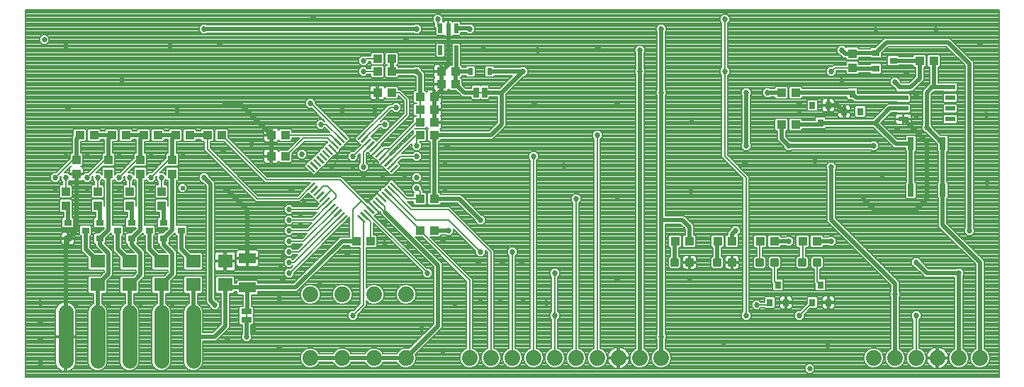
<source format=gtl>
G75*
%MOIN*%
%OFA0B0*%
%FSLAX25Y25*%
%IPPOS*%
%LPD*%
%AMOC8*
5,1,8,0,0,1.08239X$1,22.5*
%
%ADD10R,0.08110X0.05000*%
%ADD11R,0.04331X0.03937*%
%ADD12R,0.07087X0.06299*%
%ADD13R,0.03150X0.03543*%
%ADD14R,0.02480X0.03268*%
%ADD15R,0.04724X0.02362*%
%ADD16R,0.02500X0.05000*%
%ADD17R,0.01600X0.01000*%
%ADD18R,0.05000X0.02500*%
%ADD19R,0.01000X0.01600*%
%ADD20R,0.03543X0.03150*%
%ADD21R,0.03937X0.04331*%
%ADD22C,0.07400*%
%ADD23R,0.03000X0.06000*%
%ADD24C,0.07000*%
%ADD25R,0.02165X0.04724*%
%ADD26R,0.01000X0.04500*%
%ADD27R,0.04500X0.01000*%
%ADD28C,0.01181*%
%ADD29C,0.02500*%
%ADD30C,0.00800*%
%ADD31C,0.02700*%
%ADD32C,0.02000*%
%ADD33C,0.02400*%
D10*
X0503833Y0051424D03*
X0503833Y0065243D03*
D11*
X0554987Y0073333D03*
X0561680Y0073333D03*
X0584987Y0078333D03*
X0591680Y0078333D03*
X0591680Y0093333D03*
X0584987Y0093333D03*
X0521680Y0113333D03*
X0514987Y0113333D03*
X0514987Y0123333D03*
X0521680Y0123333D03*
X0491680Y0123333D03*
X0484987Y0123333D03*
X0476680Y0123333D03*
X0469987Y0123333D03*
X0461680Y0123333D03*
X0454987Y0123333D03*
X0446680Y0123333D03*
X0439987Y0123333D03*
X0431680Y0123333D03*
X0424987Y0123333D03*
X0564987Y0143333D03*
X0571680Y0143333D03*
X0584987Y0141333D03*
X0591680Y0141333D03*
X0591680Y0135333D03*
X0584987Y0135333D03*
X0584987Y0129333D03*
X0591680Y0129333D03*
X0591680Y0123333D03*
X0584987Y0123333D03*
X0594987Y0147333D03*
X0601680Y0147333D03*
X0601680Y0153333D03*
X0594987Y0153333D03*
X0571680Y0153333D03*
X0564987Y0153333D03*
X0564987Y0159333D03*
X0571680Y0159333D03*
X0754987Y0143333D03*
X0761680Y0143333D03*
X0761680Y0128333D03*
X0754987Y0128333D03*
X0819987Y0158333D03*
X0826680Y0158333D03*
X0771680Y0073333D03*
X0764987Y0073333D03*
X0751680Y0073333D03*
X0744987Y0073333D03*
X0731680Y0073333D03*
X0724987Y0073333D03*
X0711680Y0073333D03*
X0704987Y0073333D03*
D12*
X0493333Y0063845D03*
X0478333Y0063845D03*
X0463333Y0063845D03*
X0448333Y0063845D03*
X0433333Y0063845D03*
X0433333Y0052822D03*
X0448333Y0052822D03*
X0463333Y0052822D03*
X0478333Y0052822D03*
X0493333Y0052822D03*
D13*
X0749593Y0044396D03*
X0757073Y0044396D03*
X0769593Y0044396D03*
X0777073Y0044396D03*
X0773333Y0052664D03*
X0753333Y0052664D03*
X0773333Y0129003D03*
X0784593Y0134396D03*
X0792073Y0134396D03*
X0777073Y0137270D03*
X0769593Y0137270D03*
X0788333Y0142664D03*
D14*
X0617861Y0153333D03*
X0608806Y0153333D03*
D15*
X0812310Y0145833D03*
X0812310Y0140833D03*
X0812310Y0135833D03*
X0812310Y0130833D03*
X0834357Y0130833D03*
X0834357Y0135833D03*
X0834357Y0140833D03*
X0834357Y0145833D03*
D16*
X0615333Y0143333D03*
X0611333Y0143333D03*
D17*
X0613333Y0143333D03*
D18*
X0503333Y0040333D03*
X0503333Y0036333D03*
D19*
X0503333Y0038333D03*
D20*
X0464396Y0074593D03*
X0457664Y0078333D03*
X0472664Y0078333D03*
X0464396Y0082073D03*
X0449396Y0082073D03*
X0442664Y0078333D03*
X0449396Y0074593D03*
X0434396Y0074593D03*
X0427664Y0078333D03*
X0434396Y0082073D03*
X0419396Y0082073D03*
X0419396Y0074593D03*
X0799396Y0154593D03*
X0807664Y0158333D03*
X0799396Y0162073D03*
D21*
X0788333Y0161680D03*
X0788333Y0154987D03*
X0468333Y0111680D03*
X0453333Y0111680D03*
X0438333Y0111680D03*
X0423333Y0111680D03*
X0423333Y0104987D03*
X0438333Y0104987D03*
X0453333Y0104987D03*
X0468333Y0104987D03*
X0463333Y0096680D03*
X0448333Y0096680D03*
X0433333Y0096680D03*
X0418333Y0096680D03*
X0418333Y0089987D03*
X0433333Y0089987D03*
X0448333Y0089987D03*
X0463333Y0089987D03*
D22*
X0533333Y0048333D03*
X0548333Y0048333D03*
X0563333Y0048333D03*
X0578333Y0048333D03*
X0578333Y0018333D03*
X0563333Y0018333D03*
X0548333Y0018333D03*
X0533333Y0018333D03*
X0608333Y0018333D03*
X0618333Y0018333D03*
X0628333Y0018333D03*
X0638333Y0018333D03*
X0648333Y0018333D03*
X0658333Y0018333D03*
X0668333Y0018333D03*
X0678333Y0018333D03*
X0688333Y0018333D03*
X0698333Y0018333D03*
X0798333Y0018333D03*
X0808333Y0018333D03*
X0818333Y0018333D03*
X0828333Y0018333D03*
X0838333Y0018333D03*
X0848333Y0018333D03*
D23*
X0830833Y0097333D03*
X0815833Y0097333D03*
X0815833Y0119333D03*
X0830833Y0119333D03*
D24*
X0478333Y0039833D02*
X0478333Y0016833D01*
X0463333Y0016833D02*
X0463333Y0039833D01*
X0448333Y0039833D02*
X0448333Y0016833D01*
X0433333Y0016833D02*
X0433333Y0039833D01*
X0418333Y0039833D02*
X0418333Y0016833D01*
D25*
X0594593Y0163215D03*
X0602073Y0163215D03*
X0602073Y0173452D03*
X0598333Y0173452D03*
X0594593Y0173452D03*
D26*
G36*
X0556272Y0120877D02*
X0555565Y0121584D01*
X0558746Y0124765D01*
X0559453Y0124058D01*
X0556272Y0120877D01*
G37*
G36*
X0557664Y0119485D02*
X0556957Y0120192D01*
X0560138Y0123373D01*
X0560845Y0122666D01*
X0557664Y0119485D01*
G37*
G36*
X0559056Y0118093D02*
X0558349Y0118800D01*
X0561530Y0121981D01*
X0562237Y0121274D01*
X0559056Y0118093D01*
G37*
G36*
X0560448Y0116701D02*
X0559741Y0117408D01*
X0562922Y0120589D01*
X0563629Y0119882D01*
X0560448Y0116701D01*
G37*
G36*
X0561840Y0115309D02*
X0561133Y0116016D01*
X0564314Y0119197D01*
X0565021Y0118490D01*
X0561840Y0115309D01*
G37*
G36*
X0563232Y0113917D02*
X0562525Y0114624D01*
X0565706Y0117805D01*
X0566413Y0117098D01*
X0563232Y0113917D01*
G37*
G36*
X0564624Y0112525D02*
X0563917Y0113232D01*
X0567098Y0116413D01*
X0567805Y0115706D01*
X0564624Y0112525D01*
G37*
G36*
X0566016Y0111133D02*
X0565309Y0111840D01*
X0568490Y0115021D01*
X0569197Y0114314D01*
X0566016Y0111133D01*
G37*
G36*
X0567408Y0109741D02*
X0566701Y0110448D01*
X0569882Y0113629D01*
X0570589Y0112922D01*
X0567408Y0109741D01*
G37*
G36*
X0568800Y0108349D02*
X0568093Y0109056D01*
X0571274Y0112237D01*
X0571981Y0111530D01*
X0568800Y0108349D01*
G37*
G36*
X0570192Y0106957D02*
X0569485Y0107664D01*
X0572666Y0110845D01*
X0573373Y0110138D01*
X0570192Y0106957D01*
G37*
G36*
X0571584Y0105565D02*
X0570877Y0106272D01*
X0574058Y0109453D01*
X0574765Y0108746D01*
X0571584Y0105565D01*
G37*
G36*
X0532609Y0097213D02*
X0531902Y0097920D01*
X0535083Y0101101D01*
X0535790Y0100394D01*
X0532609Y0097213D01*
G37*
G36*
X0534001Y0095822D02*
X0533294Y0096529D01*
X0536475Y0099710D01*
X0537182Y0099003D01*
X0534001Y0095822D01*
G37*
G36*
X0535393Y0094430D02*
X0534686Y0095137D01*
X0537867Y0098318D01*
X0538574Y0097611D01*
X0535393Y0094430D01*
G37*
G36*
X0536785Y0093038D02*
X0536078Y0093745D01*
X0539259Y0096926D01*
X0539966Y0096219D01*
X0536785Y0093038D01*
G37*
G36*
X0538177Y0091646D02*
X0537470Y0092353D01*
X0540651Y0095534D01*
X0541358Y0094827D01*
X0538177Y0091646D01*
G37*
G36*
X0539569Y0090254D02*
X0538862Y0090961D01*
X0542043Y0094142D01*
X0542750Y0093435D01*
X0539569Y0090254D01*
G37*
G36*
X0540961Y0088862D02*
X0540254Y0089569D01*
X0543435Y0092750D01*
X0544142Y0092043D01*
X0540961Y0088862D01*
G37*
G36*
X0542353Y0087470D02*
X0541646Y0088177D01*
X0544827Y0091358D01*
X0545534Y0090651D01*
X0542353Y0087470D01*
G37*
G36*
X0543745Y0086078D02*
X0543038Y0086785D01*
X0546219Y0089966D01*
X0546926Y0089259D01*
X0543745Y0086078D01*
G37*
G36*
X0545137Y0084686D02*
X0544430Y0085393D01*
X0547611Y0088574D01*
X0548318Y0087867D01*
X0545137Y0084686D01*
G37*
G36*
X0546529Y0083294D02*
X0545822Y0084001D01*
X0549003Y0087182D01*
X0549710Y0086475D01*
X0546529Y0083294D01*
G37*
G36*
X0547920Y0081902D02*
X0547213Y0082609D01*
X0550394Y0085790D01*
X0551101Y0085083D01*
X0547920Y0081902D01*
G37*
D27*
G36*
X0558746Y0081902D02*
X0555565Y0085083D01*
X0556272Y0085790D01*
X0559453Y0082609D01*
X0558746Y0081902D01*
G37*
G36*
X0560138Y0083294D02*
X0556957Y0086475D01*
X0557664Y0087182D01*
X0560845Y0084001D01*
X0560138Y0083294D01*
G37*
G36*
X0561530Y0084686D02*
X0558349Y0087867D01*
X0559056Y0088574D01*
X0562237Y0085393D01*
X0561530Y0084686D01*
G37*
G36*
X0562922Y0086078D02*
X0559741Y0089259D01*
X0560448Y0089966D01*
X0563629Y0086785D01*
X0562922Y0086078D01*
G37*
G36*
X0564314Y0087470D02*
X0561133Y0090651D01*
X0561840Y0091358D01*
X0565021Y0088177D01*
X0564314Y0087470D01*
G37*
G36*
X0565706Y0088862D02*
X0562525Y0092043D01*
X0563232Y0092750D01*
X0566413Y0089569D01*
X0565706Y0088862D01*
G37*
G36*
X0567098Y0090254D02*
X0563917Y0093435D01*
X0564624Y0094142D01*
X0567805Y0090961D01*
X0567098Y0090254D01*
G37*
G36*
X0568490Y0091646D02*
X0565309Y0094827D01*
X0566016Y0095534D01*
X0569197Y0092353D01*
X0568490Y0091646D01*
G37*
G36*
X0569882Y0093038D02*
X0566701Y0096219D01*
X0567408Y0096926D01*
X0570589Y0093745D01*
X0569882Y0093038D01*
G37*
G36*
X0571274Y0094430D02*
X0568093Y0097611D01*
X0568800Y0098318D01*
X0571981Y0095137D01*
X0571274Y0094430D01*
G37*
G36*
X0572666Y0095822D02*
X0569485Y0099003D01*
X0570192Y0099710D01*
X0573373Y0096529D01*
X0572666Y0095822D01*
G37*
G36*
X0574058Y0097213D02*
X0570877Y0100394D01*
X0571584Y0101101D01*
X0574765Y0097920D01*
X0574058Y0097213D01*
G37*
G36*
X0536475Y0106957D02*
X0533294Y0110138D01*
X0534001Y0110845D01*
X0537182Y0107664D01*
X0536475Y0106957D01*
G37*
G36*
X0535083Y0105565D02*
X0531902Y0108746D01*
X0532609Y0109453D01*
X0535790Y0106272D01*
X0535083Y0105565D01*
G37*
G36*
X0537867Y0108349D02*
X0534686Y0111530D01*
X0535393Y0112237D01*
X0538574Y0109056D01*
X0537867Y0108349D01*
G37*
G36*
X0539259Y0109741D02*
X0536078Y0112922D01*
X0536785Y0113629D01*
X0539966Y0110448D01*
X0539259Y0109741D01*
G37*
G36*
X0540651Y0111133D02*
X0537470Y0114314D01*
X0538177Y0115021D01*
X0541358Y0111840D01*
X0540651Y0111133D01*
G37*
G36*
X0542043Y0112525D02*
X0538862Y0115706D01*
X0539569Y0116413D01*
X0542750Y0113232D01*
X0542043Y0112525D01*
G37*
G36*
X0543435Y0113917D02*
X0540254Y0117098D01*
X0540961Y0117805D01*
X0544142Y0114624D01*
X0543435Y0113917D01*
G37*
G36*
X0544827Y0115309D02*
X0541646Y0118490D01*
X0542353Y0119197D01*
X0545534Y0116016D01*
X0544827Y0115309D01*
G37*
G36*
X0546219Y0116701D02*
X0543038Y0119882D01*
X0543745Y0120589D01*
X0546926Y0117408D01*
X0546219Y0116701D01*
G37*
G36*
X0547611Y0118093D02*
X0544430Y0121274D01*
X0545137Y0121981D01*
X0548318Y0118800D01*
X0547611Y0118093D01*
G37*
G36*
X0549003Y0119485D02*
X0545822Y0122666D01*
X0546529Y0123373D01*
X0549710Y0120192D01*
X0549003Y0119485D01*
G37*
G36*
X0550394Y0120877D02*
X0547213Y0124058D01*
X0547920Y0124765D01*
X0551101Y0121584D01*
X0550394Y0120877D01*
G37*
D28*
X0703503Y0064711D02*
X0703503Y0061955D01*
X0703503Y0064711D02*
X0706259Y0064711D01*
X0706259Y0061955D01*
X0703503Y0061955D01*
X0703503Y0063077D02*
X0706259Y0063077D01*
X0706259Y0064199D02*
X0703503Y0064199D01*
X0710408Y0064711D02*
X0710408Y0061955D01*
X0710408Y0064711D02*
X0713164Y0064711D01*
X0713164Y0061955D01*
X0710408Y0061955D01*
X0710408Y0063077D02*
X0713164Y0063077D01*
X0713164Y0064199D02*
X0710408Y0064199D01*
X0723503Y0064711D02*
X0723503Y0061955D01*
X0723503Y0064711D02*
X0726259Y0064711D01*
X0726259Y0061955D01*
X0723503Y0061955D01*
X0723503Y0063077D02*
X0726259Y0063077D01*
X0726259Y0064199D02*
X0723503Y0064199D01*
X0730408Y0064711D02*
X0730408Y0061955D01*
X0730408Y0064711D02*
X0733164Y0064711D01*
X0733164Y0061955D01*
X0730408Y0061955D01*
X0730408Y0063077D02*
X0733164Y0063077D01*
X0733164Y0064199D02*
X0730408Y0064199D01*
X0743503Y0064711D02*
X0743503Y0061955D01*
X0743503Y0064711D02*
X0746259Y0064711D01*
X0746259Y0061955D01*
X0743503Y0061955D01*
X0743503Y0063077D02*
X0746259Y0063077D01*
X0746259Y0064199D02*
X0743503Y0064199D01*
X0750408Y0064711D02*
X0750408Y0061955D01*
X0750408Y0064711D02*
X0753164Y0064711D01*
X0753164Y0061955D01*
X0750408Y0061955D01*
X0750408Y0063077D02*
X0753164Y0063077D01*
X0753164Y0064199D02*
X0750408Y0064199D01*
X0763503Y0064711D02*
X0763503Y0061955D01*
X0763503Y0064711D02*
X0766259Y0064711D01*
X0766259Y0061955D01*
X0763503Y0061955D01*
X0763503Y0063077D02*
X0766259Y0063077D01*
X0766259Y0064199D02*
X0763503Y0064199D01*
X0770408Y0064711D02*
X0770408Y0061955D01*
X0770408Y0064711D02*
X0773164Y0064711D01*
X0773164Y0061955D01*
X0770408Y0061955D01*
X0770408Y0063077D02*
X0773164Y0063077D01*
X0773164Y0064199D02*
X0770408Y0064199D01*
D29*
X0768333Y0013333D03*
X0408333Y0168333D03*
D30*
X0399372Y0182333D02*
X0399334Y0009333D01*
X0857333Y0009333D01*
X0857333Y0182333D01*
X0399372Y0182333D01*
X0399372Y0181610D02*
X0857333Y0181610D01*
X0857333Y0180812D02*
X0399372Y0180812D01*
X0399372Y0180013D02*
X0592240Y0180013D01*
X0592360Y0180133D02*
X0590983Y0178757D01*
X0590983Y0176810D01*
X0591933Y0175860D01*
X0591933Y0174132D01*
X0592510Y0173555D01*
X0592510Y0170675D01*
X0593096Y0170090D01*
X0596090Y0170090D01*
X0596180Y0170180D01*
X0596391Y0169969D01*
X0596710Y0169785D01*
X0597066Y0169690D01*
X0598192Y0169690D01*
X0598192Y0173310D01*
X0598475Y0173310D01*
X0598475Y0169690D01*
X0599600Y0169690D01*
X0599956Y0169785D01*
X0600276Y0169969D01*
X0600486Y0170180D01*
X0600577Y0170090D01*
X0603570Y0170090D01*
X0604156Y0170675D01*
X0604156Y0171452D01*
X0606891Y0171452D01*
X0607360Y0170983D01*
X0609307Y0170983D01*
X0610683Y0172360D01*
X0610683Y0174307D01*
X0609307Y0175683D01*
X0607360Y0175683D01*
X0607128Y0175452D01*
X0604156Y0175452D01*
X0604156Y0176228D01*
X0603570Y0176814D01*
X0600577Y0176814D01*
X0600486Y0176724D01*
X0600276Y0176934D01*
X0599956Y0177119D01*
X0599600Y0177214D01*
X0598475Y0177214D01*
X0598475Y0173593D01*
X0598192Y0173593D01*
X0598192Y0177214D01*
X0597066Y0177214D01*
X0596710Y0177119D01*
X0596391Y0176934D01*
X0596180Y0176724D01*
X0596090Y0176814D01*
X0595683Y0176814D01*
X0595683Y0178757D01*
X0594307Y0180133D01*
X0592360Y0180133D01*
X0591441Y0179215D02*
X0399372Y0179215D01*
X0399372Y0178416D02*
X0590983Y0178416D01*
X0590983Y0177618D02*
X0399371Y0177618D01*
X0399371Y0176819D02*
X0590983Y0176819D01*
X0591773Y0176021D02*
X0399371Y0176021D01*
X0399371Y0175222D02*
X0481899Y0175222D01*
X0482360Y0175683D02*
X0480983Y0174307D01*
X0480983Y0172360D01*
X0482360Y0170983D01*
X0484307Y0170983D01*
X0484657Y0171333D01*
X0582010Y0171333D01*
X0582360Y0170983D01*
X0584307Y0170983D01*
X0585683Y0172360D01*
X0585683Y0174307D01*
X0584307Y0175683D01*
X0582360Y0175683D01*
X0582010Y0175333D01*
X0484657Y0175333D01*
X0484307Y0175683D01*
X0482360Y0175683D01*
X0481100Y0174424D02*
X0399371Y0174424D01*
X0399370Y0173625D02*
X0480983Y0173625D01*
X0480983Y0172827D02*
X0399370Y0172827D01*
X0399370Y0172028D02*
X0481315Y0172028D01*
X0482114Y0171230D02*
X0399370Y0171230D01*
X0399370Y0170431D02*
X0407249Y0170431D01*
X0407401Y0170583D02*
X0406083Y0169265D01*
X0406083Y0167401D01*
X0407401Y0166083D01*
X0409265Y0166083D01*
X0410583Y0167401D01*
X0410583Y0169265D01*
X0409265Y0170583D01*
X0407401Y0170583D01*
X0406451Y0169633D02*
X0399370Y0169633D01*
X0399369Y0168834D02*
X0406083Y0168834D01*
X0406083Y0168036D02*
X0399369Y0168036D01*
X0399369Y0167237D02*
X0406248Y0167237D01*
X0407046Y0166439D02*
X0399369Y0166439D01*
X0399369Y0165640D02*
X0592510Y0165640D01*
X0592510Y0165991D02*
X0593096Y0166577D01*
X0596090Y0166577D01*
X0596676Y0165991D01*
X0596676Y0160438D01*
X0596090Y0159853D01*
X0593096Y0159853D01*
X0592510Y0160438D01*
X0592510Y0165991D01*
X0592958Y0166439D02*
X0409621Y0166439D01*
X0410419Y0167237D02*
X0696333Y0167237D01*
X0696333Y0166439D02*
X0603709Y0166439D01*
X0603570Y0166577D02*
X0600577Y0166577D01*
X0599991Y0165991D01*
X0599991Y0160438D01*
X0600073Y0160356D01*
X0600073Y0156302D01*
X0599100Y0156302D01*
X0598514Y0155716D01*
X0598514Y0155627D01*
X0598457Y0155842D01*
X0598272Y0156161D01*
X0598012Y0156422D01*
X0597693Y0156606D01*
X0597337Y0156702D01*
X0595387Y0156702D01*
X0595387Y0153733D01*
X0594587Y0153733D01*
X0594587Y0152933D01*
X0595387Y0152933D01*
X0595387Y0149965D01*
X0595387Y0147733D01*
X0594587Y0147733D01*
X0594587Y0146933D01*
X0595387Y0146933D01*
X0595387Y0143965D01*
X0597337Y0143965D01*
X0597693Y0144060D01*
X0598012Y0144245D01*
X0598272Y0144505D01*
X0598457Y0144824D01*
X0598514Y0145040D01*
X0598514Y0144951D01*
X0599100Y0144365D01*
X0601820Y0144365D01*
X0603680Y0142505D01*
X0604851Y0141333D01*
X0609083Y0141333D01*
X0609083Y0140419D01*
X0609669Y0139833D01*
X0612998Y0139833D01*
X0613333Y0140169D01*
X0613669Y0139833D01*
X0616998Y0139833D01*
X0617583Y0140419D01*
X0617583Y0141333D01*
X0621333Y0141333D01*
X0621333Y0129162D01*
X0617505Y0125333D01*
X0594845Y0125333D01*
X0594845Y0125716D01*
X0594459Y0126102D01*
X0594705Y0126245D01*
X0594965Y0126505D01*
X0595150Y0126824D01*
X0595245Y0127180D01*
X0595245Y0128933D01*
X0592080Y0128933D01*
X0592080Y0129733D01*
X0595245Y0129733D01*
X0595245Y0131486D01*
X0595150Y0131842D01*
X0594965Y0132161D01*
X0594794Y0132333D01*
X0594965Y0132505D01*
X0595150Y0132824D01*
X0595245Y0133180D01*
X0595245Y0134933D01*
X0592080Y0134933D01*
X0592080Y0131965D01*
X0592080Y0129733D01*
X0591280Y0129733D01*
X0591280Y0134933D01*
X0592080Y0134933D01*
X0592080Y0135733D01*
X0595245Y0135733D01*
X0595245Y0137486D01*
X0595150Y0137842D01*
X0594965Y0138161D01*
X0594794Y0138333D01*
X0594965Y0138505D01*
X0595150Y0138824D01*
X0595245Y0139180D01*
X0595245Y0140933D01*
X0592080Y0140933D01*
X0592080Y0135733D01*
X0591280Y0135733D01*
X0591280Y0138702D01*
X0591280Y0140933D01*
X0592080Y0140933D01*
X0592080Y0141733D01*
X0595245Y0141733D01*
X0595245Y0143486D01*
X0595150Y0143842D01*
X0594965Y0144161D01*
X0594705Y0144422D01*
X0594587Y0144490D01*
X0594587Y0146933D01*
X0591422Y0146933D01*
X0591422Y0145180D01*
X0591517Y0144824D01*
X0591701Y0144505D01*
X0591962Y0144245D01*
X0592080Y0144177D01*
X0592080Y0141733D01*
X0591280Y0141733D01*
X0591280Y0144702D01*
X0589330Y0144702D01*
X0588974Y0144606D01*
X0588655Y0144422D01*
X0588394Y0144161D01*
X0588210Y0143842D01*
X0588152Y0143627D01*
X0588152Y0143716D01*
X0587566Y0144302D01*
X0586987Y0144302D01*
X0586987Y0152508D01*
X0585683Y0153812D01*
X0585683Y0154307D01*
X0584307Y0155683D01*
X0582360Y0155683D01*
X0582010Y0155333D01*
X0574845Y0155333D01*
X0574845Y0155716D01*
X0574259Y0156302D01*
X0573680Y0156302D01*
X0573680Y0156365D01*
X0574259Y0156365D01*
X0574845Y0156951D01*
X0574845Y0161716D01*
X0574259Y0162302D01*
X0569100Y0162302D01*
X0568514Y0161716D01*
X0568514Y0156951D01*
X0569100Y0156365D01*
X0569680Y0156365D01*
X0569680Y0156302D01*
X0569100Y0156302D01*
X0568514Y0155716D01*
X0568514Y0150951D01*
X0569100Y0150365D01*
X0574259Y0150365D01*
X0574845Y0150951D01*
X0574845Y0151333D01*
X0582010Y0151333D01*
X0582360Y0150983D01*
X0582855Y0150983D01*
X0582987Y0150851D01*
X0582987Y0144302D01*
X0582407Y0144302D01*
X0581822Y0143716D01*
X0581822Y0138951D01*
X0582407Y0138365D01*
X0583587Y0138365D01*
X0583587Y0138302D01*
X0582407Y0138302D01*
X0581822Y0137716D01*
X0581822Y0132951D01*
X0582407Y0132365D01*
X0583587Y0132365D01*
X0583587Y0132302D01*
X0582407Y0132302D01*
X0581822Y0131716D01*
X0581822Y0129626D01*
X0570591Y0118395D01*
X0567807Y0118395D01*
X0567452Y0118040D01*
X0567050Y0118442D01*
X0566648Y0118844D01*
X0579413Y0131609D01*
X0580233Y0132429D01*
X0580233Y0140413D01*
X0575913Y0144733D01*
X0574845Y0144733D01*
X0574845Y0145716D01*
X0574259Y0146302D01*
X0569100Y0146302D01*
X0568514Y0145716D01*
X0568514Y0145627D01*
X0568457Y0145842D01*
X0568272Y0146161D01*
X0568012Y0146422D01*
X0567693Y0146606D01*
X0567337Y0146702D01*
X0565387Y0146702D01*
X0565387Y0143733D01*
X0564587Y0143733D01*
X0564587Y0142933D01*
X0565387Y0142933D01*
X0565387Y0139965D01*
X0567337Y0139965D01*
X0567693Y0140060D01*
X0568012Y0140245D01*
X0568272Y0140505D01*
X0568457Y0140824D01*
X0568514Y0141040D01*
X0568514Y0140951D01*
X0569100Y0140365D01*
X0574259Y0140365D01*
X0574845Y0140951D01*
X0574845Y0141842D01*
X0577433Y0139253D01*
X0577433Y0133589D01*
X0564385Y0120541D01*
X0563337Y0121589D01*
X0563238Y0121589D01*
X0563238Y0121688D01*
X0562189Y0122737D01*
X0566386Y0126933D01*
X0566410Y0126933D01*
X0567360Y0125983D01*
X0569307Y0125983D01*
X0570683Y0127360D01*
X0570683Y0129307D01*
X0569307Y0130683D01*
X0567360Y0130683D01*
X0566410Y0129733D01*
X0566402Y0129733D01*
X0571602Y0134933D01*
X0571910Y0134933D01*
X0572860Y0133983D01*
X0574807Y0133983D01*
X0576183Y0135360D01*
X0576183Y0137307D01*
X0574807Y0138683D01*
X0572860Y0138683D01*
X0571910Y0137733D01*
X0570442Y0137733D01*
X0569622Y0136913D01*
X0558474Y0125765D01*
X0558332Y0125765D01*
X0554565Y0121997D01*
X0554565Y0121169D01*
X0555858Y0119876D01*
X0555957Y0119876D01*
X0555957Y0119777D01*
X0557005Y0118728D01*
X0553960Y0115683D01*
X0552360Y0115683D01*
X0550983Y0114307D01*
X0550983Y0112360D01*
X0552360Y0110983D01*
X0554307Y0110983D01*
X0555683Y0112360D01*
X0555683Y0113447D01*
X0556933Y0114697D01*
X0556933Y0110257D01*
X0555983Y0109307D01*
X0555983Y0107360D01*
X0557360Y0105983D01*
X0559307Y0105983D01*
X0560683Y0107360D01*
X0560683Y0109307D01*
X0559733Y0110257D01*
X0559733Y0114713D01*
X0560377Y0115357D01*
X0561124Y0114609D01*
X0561124Y0114439D01*
X0561220Y0114083D01*
X0561404Y0113764D01*
X0561888Y0113280D01*
X0564469Y0115861D01*
X0567050Y0118442D01*
X0564469Y0115861D01*
X0564469Y0115861D01*
X0561833Y0113225D01*
X0561833Y0111333D01*
X0564063Y0109103D01*
X0566063Y0109103D01*
X0568645Y0111685D01*
X0568645Y0111685D01*
X0571226Y0114266D01*
X0571628Y0113864D01*
X0581677Y0123913D01*
X0581822Y0124058D01*
X0581822Y0125666D01*
X0572571Y0116416D01*
X0572571Y0116416D01*
X0571751Y0115595D01*
X0571751Y0115595D01*
X0570824Y0114668D01*
X0571226Y0114266D01*
X0568645Y0111685D01*
X0566064Y0109104D01*
X0566548Y0108620D01*
X0566867Y0108436D01*
X0567223Y0108340D01*
X0567393Y0108340D01*
X0568385Y0107348D01*
X0568484Y0107348D01*
X0568484Y0107249D01*
X0569777Y0105957D01*
X0569876Y0105957D01*
X0569876Y0105858D01*
X0571169Y0104565D01*
X0571997Y0104565D01*
X0575765Y0108332D01*
X0575765Y0109161D01*
X0574717Y0110209D01*
X0576441Y0111933D01*
X0581410Y0111933D01*
X0582360Y0110983D01*
X0584307Y0110983D01*
X0585683Y0112360D01*
X0585683Y0114307D01*
X0584307Y0115683D01*
X0582360Y0115683D01*
X0581410Y0114733D01*
X0576457Y0114733D01*
X0580983Y0119260D01*
X0580983Y0117360D01*
X0582360Y0115983D01*
X0584307Y0115983D01*
X0585683Y0117360D01*
X0585683Y0119307D01*
X0584733Y0120257D01*
X0584733Y0120365D01*
X0587566Y0120365D01*
X0588152Y0120951D01*
X0588152Y0125716D01*
X0587566Y0126302D01*
X0582458Y0126302D01*
X0582521Y0126365D01*
X0587566Y0126365D01*
X0588152Y0126951D01*
X0588152Y0127040D01*
X0588210Y0126824D01*
X0588394Y0126505D01*
X0588655Y0126245D01*
X0588901Y0126102D01*
X0588514Y0125716D01*
X0588514Y0120951D01*
X0589100Y0120365D01*
X0589680Y0120365D01*
X0589680Y0096302D01*
X0589100Y0096302D01*
X0588514Y0095716D01*
X0588514Y0090951D01*
X0589100Y0090365D01*
X0594259Y0090365D01*
X0594845Y0090951D01*
X0594845Y0091333D01*
X0602505Y0091333D01*
X0610983Y0082855D01*
X0610983Y0082360D01*
X0612360Y0080983D01*
X0614307Y0080983D01*
X0615683Y0082360D01*
X0615683Y0084307D01*
X0614307Y0085683D01*
X0613812Y0085683D01*
X0605333Y0094162D01*
X0604162Y0095333D01*
X0594845Y0095333D01*
X0594845Y0095716D01*
X0594259Y0096302D01*
X0593680Y0096302D01*
X0593680Y0120365D01*
X0594259Y0120365D01*
X0594845Y0120951D01*
X0594845Y0121333D01*
X0619162Y0121333D01*
X0624162Y0126333D01*
X0625333Y0127505D01*
X0625333Y0142505D01*
X0633812Y0150983D01*
X0634307Y0150983D01*
X0635683Y0152360D01*
X0635683Y0154307D01*
X0634307Y0155683D01*
X0632360Y0155683D01*
X0632010Y0155333D01*
X0620101Y0155333D01*
X0620101Y0155381D01*
X0619515Y0155967D01*
X0616207Y0155967D01*
X0615621Y0155381D01*
X0615621Y0151285D01*
X0616207Y0150699D01*
X0619515Y0150699D01*
X0620101Y0151285D01*
X0620101Y0151333D01*
X0628505Y0151333D01*
X0622505Y0145333D01*
X0617583Y0145333D01*
X0617583Y0146248D01*
X0616998Y0146833D01*
X0613669Y0146833D01*
X0613333Y0146498D01*
X0612998Y0146833D01*
X0609669Y0146833D01*
X0609083Y0146248D01*
X0609083Y0145333D01*
X0606508Y0145333D01*
X0604845Y0146996D01*
X0604845Y0149716D01*
X0604259Y0150302D01*
X0603680Y0150302D01*
X0603680Y0150365D01*
X0604259Y0150365D01*
X0604845Y0150951D01*
X0604845Y0151333D01*
X0606566Y0151333D01*
X0606566Y0151285D01*
X0607151Y0150699D01*
X0610460Y0150699D01*
X0611046Y0151285D01*
X0611046Y0155381D01*
X0610460Y0155967D01*
X0607151Y0155967D01*
X0606566Y0155381D01*
X0606566Y0155333D01*
X0604845Y0155333D01*
X0604845Y0155716D01*
X0604259Y0156302D01*
X0604073Y0156302D01*
X0604073Y0160356D01*
X0604156Y0160438D01*
X0604156Y0165991D01*
X0603570Y0166577D01*
X0604156Y0165640D02*
X0687317Y0165640D01*
X0687360Y0165683D02*
X0685983Y0164307D01*
X0685983Y0162360D01*
X0686333Y0162010D01*
X0686333Y0154657D01*
X0685983Y0154307D01*
X0685983Y0152360D01*
X0686333Y0152010D01*
X0686333Y0022592D01*
X0685671Y0022318D01*
X0684349Y0020996D01*
X0683633Y0019268D01*
X0683633Y0017398D01*
X0684349Y0015671D01*
X0685671Y0014349D01*
X0687398Y0013633D01*
X0689268Y0013633D01*
X0690996Y0014349D01*
X0692318Y0015671D01*
X0693033Y0017398D01*
X0693033Y0019268D01*
X0692318Y0020996D01*
X0690996Y0022318D01*
X0690333Y0022592D01*
X0690333Y0152010D01*
X0690683Y0152360D01*
X0690683Y0154307D01*
X0690333Y0154657D01*
X0690333Y0162010D01*
X0690683Y0162360D01*
X0690683Y0164307D01*
X0689307Y0165683D01*
X0687360Y0165683D01*
X0686518Y0164842D02*
X0604156Y0164842D01*
X0604156Y0164043D02*
X0685983Y0164043D01*
X0685983Y0163245D02*
X0604156Y0163245D01*
X0604156Y0162446D02*
X0685983Y0162446D01*
X0686333Y0161648D02*
X0604156Y0161648D01*
X0604156Y0160849D02*
X0686333Y0160849D01*
X0686333Y0160050D02*
X0604073Y0160050D01*
X0604073Y0159252D02*
X0686333Y0159252D01*
X0686333Y0158453D02*
X0604073Y0158453D01*
X0604073Y0157655D02*
X0686333Y0157655D01*
X0686333Y0156856D02*
X0604073Y0156856D01*
X0604503Y0156058D02*
X0686333Y0156058D01*
X0686333Y0155259D02*
X0634731Y0155259D01*
X0635529Y0154461D02*
X0686138Y0154461D01*
X0685983Y0153662D02*
X0635683Y0153662D01*
X0635683Y0152864D02*
X0685983Y0152864D01*
X0686278Y0152065D02*
X0635389Y0152065D01*
X0634590Y0151267D02*
X0686333Y0151267D01*
X0686333Y0150468D02*
X0633297Y0150468D01*
X0632498Y0149670D02*
X0686333Y0149670D01*
X0686333Y0148871D02*
X0631700Y0148871D01*
X0630901Y0148073D02*
X0686333Y0148073D01*
X0686333Y0147274D02*
X0630103Y0147274D01*
X0629304Y0146476D02*
X0686333Y0146476D01*
X0686333Y0145677D02*
X0628506Y0145677D01*
X0627707Y0144879D02*
X0686333Y0144879D01*
X0686333Y0144080D02*
X0626909Y0144080D01*
X0626110Y0143282D02*
X0686333Y0143282D01*
X0686333Y0142483D02*
X0625333Y0142483D01*
X0625333Y0141685D02*
X0686333Y0141685D01*
X0686333Y0140886D02*
X0625333Y0140886D01*
X0625333Y0140088D02*
X0686333Y0140088D01*
X0686333Y0139289D02*
X0625333Y0139289D01*
X0625333Y0138491D02*
X0686333Y0138491D01*
X0686333Y0137692D02*
X0625333Y0137692D01*
X0625333Y0136894D02*
X0686333Y0136894D01*
X0686333Y0136095D02*
X0625333Y0136095D01*
X0625333Y0135297D02*
X0686333Y0135297D01*
X0686333Y0134498D02*
X0625333Y0134498D01*
X0625333Y0133700D02*
X0686333Y0133700D01*
X0686333Y0132901D02*
X0625333Y0132901D01*
X0625333Y0132103D02*
X0686333Y0132103D01*
X0686333Y0131304D02*
X0625333Y0131304D01*
X0625333Y0130506D02*
X0686333Y0130506D01*
X0686333Y0129707D02*
X0625333Y0129707D01*
X0625333Y0128909D02*
X0686333Y0128909D01*
X0686333Y0128110D02*
X0625333Y0128110D01*
X0625140Y0127312D02*
X0686333Y0127312D01*
X0686333Y0126513D02*
X0624341Y0126513D01*
X0623543Y0125714D02*
X0686333Y0125714D01*
X0686333Y0124916D02*
X0670074Y0124916D01*
X0670683Y0124307D02*
X0669307Y0125683D01*
X0667360Y0125683D01*
X0665983Y0124307D01*
X0665983Y0122360D01*
X0666933Y0121410D01*
X0666933Y0022841D01*
X0665671Y0022318D01*
X0664349Y0020996D01*
X0663633Y0019268D01*
X0663633Y0017398D01*
X0664349Y0015671D01*
X0665671Y0014349D01*
X0667398Y0013633D01*
X0669268Y0013633D01*
X0670996Y0014349D01*
X0672318Y0015671D01*
X0673033Y0017398D01*
X0673033Y0019268D01*
X0672318Y0020996D01*
X0670996Y0022318D01*
X0669733Y0022841D01*
X0669733Y0121410D01*
X0670683Y0122360D01*
X0670683Y0124307D01*
X0670683Y0124117D02*
X0686333Y0124117D01*
X0686333Y0123319D02*
X0670683Y0123319D01*
X0670683Y0122520D02*
X0686333Y0122520D01*
X0686333Y0121722D02*
X0670045Y0121722D01*
X0669733Y0120923D02*
X0686333Y0120923D01*
X0686333Y0120125D02*
X0669733Y0120125D01*
X0669733Y0119326D02*
X0686333Y0119326D01*
X0686333Y0118528D02*
X0669733Y0118528D01*
X0669733Y0117729D02*
X0686333Y0117729D01*
X0686333Y0116931D02*
X0669733Y0116931D01*
X0669733Y0116132D02*
X0686333Y0116132D01*
X0686333Y0115334D02*
X0669733Y0115334D01*
X0669733Y0114535D02*
X0686333Y0114535D01*
X0686333Y0113737D02*
X0669733Y0113737D01*
X0669733Y0112938D02*
X0686333Y0112938D01*
X0686333Y0112140D02*
X0669733Y0112140D01*
X0669733Y0111341D02*
X0686333Y0111341D01*
X0686333Y0110543D02*
X0669733Y0110543D01*
X0669733Y0109744D02*
X0686333Y0109744D01*
X0686333Y0108946D02*
X0669733Y0108946D01*
X0669733Y0108147D02*
X0686333Y0108147D01*
X0686333Y0107349D02*
X0669733Y0107349D01*
X0669733Y0106550D02*
X0686333Y0106550D01*
X0686333Y0105752D02*
X0669733Y0105752D01*
X0669733Y0104953D02*
X0686333Y0104953D01*
X0686333Y0104155D02*
X0669733Y0104155D01*
X0669733Y0103356D02*
X0686333Y0103356D01*
X0686333Y0102558D02*
X0669733Y0102558D01*
X0669733Y0101759D02*
X0686333Y0101759D01*
X0686333Y0100961D02*
X0669733Y0100961D01*
X0669733Y0100162D02*
X0686333Y0100162D01*
X0686333Y0099364D02*
X0669733Y0099364D01*
X0669733Y0098565D02*
X0686333Y0098565D01*
X0686333Y0097767D02*
X0669733Y0097767D01*
X0669733Y0096968D02*
X0686333Y0096968D01*
X0686333Y0096170D02*
X0669733Y0096170D01*
X0669733Y0095371D02*
X0686333Y0095371D01*
X0686333Y0094573D02*
X0669733Y0094573D01*
X0669733Y0093774D02*
X0686333Y0093774D01*
X0686333Y0092976D02*
X0669733Y0092976D01*
X0669733Y0092177D02*
X0686333Y0092177D01*
X0686333Y0091379D02*
X0669733Y0091379D01*
X0669733Y0090580D02*
X0686333Y0090580D01*
X0686333Y0089781D02*
X0669733Y0089781D01*
X0669733Y0088983D02*
X0686333Y0088983D01*
X0686333Y0088184D02*
X0669733Y0088184D01*
X0669733Y0087386D02*
X0686333Y0087386D01*
X0686333Y0086587D02*
X0669733Y0086587D01*
X0669733Y0085789D02*
X0686333Y0085789D01*
X0686333Y0084990D02*
X0669733Y0084990D01*
X0669733Y0084192D02*
X0686333Y0084192D01*
X0686333Y0083393D02*
X0669733Y0083393D01*
X0669733Y0082595D02*
X0686333Y0082595D01*
X0686333Y0081796D02*
X0669733Y0081796D01*
X0669733Y0080998D02*
X0686333Y0080998D01*
X0686333Y0080199D02*
X0669733Y0080199D01*
X0669733Y0079401D02*
X0686333Y0079401D01*
X0686333Y0078602D02*
X0669733Y0078602D01*
X0669733Y0077804D02*
X0686333Y0077804D01*
X0686333Y0077005D02*
X0669733Y0077005D01*
X0669733Y0076207D02*
X0686333Y0076207D01*
X0686333Y0075408D02*
X0669733Y0075408D01*
X0669733Y0074610D02*
X0686333Y0074610D01*
X0686333Y0073811D02*
X0669733Y0073811D01*
X0669733Y0073013D02*
X0686333Y0073013D01*
X0686333Y0072214D02*
X0669733Y0072214D01*
X0669733Y0071416D02*
X0686333Y0071416D01*
X0686333Y0070617D02*
X0669733Y0070617D01*
X0669733Y0069819D02*
X0686333Y0069819D01*
X0686333Y0069020D02*
X0669733Y0069020D01*
X0669733Y0068222D02*
X0686333Y0068222D01*
X0686333Y0067423D02*
X0669733Y0067423D01*
X0669733Y0066625D02*
X0686333Y0066625D01*
X0686333Y0065826D02*
X0669733Y0065826D01*
X0669733Y0065028D02*
X0686333Y0065028D01*
X0686333Y0064229D02*
X0669733Y0064229D01*
X0669733Y0063431D02*
X0686333Y0063431D01*
X0686333Y0062632D02*
X0669733Y0062632D01*
X0669733Y0061834D02*
X0686333Y0061834D01*
X0686333Y0061035D02*
X0669733Y0061035D01*
X0669733Y0060237D02*
X0686333Y0060237D01*
X0686333Y0059438D02*
X0669733Y0059438D01*
X0669733Y0058640D02*
X0686333Y0058640D01*
X0686333Y0057841D02*
X0669733Y0057841D01*
X0669733Y0057043D02*
X0686333Y0057043D01*
X0686333Y0056244D02*
X0669733Y0056244D01*
X0669733Y0055445D02*
X0686333Y0055445D01*
X0686333Y0054647D02*
X0669733Y0054647D01*
X0669733Y0053848D02*
X0686333Y0053848D01*
X0686333Y0053050D02*
X0669733Y0053050D01*
X0669733Y0052251D02*
X0686333Y0052251D01*
X0686333Y0051453D02*
X0669733Y0051453D01*
X0669733Y0050654D02*
X0686333Y0050654D01*
X0686333Y0049856D02*
X0669733Y0049856D01*
X0669733Y0049057D02*
X0686333Y0049057D01*
X0686333Y0048259D02*
X0669733Y0048259D01*
X0669733Y0047460D02*
X0686333Y0047460D01*
X0686333Y0046662D02*
X0669733Y0046662D01*
X0669733Y0045863D02*
X0686333Y0045863D01*
X0686333Y0045065D02*
X0669733Y0045065D01*
X0669733Y0044266D02*
X0686333Y0044266D01*
X0686333Y0043468D02*
X0669733Y0043468D01*
X0669733Y0042669D02*
X0686333Y0042669D01*
X0686333Y0041871D02*
X0669733Y0041871D01*
X0669733Y0041072D02*
X0686333Y0041072D01*
X0686333Y0040274D02*
X0669733Y0040274D01*
X0669733Y0039475D02*
X0686333Y0039475D01*
X0686333Y0038677D02*
X0669733Y0038677D01*
X0669733Y0037878D02*
X0686333Y0037878D01*
X0686333Y0037080D02*
X0669733Y0037080D01*
X0669733Y0036281D02*
X0686333Y0036281D01*
X0686333Y0035483D02*
X0669733Y0035483D01*
X0669733Y0034684D02*
X0686333Y0034684D01*
X0686333Y0033886D02*
X0669733Y0033886D01*
X0669733Y0033087D02*
X0686333Y0033087D01*
X0686333Y0032289D02*
X0669733Y0032289D01*
X0669733Y0031490D02*
X0686333Y0031490D01*
X0686333Y0030692D02*
X0669733Y0030692D01*
X0669733Y0029893D02*
X0686333Y0029893D01*
X0686333Y0029095D02*
X0669733Y0029095D01*
X0669733Y0028296D02*
X0686333Y0028296D01*
X0686333Y0027498D02*
X0669733Y0027498D01*
X0669733Y0026699D02*
X0686333Y0026699D01*
X0686333Y0025901D02*
X0669733Y0025901D01*
X0669733Y0025102D02*
X0686333Y0025102D01*
X0686333Y0024304D02*
X0669733Y0024304D01*
X0669733Y0023505D02*
X0686333Y0023505D01*
X0686333Y0022707D02*
X0680984Y0022707D01*
X0681006Y0022695D02*
X0680291Y0023060D01*
X0679528Y0023308D01*
X0678735Y0023433D01*
X0678733Y0023433D01*
X0678733Y0018733D01*
X0677933Y0018733D01*
X0677933Y0017933D01*
X0673233Y0017933D01*
X0673233Y0017932D01*
X0673359Y0017139D01*
X0673607Y0016376D01*
X0673971Y0015660D01*
X0674443Y0015011D01*
X0675011Y0014443D01*
X0675660Y0013971D01*
X0676376Y0013607D01*
X0677139Y0013359D01*
X0677932Y0013233D01*
X0677933Y0013233D01*
X0677933Y0017933D01*
X0678733Y0017933D01*
X0678733Y0013233D01*
X0678735Y0013233D01*
X0679528Y0013359D01*
X0680291Y0013607D01*
X0681006Y0013971D01*
X0681656Y0014443D01*
X0682223Y0015011D01*
X0682695Y0015660D01*
X0683060Y0016376D01*
X0683308Y0017139D01*
X0683433Y0017932D01*
X0683433Y0017933D01*
X0678733Y0017933D01*
X0678733Y0018733D01*
X0683433Y0018733D01*
X0683433Y0018735D01*
X0683308Y0019528D01*
X0683060Y0020291D01*
X0682695Y0021006D01*
X0682223Y0021656D01*
X0681656Y0022223D01*
X0681006Y0022695D01*
X0681971Y0021908D02*
X0685261Y0021908D01*
X0684463Y0021110D02*
X0682620Y0021110D01*
X0683050Y0020311D02*
X0684065Y0020311D01*
X0683735Y0019512D02*
X0683310Y0019512D01*
X0683633Y0018714D02*
X0678733Y0018714D01*
X0678733Y0019512D02*
X0677933Y0019512D01*
X0677933Y0018733D02*
X0677933Y0023433D01*
X0677932Y0023433D01*
X0677139Y0023308D01*
X0676376Y0023060D01*
X0675660Y0022695D01*
X0675011Y0022223D01*
X0674443Y0021656D01*
X0673971Y0021006D01*
X0673607Y0020291D01*
X0673359Y0019528D01*
X0673233Y0018735D01*
X0673233Y0018733D01*
X0677933Y0018733D01*
X0677933Y0018714D02*
X0673033Y0018714D01*
X0673033Y0017915D02*
X0673236Y0017915D01*
X0673366Y0017117D02*
X0672917Y0017117D01*
X0672586Y0016318D02*
X0673636Y0016318D01*
X0674073Y0015520D02*
X0672167Y0015520D01*
X0671368Y0014721D02*
X0674733Y0014721D01*
X0675756Y0013923D02*
X0669967Y0013923D01*
X0666699Y0013923D02*
X0659967Y0013923D01*
X0659268Y0013633D02*
X0660996Y0014349D01*
X0662318Y0015671D01*
X0663033Y0017398D01*
X0663033Y0019268D01*
X0662318Y0020996D01*
X0660996Y0022318D01*
X0659733Y0022841D01*
X0659733Y0091410D01*
X0660683Y0092360D01*
X0660683Y0094307D01*
X0659307Y0095683D01*
X0657360Y0095683D01*
X0655983Y0094307D01*
X0655983Y0092360D01*
X0656933Y0091410D01*
X0656933Y0022841D01*
X0655671Y0022318D01*
X0654349Y0020996D01*
X0653633Y0019268D01*
X0653633Y0017398D01*
X0654349Y0015671D01*
X0655671Y0014349D01*
X0657398Y0013633D01*
X0659268Y0013633D01*
X0661368Y0014721D02*
X0665298Y0014721D01*
X0664500Y0015520D02*
X0662167Y0015520D01*
X0662586Y0016318D02*
X0664081Y0016318D01*
X0663750Y0017117D02*
X0662917Y0017117D01*
X0663033Y0017915D02*
X0663633Y0017915D01*
X0663633Y0018714D02*
X0663033Y0018714D01*
X0662932Y0019512D02*
X0663735Y0019512D01*
X0664065Y0020311D02*
X0662601Y0020311D01*
X0662204Y0021110D02*
X0664463Y0021110D01*
X0665261Y0021908D02*
X0661405Y0021908D01*
X0660057Y0022707D02*
X0666610Y0022707D01*
X0666933Y0023505D02*
X0659733Y0023505D01*
X0659733Y0024304D02*
X0666933Y0024304D01*
X0666933Y0025102D02*
X0659733Y0025102D01*
X0659733Y0025901D02*
X0666933Y0025901D01*
X0666933Y0026699D02*
X0659733Y0026699D01*
X0659733Y0027498D02*
X0666933Y0027498D01*
X0666933Y0028296D02*
X0659733Y0028296D01*
X0659733Y0029095D02*
X0666933Y0029095D01*
X0666933Y0029893D02*
X0659733Y0029893D01*
X0659733Y0030692D02*
X0666933Y0030692D01*
X0666933Y0031490D02*
X0659733Y0031490D01*
X0659733Y0032289D02*
X0666933Y0032289D01*
X0666933Y0033087D02*
X0659733Y0033087D01*
X0659733Y0033886D02*
X0666933Y0033886D01*
X0666933Y0034684D02*
X0659733Y0034684D01*
X0659733Y0035483D02*
X0666933Y0035483D01*
X0666933Y0036281D02*
X0659733Y0036281D01*
X0659733Y0037080D02*
X0666933Y0037080D01*
X0666933Y0037878D02*
X0659733Y0037878D01*
X0659733Y0038677D02*
X0666933Y0038677D01*
X0666933Y0039475D02*
X0659733Y0039475D01*
X0659733Y0040274D02*
X0666933Y0040274D01*
X0666933Y0041072D02*
X0659733Y0041072D01*
X0659733Y0041871D02*
X0666933Y0041871D01*
X0666933Y0042669D02*
X0659733Y0042669D01*
X0659733Y0043468D02*
X0666933Y0043468D01*
X0666933Y0044266D02*
X0659733Y0044266D01*
X0659733Y0045065D02*
X0666933Y0045065D01*
X0666933Y0045863D02*
X0659733Y0045863D01*
X0659733Y0046662D02*
X0666933Y0046662D01*
X0666933Y0047460D02*
X0659733Y0047460D01*
X0659733Y0048259D02*
X0666933Y0048259D01*
X0666933Y0049057D02*
X0659733Y0049057D01*
X0659733Y0049856D02*
X0666933Y0049856D01*
X0666933Y0050654D02*
X0659733Y0050654D01*
X0659733Y0051453D02*
X0666933Y0051453D01*
X0666933Y0052251D02*
X0659733Y0052251D01*
X0659733Y0053050D02*
X0666933Y0053050D01*
X0666933Y0053848D02*
X0659733Y0053848D01*
X0659733Y0054647D02*
X0666933Y0054647D01*
X0666933Y0055445D02*
X0659733Y0055445D01*
X0659733Y0056244D02*
X0666933Y0056244D01*
X0666933Y0057043D02*
X0659733Y0057043D01*
X0659733Y0057841D02*
X0666933Y0057841D01*
X0666933Y0058640D02*
X0659733Y0058640D01*
X0659733Y0059438D02*
X0666933Y0059438D01*
X0666933Y0060237D02*
X0659733Y0060237D01*
X0659733Y0061035D02*
X0666933Y0061035D01*
X0666933Y0061834D02*
X0659733Y0061834D01*
X0659733Y0062632D02*
X0666933Y0062632D01*
X0666933Y0063431D02*
X0659733Y0063431D01*
X0659733Y0064229D02*
X0666933Y0064229D01*
X0666933Y0065028D02*
X0659733Y0065028D01*
X0659733Y0065826D02*
X0666933Y0065826D01*
X0666933Y0066625D02*
X0659733Y0066625D01*
X0659733Y0067423D02*
X0666933Y0067423D01*
X0666933Y0068222D02*
X0659733Y0068222D01*
X0659733Y0069020D02*
X0666933Y0069020D01*
X0666933Y0069819D02*
X0659733Y0069819D01*
X0659733Y0070617D02*
X0666933Y0070617D01*
X0666933Y0071416D02*
X0659733Y0071416D01*
X0659733Y0072214D02*
X0666933Y0072214D01*
X0666933Y0073013D02*
X0659733Y0073013D01*
X0659733Y0073811D02*
X0666933Y0073811D01*
X0666933Y0074610D02*
X0659733Y0074610D01*
X0659733Y0075408D02*
X0666933Y0075408D01*
X0666933Y0076207D02*
X0659733Y0076207D01*
X0659733Y0077005D02*
X0666933Y0077005D01*
X0666933Y0077804D02*
X0659733Y0077804D01*
X0659733Y0078602D02*
X0666933Y0078602D01*
X0666933Y0079401D02*
X0659733Y0079401D01*
X0659733Y0080199D02*
X0666933Y0080199D01*
X0666933Y0080998D02*
X0659733Y0080998D01*
X0659733Y0081796D02*
X0666933Y0081796D01*
X0666933Y0082595D02*
X0659733Y0082595D01*
X0659733Y0083393D02*
X0666933Y0083393D01*
X0666933Y0084192D02*
X0659733Y0084192D01*
X0659733Y0084990D02*
X0666933Y0084990D01*
X0666933Y0085789D02*
X0659733Y0085789D01*
X0659733Y0086587D02*
X0666933Y0086587D01*
X0666933Y0087386D02*
X0659733Y0087386D01*
X0659733Y0088184D02*
X0666933Y0088184D01*
X0666933Y0088983D02*
X0659733Y0088983D01*
X0659733Y0089781D02*
X0666933Y0089781D01*
X0666933Y0090580D02*
X0659733Y0090580D01*
X0659733Y0091379D02*
X0666933Y0091379D01*
X0666933Y0092177D02*
X0660500Y0092177D01*
X0660683Y0092976D02*
X0666933Y0092976D01*
X0666933Y0093774D02*
X0660683Y0093774D01*
X0660417Y0094573D02*
X0666933Y0094573D01*
X0666933Y0095371D02*
X0659619Y0095371D01*
X0658333Y0093333D02*
X0658333Y0018333D01*
X0654065Y0020311D02*
X0652601Y0020311D01*
X0652318Y0020996D02*
X0653033Y0019268D01*
X0653033Y0017398D01*
X0652318Y0015671D01*
X0650996Y0014349D01*
X0649268Y0013633D01*
X0647398Y0013633D01*
X0645671Y0014349D01*
X0644349Y0015671D01*
X0643633Y0017398D01*
X0643633Y0019268D01*
X0644349Y0020996D01*
X0645671Y0022318D01*
X0646933Y0022841D01*
X0646933Y0036410D01*
X0645983Y0037360D01*
X0645983Y0039307D01*
X0646933Y0040257D01*
X0646933Y0056410D01*
X0645983Y0057360D01*
X0645983Y0059307D01*
X0647360Y0060683D01*
X0649307Y0060683D01*
X0650683Y0059307D01*
X0650683Y0057360D01*
X0649733Y0056410D01*
X0649733Y0040257D01*
X0650683Y0039307D01*
X0650683Y0037360D01*
X0649733Y0036410D01*
X0649733Y0022841D01*
X0650996Y0022318D01*
X0652318Y0020996D01*
X0652204Y0021110D02*
X0654463Y0021110D01*
X0655261Y0021908D02*
X0651405Y0021908D01*
X0650057Y0022707D02*
X0656610Y0022707D01*
X0656933Y0023505D02*
X0649733Y0023505D01*
X0649733Y0024304D02*
X0656933Y0024304D01*
X0656933Y0025102D02*
X0649733Y0025102D01*
X0649733Y0025901D02*
X0656933Y0025901D01*
X0656933Y0026699D02*
X0649733Y0026699D01*
X0649733Y0027498D02*
X0656933Y0027498D01*
X0656933Y0028296D02*
X0649733Y0028296D01*
X0649733Y0029095D02*
X0656933Y0029095D01*
X0656933Y0029893D02*
X0649733Y0029893D01*
X0649733Y0030692D02*
X0656933Y0030692D01*
X0656933Y0031490D02*
X0649733Y0031490D01*
X0649733Y0032289D02*
X0656933Y0032289D01*
X0656933Y0033087D02*
X0649733Y0033087D01*
X0649733Y0033886D02*
X0656933Y0033886D01*
X0656933Y0034684D02*
X0649733Y0034684D01*
X0649733Y0035483D02*
X0656933Y0035483D01*
X0656933Y0036281D02*
X0649733Y0036281D01*
X0650403Y0037080D02*
X0656933Y0037080D01*
X0656933Y0037878D02*
X0650683Y0037878D01*
X0650683Y0038677D02*
X0656933Y0038677D01*
X0656933Y0039475D02*
X0650515Y0039475D01*
X0649733Y0040274D02*
X0656933Y0040274D01*
X0656933Y0041072D02*
X0649733Y0041072D01*
X0649733Y0041871D02*
X0656933Y0041871D01*
X0656933Y0042669D02*
X0649733Y0042669D01*
X0649733Y0043468D02*
X0656933Y0043468D01*
X0656933Y0044266D02*
X0649733Y0044266D01*
X0649733Y0045065D02*
X0656933Y0045065D01*
X0656933Y0045863D02*
X0649733Y0045863D01*
X0649733Y0046662D02*
X0656933Y0046662D01*
X0656933Y0047460D02*
X0649733Y0047460D01*
X0649733Y0048259D02*
X0656933Y0048259D01*
X0656933Y0049057D02*
X0649733Y0049057D01*
X0649733Y0049856D02*
X0656933Y0049856D01*
X0656933Y0050654D02*
X0649733Y0050654D01*
X0649733Y0051453D02*
X0656933Y0051453D01*
X0656933Y0052251D02*
X0649733Y0052251D01*
X0649733Y0053050D02*
X0656933Y0053050D01*
X0656933Y0053848D02*
X0649733Y0053848D01*
X0649733Y0054647D02*
X0656933Y0054647D01*
X0656933Y0055445D02*
X0649733Y0055445D01*
X0649733Y0056244D02*
X0656933Y0056244D01*
X0656933Y0057043D02*
X0650366Y0057043D01*
X0650683Y0057841D02*
X0656933Y0057841D01*
X0656933Y0058640D02*
X0650683Y0058640D01*
X0650552Y0059438D02*
X0656933Y0059438D01*
X0656933Y0060237D02*
X0649753Y0060237D01*
X0648333Y0058333D02*
X0648333Y0038333D01*
X0648333Y0018333D01*
X0644065Y0020311D02*
X0642601Y0020311D01*
X0642318Y0020996D02*
X0643033Y0019268D01*
X0643033Y0017398D01*
X0642318Y0015671D01*
X0640996Y0014349D01*
X0639268Y0013633D01*
X0637398Y0013633D01*
X0635671Y0014349D01*
X0634349Y0015671D01*
X0633633Y0017398D01*
X0633633Y0019268D01*
X0634349Y0020996D01*
X0635671Y0022318D01*
X0636933Y0022841D01*
X0636933Y0111410D01*
X0635983Y0112360D01*
X0635983Y0114307D01*
X0637360Y0115683D01*
X0639307Y0115683D01*
X0640683Y0114307D01*
X0640683Y0112360D01*
X0639733Y0111410D01*
X0639733Y0022841D01*
X0640996Y0022318D01*
X0642318Y0020996D01*
X0642204Y0021110D02*
X0644463Y0021110D01*
X0645261Y0021908D02*
X0641405Y0021908D01*
X0640057Y0022707D02*
X0646610Y0022707D01*
X0646933Y0023505D02*
X0639733Y0023505D01*
X0639733Y0024304D02*
X0646933Y0024304D01*
X0646933Y0025102D02*
X0639733Y0025102D01*
X0639733Y0025901D02*
X0646933Y0025901D01*
X0646933Y0026699D02*
X0639733Y0026699D01*
X0639733Y0027498D02*
X0646933Y0027498D01*
X0646933Y0028296D02*
X0639733Y0028296D01*
X0639733Y0029095D02*
X0646933Y0029095D01*
X0646933Y0029893D02*
X0639733Y0029893D01*
X0639733Y0030692D02*
X0646933Y0030692D01*
X0646933Y0031490D02*
X0639733Y0031490D01*
X0639733Y0032289D02*
X0646933Y0032289D01*
X0646933Y0033087D02*
X0639733Y0033087D01*
X0639733Y0033886D02*
X0646933Y0033886D01*
X0646933Y0034684D02*
X0639733Y0034684D01*
X0639733Y0035483D02*
X0646933Y0035483D01*
X0646933Y0036281D02*
X0639733Y0036281D01*
X0639733Y0037080D02*
X0646264Y0037080D01*
X0645983Y0037878D02*
X0639733Y0037878D01*
X0639733Y0038677D02*
X0645983Y0038677D01*
X0646152Y0039475D02*
X0639733Y0039475D01*
X0639733Y0040274D02*
X0646933Y0040274D01*
X0646933Y0041072D02*
X0639733Y0041072D01*
X0639733Y0041871D02*
X0646933Y0041871D01*
X0646933Y0042669D02*
X0639733Y0042669D01*
X0639733Y0043468D02*
X0646933Y0043468D01*
X0646933Y0044266D02*
X0639733Y0044266D01*
X0639733Y0045065D02*
X0646933Y0045065D01*
X0646933Y0045863D02*
X0639733Y0045863D01*
X0639733Y0046662D02*
X0646933Y0046662D01*
X0646933Y0047460D02*
X0639733Y0047460D01*
X0639733Y0048259D02*
X0646933Y0048259D01*
X0646933Y0049057D02*
X0639733Y0049057D01*
X0639733Y0049856D02*
X0646933Y0049856D01*
X0646933Y0050654D02*
X0639733Y0050654D01*
X0639733Y0051453D02*
X0646933Y0051453D01*
X0646933Y0052251D02*
X0639733Y0052251D01*
X0639733Y0053050D02*
X0646933Y0053050D01*
X0646933Y0053848D02*
X0639733Y0053848D01*
X0639733Y0054647D02*
X0646933Y0054647D01*
X0646933Y0055445D02*
X0639733Y0055445D01*
X0639733Y0056244D02*
X0646933Y0056244D01*
X0646301Y0057043D02*
X0639733Y0057043D01*
X0639733Y0057841D02*
X0645983Y0057841D01*
X0645983Y0058640D02*
X0639733Y0058640D01*
X0639733Y0059438D02*
X0646115Y0059438D01*
X0646913Y0060237D02*
X0639733Y0060237D01*
X0639733Y0061035D02*
X0656933Y0061035D01*
X0656933Y0061834D02*
X0639733Y0061834D01*
X0639733Y0062632D02*
X0656933Y0062632D01*
X0656933Y0063431D02*
X0639733Y0063431D01*
X0639733Y0064229D02*
X0656933Y0064229D01*
X0656933Y0065028D02*
X0639733Y0065028D01*
X0639733Y0065826D02*
X0656933Y0065826D01*
X0656933Y0066625D02*
X0639733Y0066625D01*
X0639733Y0067423D02*
X0656933Y0067423D01*
X0656933Y0068222D02*
X0639733Y0068222D01*
X0639733Y0069020D02*
X0656933Y0069020D01*
X0656933Y0069819D02*
X0639733Y0069819D01*
X0639733Y0070617D02*
X0656933Y0070617D01*
X0656933Y0071416D02*
X0639733Y0071416D01*
X0639733Y0072214D02*
X0656933Y0072214D01*
X0656933Y0073013D02*
X0639733Y0073013D01*
X0639733Y0073811D02*
X0656933Y0073811D01*
X0656933Y0074610D02*
X0639733Y0074610D01*
X0639733Y0075408D02*
X0656933Y0075408D01*
X0656933Y0076207D02*
X0639733Y0076207D01*
X0639733Y0077005D02*
X0656933Y0077005D01*
X0656933Y0077804D02*
X0639733Y0077804D01*
X0639733Y0078602D02*
X0656933Y0078602D01*
X0656933Y0079401D02*
X0639733Y0079401D01*
X0639733Y0080199D02*
X0656933Y0080199D01*
X0656933Y0080998D02*
X0639733Y0080998D01*
X0639733Y0081796D02*
X0656933Y0081796D01*
X0656933Y0082595D02*
X0639733Y0082595D01*
X0639733Y0083393D02*
X0656933Y0083393D01*
X0656933Y0084192D02*
X0639733Y0084192D01*
X0639733Y0084990D02*
X0656933Y0084990D01*
X0656933Y0085789D02*
X0639733Y0085789D01*
X0639733Y0086587D02*
X0656933Y0086587D01*
X0656933Y0087386D02*
X0639733Y0087386D01*
X0639733Y0088184D02*
X0656933Y0088184D01*
X0656933Y0088983D02*
X0639733Y0088983D01*
X0639733Y0089781D02*
X0656933Y0089781D01*
X0656933Y0090580D02*
X0639733Y0090580D01*
X0639733Y0091379D02*
X0656933Y0091379D01*
X0656166Y0092177D02*
X0639733Y0092177D01*
X0639733Y0092976D02*
X0655983Y0092976D01*
X0655983Y0093774D02*
X0639733Y0093774D01*
X0639733Y0094573D02*
X0656249Y0094573D01*
X0657048Y0095371D02*
X0639733Y0095371D01*
X0639733Y0096170D02*
X0666933Y0096170D01*
X0666933Y0096968D02*
X0639733Y0096968D01*
X0639733Y0097767D02*
X0666933Y0097767D01*
X0666933Y0098565D02*
X0639733Y0098565D01*
X0639733Y0099364D02*
X0666933Y0099364D01*
X0666933Y0100162D02*
X0639733Y0100162D01*
X0639733Y0100961D02*
X0666933Y0100961D01*
X0666933Y0101759D02*
X0639733Y0101759D01*
X0639733Y0102558D02*
X0666933Y0102558D01*
X0666933Y0103356D02*
X0639733Y0103356D01*
X0639733Y0104155D02*
X0666933Y0104155D01*
X0666933Y0104953D02*
X0639733Y0104953D01*
X0639733Y0105752D02*
X0666933Y0105752D01*
X0666933Y0106550D02*
X0639733Y0106550D01*
X0639733Y0107349D02*
X0666933Y0107349D01*
X0666933Y0108147D02*
X0639733Y0108147D01*
X0639733Y0108946D02*
X0666933Y0108946D01*
X0666933Y0109744D02*
X0639733Y0109744D01*
X0639733Y0110543D02*
X0666933Y0110543D01*
X0666933Y0111341D02*
X0639733Y0111341D01*
X0640463Y0112140D02*
X0666933Y0112140D01*
X0666933Y0112938D02*
X0640683Y0112938D01*
X0640683Y0113737D02*
X0666933Y0113737D01*
X0666933Y0114535D02*
X0640455Y0114535D01*
X0639656Y0115334D02*
X0666933Y0115334D01*
X0666933Y0116132D02*
X0593680Y0116132D01*
X0593680Y0115334D02*
X0637010Y0115334D01*
X0636212Y0114535D02*
X0593680Y0114535D01*
X0593680Y0113737D02*
X0635983Y0113737D01*
X0635983Y0112938D02*
X0593680Y0112938D01*
X0593680Y0112140D02*
X0636203Y0112140D01*
X0636933Y0111341D02*
X0593680Y0111341D01*
X0593680Y0110543D02*
X0636933Y0110543D01*
X0636933Y0109744D02*
X0593680Y0109744D01*
X0593680Y0108946D02*
X0636933Y0108946D01*
X0636933Y0108147D02*
X0593680Y0108147D01*
X0593680Y0107349D02*
X0636933Y0107349D01*
X0636933Y0106550D02*
X0593680Y0106550D01*
X0593680Y0105752D02*
X0636933Y0105752D01*
X0636933Y0104953D02*
X0593680Y0104953D01*
X0593680Y0104155D02*
X0636933Y0104155D01*
X0636933Y0103356D02*
X0593680Y0103356D01*
X0593680Y0102558D02*
X0636933Y0102558D01*
X0636933Y0101759D02*
X0593680Y0101759D01*
X0593680Y0100961D02*
X0636933Y0100961D01*
X0636933Y0100162D02*
X0593680Y0100162D01*
X0593680Y0099364D02*
X0636933Y0099364D01*
X0636933Y0098565D02*
X0593680Y0098565D01*
X0593680Y0097767D02*
X0636933Y0097767D01*
X0636933Y0096968D02*
X0593680Y0096968D01*
X0594392Y0096170D02*
X0636933Y0096170D01*
X0636933Y0095371D02*
X0594845Y0095371D01*
X0589680Y0096968D02*
X0586387Y0096968D01*
X0586387Y0097260D02*
X0585683Y0097963D01*
X0585683Y0099307D01*
X0584307Y0100683D01*
X0582360Y0100683D01*
X0580983Y0099307D01*
X0580983Y0097360D01*
X0582224Y0096119D01*
X0581822Y0095716D01*
X0581822Y0094733D01*
X0579225Y0094733D01*
X0575765Y0098193D01*
X0575765Y0098334D01*
X0571997Y0102102D01*
X0571169Y0102102D01*
X0569876Y0100809D01*
X0569876Y0100710D01*
X0569777Y0100710D01*
X0568484Y0099417D01*
X0568484Y0099318D01*
X0568385Y0099318D01*
X0567673Y0098606D01*
X0567132Y0098606D01*
X0566405Y0097879D01*
X0566405Y0097338D01*
X0566258Y0097192D01*
X0565718Y0097192D01*
X0565215Y0096689D01*
X0565156Y0096655D01*
X0564672Y0096171D01*
X0564991Y0095852D01*
X0564991Y0095852D01*
X0564672Y0096171D01*
X0564188Y0095687D01*
X0564004Y0095368D01*
X0563908Y0095011D01*
X0563908Y0094841D01*
X0562916Y0093849D01*
X0562916Y0093750D01*
X0562817Y0093750D01*
X0561825Y0092758D01*
X0561655Y0092758D01*
X0561299Y0092663D01*
X0560980Y0092479D01*
X0560496Y0091995D01*
X0563077Y0089414D01*
X0563077Y0089576D01*
X0561024Y0091629D01*
X0561024Y0092957D01*
X0563709Y0095642D01*
X0565038Y0095642D01*
X0567090Y0093590D01*
X0567253Y0093590D01*
X0568645Y0094982D02*
X0584987Y0078639D01*
X0584987Y0078333D01*
X0608333Y0054987D01*
X0608333Y0018333D01*
X0604065Y0020311D02*
X0583139Y0020311D01*
X0582759Y0019931D02*
X0594162Y0031333D01*
X0595333Y0032505D01*
X0595333Y0062770D01*
X0582738Y0075365D01*
X0585975Y0075365D01*
X0606933Y0054407D01*
X0606933Y0022841D01*
X0605671Y0022318D01*
X0604349Y0020996D01*
X0603633Y0019268D01*
X0603633Y0017398D01*
X0604349Y0015671D01*
X0605671Y0014349D01*
X0607398Y0013633D01*
X0609268Y0013633D01*
X0610996Y0014349D01*
X0612318Y0015671D01*
X0613033Y0017398D01*
X0613033Y0019268D01*
X0612318Y0020996D01*
X0610996Y0022318D01*
X0609733Y0022841D01*
X0609733Y0055567D01*
X0608913Y0056387D01*
X0589935Y0075365D01*
X0594259Y0075365D01*
X0594845Y0075951D01*
X0594845Y0076333D01*
X0597010Y0076333D01*
X0597360Y0075983D01*
X0599307Y0075983D01*
X0600683Y0077360D01*
X0600683Y0079003D01*
X0610983Y0068703D01*
X0610983Y0067360D01*
X0612360Y0065983D01*
X0614307Y0065983D01*
X0615683Y0067360D01*
X0615683Y0069003D01*
X0616933Y0067753D01*
X0616933Y0022841D01*
X0615671Y0022318D01*
X0614349Y0020996D01*
X0613633Y0019268D01*
X0613633Y0017398D01*
X0614349Y0015671D01*
X0615671Y0014349D01*
X0617398Y0013633D01*
X0619268Y0013633D01*
X0620996Y0014349D01*
X0622318Y0015671D01*
X0623033Y0017398D01*
X0623033Y0019268D01*
X0622318Y0020996D01*
X0620996Y0022318D01*
X0619733Y0022841D01*
X0619733Y0068913D01*
X0618913Y0069733D01*
X0598913Y0089733D01*
X0581441Y0089733D01*
X0579241Y0091933D01*
X0581822Y0091933D01*
X0581822Y0090951D01*
X0582407Y0090365D01*
X0587566Y0090365D01*
X0588152Y0090951D01*
X0588152Y0095716D01*
X0587566Y0096302D01*
X0586387Y0096302D01*
X0586387Y0097260D01*
X0585880Y0097767D02*
X0589680Y0097767D01*
X0589680Y0098565D02*
X0585683Y0098565D01*
X0585626Y0099364D02*
X0589680Y0099364D01*
X0589680Y0100162D02*
X0584828Y0100162D01*
X0584307Y0100983D02*
X0585683Y0102360D01*
X0585683Y0104307D01*
X0584307Y0105683D01*
X0582360Y0105683D01*
X0580983Y0104307D01*
X0580983Y0102360D01*
X0582360Y0100983D01*
X0584307Y0100983D01*
X0585083Y0101759D02*
X0589680Y0101759D01*
X0589680Y0100961D02*
X0573139Y0100961D01*
X0572340Y0101759D02*
X0581584Y0101759D01*
X0580983Y0102558D02*
X0549129Y0102558D01*
X0548774Y0102913D02*
X0547954Y0103733D01*
X0513260Y0103733D01*
X0494845Y0122148D01*
X0494845Y0125716D01*
X0494259Y0126302D01*
X0489100Y0126302D01*
X0488514Y0125716D01*
X0488514Y0120951D01*
X0489100Y0120365D01*
X0492668Y0120365D01*
X0511280Y0101753D01*
X0512100Y0100933D01*
X0533501Y0100933D01*
X0530902Y0098334D01*
X0530902Y0098193D01*
X0527442Y0094733D01*
X0508913Y0094733D01*
X0486387Y0117260D01*
X0486387Y0120365D01*
X0487566Y0120365D01*
X0488152Y0120951D01*
X0488152Y0125716D01*
X0487566Y0126302D01*
X0482407Y0126302D01*
X0481822Y0125716D01*
X0481822Y0125333D01*
X0479845Y0125333D01*
X0479845Y0125716D01*
X0479259Y0126302D01*
X0474100Y0126302D01*
X0473514Y0125716D01*
X0473514Y0120951D01*
X0474100Y0120365D01*
X0479259Y0120365D01*
X0479845Y0120951D01*
X0479845Y0121333D01*
X0481822Y0121333D01*
X0481822Y0120951D01*
X0482407Y0120365D01*
X0483587Y0120365D01*
X0483587Y0116100D01*
X0484407Y0115280D01*
X0507753Y0091933D01*
X0528602Y0091933D01*
X0529422Y0092753D01*
X0532538Y0095869D01*
X0533586Y0094821D01*
X0533685Y0094821D01*
X0533685Y0094722D01*
X0534978Y0093429D01*
X0535077Y0093429D01*
X0535077Y0093330D01*
X0536370Y0092037D01*
X0536469Y0092037D01*
X0536469Y0091938D01*
X0537518Y0090890D01*
X0536361Y0089733D01*
X0525257Y0089733D01*
X0524307Y0090683D01*
X0522360Y0090683D01*
X0520983Y0089307D01*
X0520983Y0087360D01*
X0522360Y0085983D01*
X0524307Y0085983D01*
X0525257Y0086933D01*
X0536345Y0086933D01*
X0534145Y0084733D01*
X0525257Y0084733D01*
X0524307Y0085683D01*
X0522360Y0085683D01*
X0520983Y0084307D01*
X0520983Y0082360D01*
X0522360Y0080983D01*
X0524307Y0080983D01*
X0525257Y0081933D01*
X0534129Y0081933D01*
X0531929Y0079733D01*
X0525257Y0079733D01*
X0524307Y0080683D01*
X0522360Y0080683D01*
X0520983Y0079307D01*
X0520983Y0077360D01*
X0522360Y0075983D01*
X0524307Y0075983D01*
X0525257Y0076933D01*
X0531913Y0076933D01*
X0529713Y0074733D01*
X0525257Y0074733D01*
X0524307Y0075683D01*
X0522360Y0075683D01*
X0520983Y0074307D01*
X0520983Y0072360D01*
X0522360Y0070983D01*
X0524307Y0070983D01*
X0525257Y0071933D01*
X0529697Y0071933D01*
X0527497Y0069733D01*
X0525257Y0069733D01*
X0524307Y0070683D01*
X0522360Y0070683D01*
X0520983Y0069307D01*
X0520983Y0067360D01*
X0522360Y0065983D01*
X0524307Y0065983D01*
X0525257Y0066933D01*
X0527481Y0066933D01*
X0525281Y0064733D01*
X0525257Y0064733D01*
X0524307Y0065683D01*
X0522360Y0065683D01*
X0520983Y0064307D01*
X0520983Y0062360D01*
X0522360Y0060983D01*
X0524307Y0060983D01*
X0525257Y0061933D01*
X0525265Y0061933D01*
X0524015Y0060683D01*
X0522360Y0060683D01*
X0520983Y0059307D01*
X0520983Y0057360D01*
X0522360Y0055983D01*
X0524307Y0055983D01*
X0525683Y0057360D01*
X0525683Y0058392D01*
X0548193Y0080902D01*
X0548334Y0080902D01*
X0551933Y0084501D01*
X0551933Y0075828D01*
X0551822Y0075716D01*
X0551822Y0075333D01*
X0547505Y0075333D01*
X0525595Y0053424D01*
X0508888Y0053424D01*
X0508888Y0054338D01*
X0508303Y0054924D01*
X0499364Y0054924D01*
X0498778Y0054338D01*
X0498778Y0053424D01*
X0497877Y0053424D01*
X0497877Y0056385D01*
X0497291Y0056971D01*
X0489376Y0056971D01*
X0488790Y0056385D01*
X0488790Y0049258D01*
X0489376Y0048672D01*
X0491333Y0048672D01*
X0491333Y0034162D01*
X0487505Y0030333D01*
X0482833Y0030333D01*
X0482833Y0040728D01*
X0482148Y0042382D01*
X0480882Y0043648D01*
X0480333Y0043876D01*
X0480333Y0048672D01*
X0482291Y0048672D01*
X0482877Y0049258D01*
X0482877Y0056385D01*
X0482291Y0056971D01*
X0474376Y0056971D01*
X0473790Y0056385D01*
X0473790Y0049258D01*
X0474376Y0048672D01*
X0476333Y0048672D01*
X0476333Y0043876D01*
X0475784Y0043648D01*
X0474518Y0042382D01*
X0473833Y0040728D01*
X0473833Y0015938D01*
X0474518Y0014284D01*
X0475784Y0013018D01*
X0477438Y0012333D01*
X0479228Y0012333D01*
X0480882Y0013018D01*
X0482148Y0014284D01*
X0482833Y0015938D01*
X0482833Y0026333D01*
X0489162Y0026333D01*
X0494162Y0031333D01*
X0495333Y0032505D01*
X0495333Y0048672D01*
X0497291Y0048672D01*
X0497877Y0049258D01*
X0497877Y0049424D01*
X0498778Y0049424D01*
X0498778Y0048510D01*
X0499364Y0047924D01*
X0501833Y0047924D01*
X0501833Y0042583D01*
X0500419Y0042583D01*
X0499833Y0041998D01*
X0499833Y0038669D01*
X0500169Y0038333D01*
X0499833Y0037998D01*
X0499833Y0034669D01*
X0500419Y0034083D01*
X0501333Y0034083D01*
X0501333Y0029657D01*
X0500983Y0029307D01*
X0500983Y0027360D01*
X0502360Y0025983D01*
X0504307Y0025983D01*
X0505683Y0027360D01*
X0505683Y0029307D01*
X0505333Y0029657D01*
X0505333Y0034083D01*
X0506248Y0034083D01*
X0506833Y0034669D01*
X0506833Y0037998D01*
X0506498Y0038333D01*
X0506833Y0038669D01*
X0506833Y0041998D01*
X0506248Y0042583D01*
X0505833Y0042583D01*
X0505833Y0047924D01*
X0508303Y0047924D01*
X0508888Y0048510D01*
X0508888Y0049424D01*
X0527252Y0049424D01*
X0549162Y0071333D01*
X0551822Y0071333D01*
X0551822Y0070951D01*
X0552407Y0070365D01*
X0556933Y0070365D01*
X0556933Y0043913D01*
X0553703Y0040683D01*
X0552360Y0040683D01*
X0550983Y0039307D01*
X0550983Y0037360D01*
X0552360Y0035983D01*
X0554307Y0035983D01*
X0555683Y0037360D01*
X0555683Y0038703D01*
X0558913Y0041933D01*
X0559733Y0042753D01*
X0559733Y0045287D01*
X0560671Y0044349D01*
X0562398Y0043633D01*
X0564268Y0043633D01*
X0565996Y0044349D01*
X0567318Y0045671D01*
X0568033Y0047398D01*
X0568033Y0049268D01*
X0567318Y0050996D01*
X0565996Y0052318D01*
X0564268Y0053033D01*
X0562398Y0053033D01*
X0560671Y0052318D01*
X0559733Y0051380D01*
X0559733Y0070365D01*
X0564259Y0070365D01*
X0564845Y0070951D01*
X0564845Y0075716D01*
X0564259Y0076302D01*
X0563080Y0076302D01*
X0563080Y0081863D01*
X0585983Y0058960D01*
X0585983Y0057360D01*
X0587360Y0055983D01*
X0589307Y0055983D01*
X0590683Y0057360D01*
X0590683Y0059307D01*
X0589307Y0060683D01*
X0588220Y0060683D01*
X0563581Y0085322D01*
X0564329Y0086069D01*
X0564499Y0086069D01*
X0564855Y0086165D01*
X0565174Y0086349D01*
X0565658Y0086833D01*
X0566060Y0087235D01*
X0566333Y0086961D01*
X0566333Y0086113D01*
X0591333Y0061113D01*
X0591333Y0034162D01*
X0579931Y0022759D01*
X0579268Y0023033D01*
X0577398Y0023033D01*
X0575671Y0022318D01*
X0574349Y0020996D01*
X0574075Y0020333D01*
X0567592Y0020333D01*
X0567318Y0020996D01*
X0565996Y0022318D01*
X0564268Y0023033D01*
X0562398Y0023033D01*
X0560671Y0022318D01*
X0559349Y0020996D01*
X0559075Y0020333D01*
X0552592Y0020333D01*
X0552318Y0020996D01*
X0550996Y0022318D01*
X0549268Y0023033D01*
X0547398Y0023033D01*
X0545671Y0022318D01*
X0544349Y0020996D01*
X0544075Y0020333D01*
X0537592Y0020333D01*
X0537318Y0020996D01*
X0535996Y0022318D01*
X0534268Y0023033D01*
X0532398Y0023033D01*
X0530671Y0022318D01*
X0529349Y0020996D01*
X0528633Y0019268D01*
X0528633Y0017398D01*
X0529349Y0015671D01*
X0530671Y0014349D01*
X0532398Y0013633D01*
X0534268Y0013633D01*
X0535996Y0014349D01*
X0537318Y0015671D01*
X0537592Y0016333D01*
X0544075Y0016333D01*
X0544349Y0015671D01*
X0545671Y0014349D01*
X0547398Y0013633D01*
X0549268Y0013633D01*
X0550996Y0014349D01*
X0552318Y0015671D01*
X0552592Y0016333D01*
X0559075Y0016333D01*
X0559349Y0015671D01*
X0560671Y0014349D01*
X0562398Y0013633D01*
X0564268Y0013633D01*
X0565996Y0014349D01*
X0567318Y0015671D01*
X0567592Y0016333D01*
X0574075Y0016333D01*
X0574349Y0015671D01*
X0575671Y0014349D01*
X0577398Y0013633D01*
X0579268Y0013633D01*
X0580996Y0014349D01*
X0582318Y0015671D01*
X0583033Y0017398D01*
X0583033Y0019268D01*
X0582759Y0019931D01*
X0582932Y0019512D02*
X0603735Y0019512D01*
X0603633Y0018714D02*
X0583033Y0018714D01*
X0583033Y0017915D02*
X0603633Y0017915D01*
X0603750Y0017117D02*
X0582917Y0017117D01*
X0582586Y0016318D02*
X0604081Y0016318D01*
X0604500Y0015520D02*
X0582167Y0015520D01*
X0581368Y0014721D02*
X0605298Y0014721D01*
X0606699Y0013923D02*
X0579967Y0013923D01*
X0576699Y0013923D02*
X0564967Y0013923D01*
X0566368Y0014721D02*
X0575298Y0014721D01*
X0574500Y0015520D02*
X0567167Y0015520D01*
X0567586Y0016318D02*
X0574081Y0016318D01*
X0561699Y0013923D02*
X0549967Y0013923D01*
X0551368Y0014721D02*
X0560298Y0014721D01*
X0559500Y0015520D02*
X0552167Y0015520D01*
X0552586Y0016318D02*
X0559081Y0016318D01*
X0546699Y0013923D02*
X0534967Y0013923D01*
X0536368Y0014721D02*
X0545298Y0014721D01*
X0544500Y0015520D02*
X0537167Y0015520D01*
X0537586Y0016318D02*
X0544081Y0016318D01*
X0531699Y0013923D02*
X0481787Y0013923D01*
X0482329Y0014721D02*
X0530298Y0014721D01*
X0529500Y0015520D02*
X0482660Y0015520D01*
X0482833Y0016318D02*
X0529081Y0016318D01*
X0528750Y0017117D02*
X0482833Y0017117D01*
X0482833Y0017915D02*
X0528633Y0017915D01*
X0528633Y0018714D02*
X0482833Y0018714D01*
X0482833Y0019512D02*
X0528735Y0019512D01*
X0529065Y0020311D02*
X0482833Y0020311D01*
X0482833Y0021110D02*
X0529463Y0021110D01*
X0530261Y0021908D02*
X0482833Y0021908D01*
X0482833Y0022707D02*
X0531609Y0022707D01*
X0535057Y0022707D02*
X0546609Y0022707D01*
X0545261Y0021908D02*
X0536405Y0021908D01*
X0537204Y0021110D02*
X0544463Y0021110D01*
X0550057Y0022707D02*
X0561609Y0022707D01*
X0560261Y0021908D02*
X0551405Y0021908D01*
X0552204Y0021110D02*
X0559463Y0021110D01*
X0565057Y0022707D02*
X0576609Y0022707D01*
X0575261Y0021908D02*
X0566405Y0021908D01*
X0567204Y0021110D02*
X0574463Y0021110D01*
X0580677Y0023505D02*
X0482833Y0023505D01*
X0482833Y0024304D02*
X0581475Y0024304D01*
X0582274Y0025102D02*
X0482833Y0025102D01*
X0482833Y0025901D02*
X0583072Y0025901D01*
X0583871Y0026699D02*
X0505022Y0026699D01*
X0505683Y0027498D02*
X0584669Y0027498D01*
X0585468Y0028296D02*
X0505683Y0028296D01*
X0505683Y0029095D02*
X0586266Y0029095D01*
X0587065Y0029893D02*
X0505333Y0029893D01*
X0505333Y0030692D02*
X0587863Y0030692D01*
X0588662Y0031490D02*
X0505333Y0031490D01*
X0505333Y0032289D02*
X0589460Y0032289D01*
X0590259Y0033087D02*
X0505333Y0033087D01*
X0505333Y0033886D02*
X0591057Y0033886D01*
X0591333Y0034684D02*
X0506833Y0034684D01*
X0506833Y0035483D02*
X0591333Y0035483D01*
X0591333Y0036281D02*
X0554605Y0036281D01*
X0555403Y0037080D02*
X0591333Y0037080D01*
X0591333Y0037878D02*
X0555683Y0037878D01*
X0555683Y0038677D02*
X0591333Y0038677D01*
X0591333Y0039475D02*
X0556455Y0039475D01*
X0557254Y0040274D02*
X0591333Y0040274D01*
X0591333Y0041072D02*
X0558052Y0041072D01*
X0558851Y0041871D02*
X0591333Y0041871D01*
X0591333Y0042669D02*
X0559649Y0042669D01*
X0559733Y0043468D02*
X0591333Y0043468D01*
X0591333Y0044266D02*
X0580796Y0044266D01*
X0580996Y0044349D02*
X0579268Y0043633D01*
X0577398Y0043633D01*
X0575671Y0044349D01*
X0574349Y0045671D01*
X0573633Y0047398D01*
X0573633Y0049268D01*
X0574349Y0050996D01*
X0575671Y0052318D01*
X0577398Y0053033D01*
X0579268Y0053033D01*
X0580996Y0052318D01*
X0582318Y0050996D01*
X0583033Y0049268D01*
X0583033Y0047398D01*
X0582318Y0045671D01*
X0580996Y0044349D01*
X0581712Y0045065D02*
X0591333Y0045065D01*
X0591333Y0045863D02*
X0582397Y0045863D01*
X0582728Y0046662D02*
X0591333Y0046662D01*
X0591333Y0047460D02*
X0583033Y0047460D01*
X0583033Y0048259D02*
X0591333Y0048259D01*
X0591333Y0049057D02*
X0583033Y0049057D01*
X0582790Y0049856D02*
X0591333Y0049856D01*
X0591333Y0050654D02*
X0582459Y0050654D01*
X0581861Y0051453D02*
X0591333Y0051453D01*
X0591333Y0052251D02*
X0581062Y0052251D01*
X0575605Y0052251D02*
X0566062Y0052251D01*
X0566861Y0051453D02*
X0574806Y0051453D01*
X0574208Y0050654D02*
X0567459Y0050654D01*
X0567790Y0049856D02*
X0573877Y0049856D01*
X0573633Y0049057D02*
X0568033Y0049057D01*
X0568033Y0048259D02*
X0573633Y0048259D01*
X0573633Y0047460D02*
X0568033Y0047460D01*
X0567728Y0046662D02*
X0573938Y0046662D01*
X0574269Y0045863D02*
X0567397Y0045863D01*
X0566712Y0045065D02*
X0574955Y0045065D01*
X0575870Y0044266D02*
X0565796Y0044266D01*
X0560870Y0044266D02*
X0559733Y0044266D01*
X0559733Y0045065D02*
X0559955Y0045065D01*
X0558333Y0043333D02*
X0558333Y0083022D01*
X0557509Y0083846D01*
X0558901Y0085238D02*
X0561680Y0082459D01*
X0561680Y0073333D01*
X0564845Y0073013D02*
X0571930Y0073013D01*
X0571132Y0073811D02*
X0564845Y0073811D01*
X0564845Y0074610D02*
X0570333Y0074610D01*
X0569535Y0075408D02*
X0564845Y0075408D01*
X0564354Y0076207D02*
X0568736Y0076207D01*
X0567938Y0077005D02*
X0563080Y0077005D01*
X0563080Y0077804D02*
X0567139Y0077804D01*
X0566341Y0078602D02*
X0563080Y0078602D01*
X0563080Y0079401D02*
X0565542Y0079401D01*
X0564744Y0080199D02*
X0563080Y0080199D01*
X0563080Y0080998D02*
X0563945Y0080998D01*
X0563147Y0081796D02*
X0563080Y0081796D01*
X0564711Y0084192D02*
X0568254Y0084192D01*
X0567456Y0084990D02*
X0563913Y0084990D01*
X0564048Y0085789D02*
X0566657Y0085789D01*
X0566333Y0086587D02*
X0565412Y0086587D01*
X0565658Y0086833D02*
X0563077Y0089414D01*
X0563077Y0089414D01*
X0565658Y0086833D01*
X0565105Y0087386D02*
X0565105Y0087386D01*
X0564306Y0088184D02*
X0564306Y0088184D01*
X0563508Y0088983D02*
X0563508Y0088983D01*
X0563077Y0089414D02*
X0563077Y0089414D01*
X0560496Y0091995D01*
X0560094Y0091593D01*
X0558753Y0092933D01*
X0557933Y0093753D01*
X0548774Y0102913D01*
X0548331Y0103356D02*
X0580983Y0103356D01*
X0580983Y0104155D02*
X0512838Y0104155D01*
X0512040Y0104953D02*
X0534281Y0104953D01*
X0534669Y0104565D02*
X0535498Y0104565D01*
X0536791Y0105858D01*
X0536791Y0105957D01*
X0536890Y0105957D01*
X0538183Y0107249D01*
X0538183Y0107348D01*
X0538282Y0107348D01*
X0539575Y0108641D01*
X0539575Y0108740D01*
X0539674Y0108740D01*
X0540966Y0110033D01*
X0540966Y0110132D01*
X0541066Y0110132D01*
X0542358Y0111425D01*
X0542358Y0111524D01*
X0542457Y0111524D01*
X0543750Y0112817D01*
X0543750Y0112916D01*
X0543849Y0112916D01*
X0544841Y0113908D01*
X0545011Y0113908D01*
X0545368Y0114004D01*
X0545687Y0114188D01*
X0546171Y0114672D01*
X0546419Y0114920D01*
X0546535Y0114920D01*
X0547262Y0115647D01*
X0547262Y0116329D01*
X0547926Y0116993D01*
X0547926Y0117092D01*
X0548025Y0117092D01*
X0549318Y0118385D01*
X0549318Y0118484D01*
X0549417Y0118484D01*
X0550710Y0119777D01*
X0550710Y0119876D01*
X0550809Y0119876D01*
X0552102Y0121169D01*
X0552102Y0121997D01*
X0548334Y0125765D01*
X0548193Y0125765D01*
X0535683Y0138275D01*
X0535683Y0139307D01*
X0534307Y0140683D01*
X0532360Y0140683D01*
X0530983Y0139307D01*
X0530983Y0137360D01*
X0532360Y0135983D01*
X0534015Y0135983D01*
X0540265Y0129733D01*
X0540257Y0129733D01*
X0539307Y0130683D01*
X0537360Y0130683D01*
X0535983Y0129307D01*
X0535983Y0127360D01*
X0537360Y0125983D01*
X0539307Y0125983D01*
X0540257Y0126933D01*
X0540281Y0126933D01*
X0542481Y0124733D01*
X0524845Y0124733D01*
X0524845Y0125716D01*
X0524259Y0126302D01*
X0519100Y0126302D01*
X0518514Y0125716D01*
X0518514Y0125627D01*
X0518457Y0125842D01*
X0518272Y0126161D01*
X0518012Y0126422D01*
X0517693Y0126606D01*
X0517337Y0126702D01*
X0515387Y0126702D01*
X0515387Y0123733D01*
X0514587Y0123733D01*
X0514587Y0122933D01*
X0515387Y0122933D01*
X0515387Y0119965D01*
X0517337Y0119965D01*
X0517693Y0120060D01*
X0518012Y0120245D01*
X0518272Y0120505D01*
X0518457Y0120824D01*
X0518514Y0121040D01*
X0518514Y0120951D01*
X0519100Y0120365D01*
X0524259Y0120365D01*
X0524845Y0120951D01*
X0524845Y0121933D01*
X0528300Y0121933D01*
X0522668Y0116302D01*
X0519100Y0116302D01*
X0518514Y0115716D01*
X0518514Y0115627D01*
X0518457Y0115842D01*
X0518272Y0116161D01*
X0518012Y0116422D01*
X0517693Y0116606D01*
X0517337Y0116702D01*
X0515387Y0116702D01*
X0515387Y0113733D01*
X0514587Y0113733D01*
X0514587Y0112933D01*
X0515387Y0112933D01*
X0515387Y0109965D01*
X0517337Y0109965D01*
X0517693Y0110060D01*
X0518012Y0110245D01*
X0518272Y0110505D01*
X0518457Y0110824D01*
X0518514Y0111040D01*
X0518514Y0110951D01*
X0519100Y0110365D01*
X0524259Y0110365D01*
X0524845Y0110951D01*
X0524845Y0114519D01*
X0530706Y0120380D01*
X0541104Y0120380D01*
X0541152Y0120332D01*
X0541317Y0120167D01*
X0541302Y0120152D01*
X0541302Y0120127D01*
X0541009Y0119834D01*
X0541302Y0119540D01*
X0541009Y0119834D01*
X0540525Y0119350D01*
X0540341Y0119031D01*
X0540245Y0118674D01*
X0540245Y0118504D01*
X0539253Y0117512D01*
X0539253Y0117413D01*
X0539154Y0117413D01*
X0537861Y0116120D01*
X0537861Y0116021D01*
X0537762Y0116021D01*
X0536469Y0114729D01*
X0536469Y0114630D01*
X0536370Y0114630D01*
X0535077Y0113337D01*
X0535077Y0113238D01*
X0534978Y0113238D01*
X0533685Y0111945D01*
X0533685Y0111846D01*
X0533586Y0111846D01*
X0532294Y0110553D01*
X0532294Y0110454D01*
X0532194Y0110454D01*
X0530902Y0109161D01*
X0530902Y0108332D01*
X0534669Y0104565D01*
X0535886Y0104953D02*
X0570780Y0104953D01*
X0569982Y0105752D02*
X0536685Y0105752D01*
X0537483Y0106550D02*
X0556793Y0106550D01*
X0555995Y0107349D02*
X0538282Y0107349D01*
X0539080Y0108147D02*
X0555983Y0108147D01*
X0555983Y0108946D02*
X0539879Y0108946D01*
X0540677Y0109744D02*
X0556421Y0109744D01*
X0556933Y0110543D02*
X0541476Y0110543D01*
X0542274Y0111341D02*
X0552002Y0111341D01*
X0551203Y0112140D02*
X0543073Y0112140D01*
X0543871Y0112938D02*
X0550983Y0112938D01*
X0550983Y0113737D02*
X0544670Y0113737D01*
X0546034Y0114535D02*
X0551212Y0114535D01*
X0552010Y0115334D02*
X0546949Y0115334D01*
X0547262Y0116132D02*
X0554409Y0116132D01*
X0555207Y0116931D02*
X0547864Y0116931D01*
X0548663Y0117729D02*
X0556006Y0117729D01*
X0556804Y0118528D02*
X0549461Y0118528D01*
X0550260Y0119326D02*
X0556407Y0119326D01*
X0555609Y0120125D02*
X0551058Y0120125D01*
X0551857Y0120923D02*
X0554810Y0120923D01*
X0554565Y0121722D02*
X0552102Y0121722D01*
X0551579Y0122520D02*
X0555088Y0122520D01*
X0555886Y0123319D02*
X0550780Y0123319D01*
X0549982Y0124117D02*
X0556685Y0124117D01*
X0557483Y0124916D02*
X0549183Y0124916D01*
X0548385Y0125714D02*
X0558282Y0125714D01*
X0559222Y0126513D02*
X0547445Y0126513D01*
X0546646Y0127312D02*
X0560020Y0127312D01*
X0560819Y0128110D02*
X0545848Y0128110D01*
X0545049Y0128909D02*
X0561617Y0128909D01*
X0562416Y0129707D02*
X0544251Y0129707D01*
X0543452Y0130506D02*
X0563214Y0130506D01*
X0564013Y0131304D02*
X0542654Y0131304D01*
X0541855Y0132103D02*
X0564811Y0132103D01*
X0565610Y0132901D02*
X0541057Y0132901D01*
X0540258Y0133700D02*
X0566408Y0133700D01*
X0567207Y0134498D02*
X0539460Y0134498D01*
X0538661Y0135297D02*
X0568005Y0135297D01*
X0568804Y0136095D02*
X0537863Y0136095D01*
X0537064Y0136894D02*
X0569602Y0136894D01*
X0570401Y0137692D02*
X0536266Y0137692D01*
X0535683Y0138491D02*
X0572667Y0138491D01*
X0574999Y0138491D02*
X0577433Y0138491D01*
X0577433Y0137692D02*
X0575798Y0137692D01*
X0576183Y0136894D02*
X0577433Y0136894D01*
X0577433Y0136095D02*
X0576183Y0136095D01*
X0576120Y0135297D02*
X0577433Y0135297D01*
X0577433Y0134498D02*
X0575322Y0134498D01*
X0576745Y0132901D02*
X0569570Y0132901D01*
X0570368Y0133700D02*
X0577433Y0133700D01*
X0578833Y0133009D02*
X0578833Y0139833D01*
X0575333Y0143333D01*
X0571680Y0143333D01*
X0574845Y0144879D02*
X0582987Y0144879D01*
X0582987Y0145677D02*
X0574845Y0145677D01*
X0576566Y0144080D02*
X0582186Y0144080D01*
X0581822Y0143282D02*
X0577365Y0143282D01*
X0578163Y0142483D02*
X0581822Y0142483D01*
X0581822Y0141685D02*
X0578962Y0141685D01*
X0579760Y0140886D02*
X0581822Y0140886D01*
X0581822Y0140088D02*
X0580233Y0140088D01*
X0580233Y0139289D02*
X0581822Y0139289D01*
X0582281Y0138491D02*
X0580233Y0138491D01*
X0580233Y0137692D02*
X0581822Y0137692D01*
X0581822Y0136894D02*
X0580233Y0136894D01*
X0580233Y0136095D02*
X0581822Y0136095D01*
X0581822Y0135297D02*
X0580233Y0135297D01*
X0580233Y0134498D02*
X0581822Y0134498D01*
X0581822Y0133700D02*
X0580233Y0133700D01*
X0580233Y0132901D02*
X0581871Y0132901D01*
X0582208Y0132103D02*
X0579907Y0132103D01*
X0579108Y0131304D02*
X0581822Y0131304D01*
X0581822Y0130506D02*
X0578310Y0130506D01*
X0577511Y0129707D02*
X0581822Y0129707D01*
X0581104Y0128909D02*
X0576713Y0128909D01*
X0575914Y0128110D02*
X0580306Y0128110D01*
X0579507Y0127312D02*
X0575116Y0127312D01*
X0574317Y0126513D02*
X0578709Y0126513D01*
X0577910Y0125714D02*
X0573519Y0125714D01*
X0572720Y0124916D02*
X0577112Y0124916D01*
X0576313Y0124117D02*
X0571922Y0124117D01*
X0571123Y0123319D02*
X0575515Y0123319D01*
X0574716Y0122520D02*
X0570325Y0122520D01*
X0569526Y0121722D02*
X0573918Y0121722D01*
X0573119Y0120923D02*
X0568727Y0120923D01*
X0567929Y0120125D02*
X0572321Y0120125D01*
X0571522Y0119326D02*
X0567130Y0119326D01*
X0566964Y0118528D02*
X0570724Y0118528D01*
X0571171Y0116995D02*
X0568387Y0116995D01*
X0565861Y0114469D01*
X0567253Y0113077D02*
X0571171Y0116995D01*
X0583509Y0129333D01*
X0584987Y0129333D01*
X0584987Y0135333D01*
X0584987Y0141333D01*
X0587788Y0144080D02*
X0588347Y0144080D01*
X0586987Y0144879D02*
X0591502Y0144879D01*
X0591422Y0145677D02*
X0586987Y0145677D01*
X0586987Y0146476D02*
X0591422Y0146476D01*
X0591422Y0147733D02*
X0594587Y0147733D01*
X0594587Y0152933D01*
X0591422Y0152933D01*
X0591422Y0151180D01*
X0591517Y0150824D01*
X0591701Y0150505D01*
X0591873Y0150333D01*
X0591701Y0150161D01*
X0591517Y0149842D01*
X0591422Y0149486D01*
X0591422Y0147733D01*
X0591422Y0148073D02*
X0586987Y0148073D01*
X0586987Y0148871D02*
X0591422Y0148871D01*
X0591471Y0149670D02*
X0586987Y0149670D01*
X0586987Y0150468D02*
X0591738Y0150468D01*
X0591422Y0151267D02*
X0586987Y0151267D01*
X0586987Y0152065D02*
X0591422Y0152065D01*
X0591422Y0152864D02*
X0586631Y0152864D01*
X0585833Y0153662D02*
X0594587Y0153662D01*
X0594587Y0153733D02*
X0591422Y0153733D01*
X0591422Y0155486D01*
X0591517Y0155842D01*
X0591701Y0156161D01*
X0591962Y0156422D01*
X0592281Y0156606D01*
X0592637Y0156702D01*
X0594587Y0156702D01*
X0594587Y0153733D01*
X0594587Y0154461D02*
X0595387Y0154461D01*
X0595387Y0155259D02*
X0594587Y0155259D01*
X0594587Y0156058D02*
X0595387Y0156058D01*
X0598332Y0156058D02*
X0598856Y0156058D01*
X0600073Y0156856D02*
X0574751Y0156856D01*
X0574845Y0157655D02*
X0600073Y0157655D01*
X0600073Y0158453D02*
X0574845Y0158453D01*
X0574845Y0159252D02*
X0600073Y0159252D01*
X0600073Y0160050D02*
X0596288Y0160050D01*
X0596676Y0160849D02*
X0599991Y0160849D01*
X0599991Y0161648D02*
X0596676Y0161648D01*
X0596676Y0162446D02*
X0599991Y0162446D01*
X0599991Y0163245D02*
X0596676Y0163245D01*
X0596676Y0164043D02*
X0599991Y0164043D01*
X0599991Y0164842D02*
X0596676Y0164842D01*
X0596676Y0165640D02*
X0599991Y0165640D01*
X0600438Y0166439D02*
X0596229Y0166439D01*
X0592510Y0164842D02*
X0399369Y0164842D01*
X0399368Y0164043D02*
X0592510Y0164043D01*
X0592510Y0163245D02*
X0399368Y0163245D01*
X0399368Y0162446D02*
X0592510Y0162446D01*
X0592510Y0161648D02*
X0574845Y0161648D01*
X0574845Y0160849D02*
X0592510Y0160849D01*
X0592898Y0160050D02*
X0574845Y0160050D01*
X0568514Y0160050D02*
X0568152Y0160050D01*
X0568152Y0159252D02*
X0568514Y0159252D01*
X0568514Y0158453D02*
X0568152Y0158453D01*
X0568152Y0157655D02*
X0568514Y0157655D01*
X0568152Y0156951D02*
X0568152Y0161716D01*
X0567566Y0162302D01*
X0562407Y0162302D01*
X0561822Y0161716D01*
X0561822Y0160733D01*
X0558753Y0160733D01*
X0558703Y0160683D01*
X0557360Y0160683D01*
X0555983Y0159307D01*
X0555983Y0157360D01*
X0557360Y0155983D01*
X0559307Y0155983D01*
X0560683Y0157360D01*
X0560683Y0157933D01*
X0561822Y0157933D01*
X0561822Y0156951D01*
X0562407Y0156365D01*
X0567566Y0156365D01*
X0568152Y0156951D01*
X0568058Y0156856D02*
X0568609Y0156856D01*
X0568856Y0156058D02*
X0567810Y0156058D01*
X0567566Y0156302D02*
X0562407Y0156302D01*
X0561822Y0155716D01*
X0561822Y0154733D01*
X0560257Y0154733D01*
X0559307Y0155683D01*
X0557360Y0155683D01*
X0555983Y0154307D01*
X0555983Y0152360D01*
X0557360Y0150983D01*
X0559307Y0150983D01*
X0560257Y0151933D01*
X0561822Y0151933D01*
X0561822Y0150951D01*
X0562407Y0150365D01*
X0567566Y0150365D01*
X0568152Y0150951D01*
X0568152Y0155716D01*
X0567566Y0156302D01*
X0568152Y0155259D02*
X0568514Y0155259D01*
X0568514Y0154461D02*
X0568152Y0154461D01*
X0568152Y0153662D02*
X0568514Y0153662D01*
X0568514Y0152864D02*
X0568152Y0152864D01*
X0568152Y0152065D02*
X0568514Y0152065D01*
X0568514Y0151267D02*
X0568152Y0151267D01*
X0567670Y0150468D02*
X0568997Y0150468D01*
X0574363Y0150468D02*
X0582987Y0150468D01*
X0582987Y0149670D02*
X0399365Y0149670D01*
X0399365Y0150468D02*
X0562304Y0150468D01*
X0561822Y0151267D02*
X0559590Y0151267D01*
X0557076Y0151267D02*
X0399365Y0151267D01*
X0399366Y0152065D02*
X0556278Y0152065D01*
X0555983Y0152864D02*
X0399366Y0152864D01*
X0399366Y0153662D02*
X0555983Y0153662D01*
X0556138Y0154461D02*
X0399366Y0154461D01*
X0399366Y0155259D02*
X0556936Y0155259D01*
X0557285Y0156058D02*
X0399367Y0156058D01*
X0399367Y0156856D02*
X0556487Y0156856D01*
X0555983Y0157655D02*
X0399367Y0157655D01*
X0399367Y0158453D02*
X0555983Y0158453D01*
X0555983Y0159252D02*
X0399367Y0159252D01*
X0399367Y0160050D02*
X0556727Y0160050D01*
X0558333Y0158333D02*
X0559333Y0159333D01*
X0564987Y0159333D01*
X0568152Y0160849D02*
X0568514Y0160849D01*
X0568514Y0161648D02*
X0568152Y0161648D01*
X0561822Y0161648D02*
X0399368Y0161648D01*
X0399368Y0160849D02*
X0561822Y0160849D01*
X0561822Y0157655D02*
X0560683Y0157655D01*
X0560180Y0156856D02*
X0561916Y0156856D01*
X0562163Y0156058D02*
X0559381Y0156058D01*
X0559731Y0155259D02*
X0561822Y0155259D01*
X0564987Y0153333D02*
X0558333Y0153333D01*
X0574503Y0156058D02*
X0591641Y0156058D01*
X0591422Y0155259D02*
X0584731Y0155259D01*
X0585529Y0154461D02*
X0591422Y0154461D01*
X0594587Y0152864D02*
X0595387Y0152864D01*
X0595387Y0152065D02*
X0594587Y0152065D01*
X0594587Y0151267D02*
X0595387Y0151267D01*
X0595387Y0150468D02*
X0594587Y0150468D01*
X0594587Y0149670D02*
X0595387Y0149670D01*
X0595387Y0148871D02*
X0594587Y0148871D01*
X0594587Y0148073D02*
X0595387Y0148073D01*
X0594587Y0147274D02*
X0586987Y0147274D01*
X0582987Y0147274D02*
X0399365Y0147274D01*
X0399364Y0146476D02*
X0562055Y0146476D01*
X0561962Y0146422D02*
X0561701Y0146161D01*
X0561517Y0145842D01*
X0561422Y0145486D01*
X0561422Y0143733D01*
X0564587Y0143733D01*
X0564587Y0146702D01*
X0562637Y0146702D01*
X0562281Y0146606D01*
X0561962Y0146422D01*
X0561473Y0145677D02*
X0399364Y0145677D01*
X0399364Y0144879D02*
X0561422Y0144879D01*
X0561422Y0144080D02*
X0399364Y0144080D01*
X0399364Y0143282D02*
X0564587Y0143282D01*
X0564587Y0142933D02*
X0561422Y0142933D01*
X0561422Y0141180D01*
X0561517Y0140824D01*
X0561701Y0140505D01*
X0561962Y0140245D01*
X0562281Y0140060D01*
X0562637Y0139965D01*
X0564587Y0139965D01*
X0564587Y0142933D01*
X0564587Y0142483D02*
X0565387Y0142483D01*
X0565387Y0141685D02*
X0564587Y0141685D01*
X0564587Y0140886D02*
X0565387Y0140886D01*
X0565387Y0140088D02*
X0564587Y0140088D01*
X0562234Y0140088D02*
X0534902Y0140088D01*
X0535683Y0139289D02*
X0577398Y0139289D01*
X0576599Y0140088D02*
X0567740Y0140088D01*
X0568473Y0140886D02*
X0568579Y0140886D01*
X0565387Y0144080D02*
X0564587Y0144080D01*
X0564587Y0144879D02*
X0565387Y0144879D01*
X0565387Y0145677D02*
X0564587Y0145677D01*
X0564587Y0146476D02*
X0565387Y0146476D01*
X0567919Y0146476D02*
X0582987Y0146476D01*
X0582987Y0148073D02*
X0399365Y0148073D01*
X0399365Y0148871D02*
X0582987Y0148871D01*
X0582076Y0151267D02*
X0574845Y0151267D01*
X0568514Y0145677D02*
X0568501Y0145677D01*
X0561422Y0142483D02*
X0399363Y0142483D01*
X0399363Y0141685D02*
X0561422Y0141685D01*
X0561500Y0140886D02*
X0399363Y0140886D01*
X0399363Y0140088D02*
X0531764Y0140088D01*
X0530983Y0139289D02*
X0399363Y0139289D01*
X0399363Y0138491D02*
X0530983Y0138491D01*
X0530983Y0137692D02*
X0399362Y0137692D01*
X0399362Y0136894D02*
X0531450Y0136894D01*
X0532248Y0136095D02*
X0399362Y0136095D01*
X0399362Y0135297D02*
X0534701Y0135297D01*
X0535500Y0134498D02*
X0399362Y0134498D01*
X0399362Y0133700D02*
X0536298Y0133700D01*
X0537097Y0132901D02*
X0399361Y0132901D01*
X0399361Y0132103D02*
X0537896Y0132103D01*
X0538694Y0131304D02*
X0399361Y0131304D01*
X0399361Y0130506D02*
X0537182Y0130506D01*
X0536384Y0129707D02*
X0399361Y0129707D01*
X0399360Y0128909D02*
X0535983Y0128909D01*
X0535983Y0128110D02*
X0399360Y0128110D01*
X0399360Y0127312D02*
X0536032Y0127312D01*
X0536830Y0126513D02*
X0517854Y0126513D01*
X0518491Y0125714D02*
X0518514Y0125714D01*
X0515387Y0125714D02*
X0514587Y0125714D01*
X0514587Y0124916D02*
X0515387Y0124916D01*
X0515387Y0124117D02*
X0514587Y0124117D01*
X0514587Y0123733D02*
X0514587Y0126702D01*
X0512637Y0126702D01*
X0512281Y0126606D01*
X0511962Y0126422D01*
X0511701Y0126161D01*
X0511517Y0125842D01*
X0511422Y0125486D01*
X0511422Y0123733D01*
X0514587Y0123733D01*
X0514587Y0123319D02*
X0494845Y0123319D01*
X0494845Y0124117D02*
X0511422Y0124117D01*
X0511422Y0124916D02*
X0494845Y0124916D01*
X0494845Y0125714D02*
X0511483Y0125714D01*
X0512119Y0126513D02*
X0399360Y0126513D01*
X0399360Y0125714D02*
X0421822Y0125714D01*
X0421822Y0125716D02*
X0421822Y0122996D01*
X0421333Y0122508D01*
X0421333Y0114845D01*
X0420951Y0114845D01*
X0420365Y0114259D01*
X0420365Y0112345D01*
X0413703Y0105683D01*
X0412360Y0105683D01*
X0410983Y0104307D01*
X0410983Y0102360D01*
X0412360Y0100983D01*
X0414307Y0100983D01*
X0415683Y0102360D01*
X0415683Y0103703D01*
X0415983Y0104003D01*
X0415983Y0102360D01*
X0416933Y0101410D01*
X0416933Y0099845D01*
X0415951Y0099845D01*
X0415365Y0099259D01*
X0415365Y0094100D01*
X0415951Y0093514D01*
X0420716Y0093514D01*
X0421302Y0094100D01*
X0421302Y0099259D01*
X0420716Y0099845D01*
X0419733Y0099845D01*
X0419733Y0101410D01*
X0420265Y0101942D01*
X0420505Y0101701D01*
X0420824Y0101517D01*
X0421180Y0101422D01*
X0422933Y0101422D01*
X0422933Y0104587D01*
X0420403Y0104587D01*
X0419307Y0105683D01*
X0417663Y0105683D01*
X0420722Y0108743D01*
X0420951Y0108514D01*
X0421040Y0108514D01*
X0420824Y0108457D01*
X0420505Y0108272D01*
X0420245Y0108012D01*
X0420060Y0107693D01*
X0419965Y0107337D01*
X0419965Y0105387D01*
X0422933Y0105387D01*
X0422933Y0104587D01*
X0423733Y0104587D01*
X0423733Y0101422D01*
X0425486Y0101422D01*
X0425842Y0101517D01*
X0426161Y0101701D01*
X0426402Y0101942D01*
X0427360Y0100983D01*
X0429307Y0100983D01*
X0430683Y0102360D01*
X0430683Y0103703D01*
X0430983Y0104003D01*
X0430983Y0102360D01*
X0431933Y0101410D01*
X0431933Y0099845D01*
X0430951Y0099845D01*
X0430365Y0099259D01*
X0430365Y0094100D01*
X0430951Y0093514D01*
X0435716Y0093514D01*
X0436302Y0094100D01*
X0436302Y0099259D01*
X0435716Y0099845D01*
X0434733Y0099845D01*
X0434733Y0101410D01*
X0435548Y0102224D01*
X0435951Y0101822D01*
X0436333Y0101822D01*
X0436333Y0089815D01*
X0436302Y0089847D01*
X0436302Y0092566D01*
X0435716Y0093152D01*
X0430951Y0093152D01*
X0430365Y0092566D01*
X0430365Y0087407D01*
X0430951Y0086822D01*
X0432396Y0086822D01*
X0432396Y0084648D01*
X0432210Y0084648D01*
X0431625Y0084063D01*
X0431625Y0080084D01*
X0432210Y0079499D01*
X0436333Y0079499D01*
X0436333Y0079359D01*
X0434143Y0077168D01*
X0432210Y0077168D01*
X0431625Y0076582D01*
X0431625Y0072604D01*
X0432210Y0072018D01*
X0432396Y0072018D01*
X0432396Y0070909D01*
X0435311Y0067995D01*
X0432012Y0067995D01*
X0429664Y0070343D01*
X0429664Y0075759D01*
X0429850Y0075759D01*
X0430436Y0076344D01*
X0430436Y0080322D01*
X0429850Y0080908D01*
X0425478Y0080908D01*
X0424892Y0080322D01*
X0424892Y0076344D01*
X0425478Y0075759D01*
X0425664Y0075759D01*
X0425664Y0068686D01*
X0428790Y0065560D01*
X0428790Y0060281D01*
X0429376Y0059696D01*
X0436477Y0059696D01*
X0436477Y0058793D01*
X0434655Y0056971D01*
X0429376Y0056971D01*
X0428790Y0056385D01*
X0428790Y0049258D01*
X0429376Y0048672D01*
X0431333Y0048672D01*
X0431333Y0043876D01*
X0430784Y0043648D01*
X0429518Y0042382D01*
X0428833Y0040728D01*
X0428833Y0015938D01*
X0429518Y0014284D01*
X0430784Y0013018D01*
X0432438Y0012333D01*
X0434228Y0012333D01*
X0435882Y0013018D01*
X0437148Y0014284D01*
X0437833Y0015938D01*
X0437833Y0040728D01*
X0437148Y0042382D01*
X0435882Y0043648D01*
X0435333Y0043876D01*
X0435333Y0048672D01*
X0437291Y0048672D01*
X0437877Y0049258D01*
X0437877Y0054536D01*
X0440477Y0057136D01*
X0440477Y0068486D01*
X0439305Y0069657D01*
X0436763Y0072199D01*
X0437168Y0072604D01*
X0437168Y0074536D01*
X0439162Y0076530D01*
X0439892Y0077261D01*
X0439892Y0076344D01*
X0440478Y0075759D01*
X0440664Y0075759D01*
X0440664Y0068686D01*
X0443790Y0065560D01*
X0443790Y0060281D01*
X0444376Y0059696D01*
X0451477Y0059696D01*
X0451477Y0058305D01*
X0450143Y0056971D01*
X0444376Y0056971D01*
X0443790Y0056385D01*
X0443790Y0049258D01*
X0444376Y0048672D01*
X0446333Y0048672D01*
X0446333Y0043876D01*
X0445784Y0043648D01*
X0444518Y0042382D01*
X0443833Y0040728D01*
X0443833Y0015938D01*
X0444518Y0014284D01*
X0445784Y0013018D01*
X0447438Y0012333D01*
X0449228Y0012333D01*
X0450882Y0013018D01*
X0452148Y0014284D01*
X0452833Y0015938D01*
X0452833Y0040728D01*
X0452148Y0042382D01*
X0450882Y0043648D01*
X0450333Y0043876D01*
X0450333Y0048672D01*
X0452291Y0048672D01*
X0452877Y0049258D01*
X0452877Y0054048D01*
X0455477Y0056648D01*
X0455477Y0068486D01*
X0454305Y0069657D01*
X0451763Y0072199D01*
X0452168Y0072604D01*
X0452168Y0074536D01*
X0454162Y0076530D01*
X0454892Y0077261D01*
X0454892Y0076344D01*
X0455478Y0075759D01*
X0455664Y0075759D01*
X0455664Y0068686D01*
X0458790Y0065560D01*
X0458790Y0060281D01*
X0459376Y0059696D01*
X0466477Y0059696D01*
X0466477Y0058793D01*
X0464655Y0056971D01*
X0459376Y0056971D01*
X0458790Y0056385D01*
X0458790Y0049258D01*
X0459376Y0048672D01*
X0461333Y0048672D01*
X0461333Y0043876D01*
X0460784Y0043648D01*
X0459518Y0042382D01*
X0458833Y0040728D01*
X0458833Y0015938D01*
X0459518Y0014284D01*
X0460784Y0013018D01*
X0462438Y0012333D01*
X0464228Y0012333D01*
X0465882Y0013018D01*
X0467148Y0014284D01*
X0467833Y0015938D01*
X0467833Y0040728D01*
X0467148Y0042382D01*
X0465882Y0043648D01*
X0465333Y0043876D01*
X0465333Y0048672D01*
X0467291Y0048672D01*
X0467877Y0049258D01*
X0467877Y0054536D01*
X0470477Y0057136D01*
X0470477Y0068486D01*
X0469305Y0069657D01*
X0466763Y0072199D01*
X0467168Y0072604D01*
X0467168Y0074536D01*
X0469162Y0076530D01*
X0469892Y0077261D01*
X0469892Y0076344D01*
X0470478Y0075759D01*
X0470664Y0075759D01*
X0470664Y0068686D01*
X0473790Y0065560D01*
X0473790Y0060281D01*
X0474376Y0059696D01*
X0482291Y0059696D01*
X0482877Y0060281D01*
X0482877Y0067409D01*
X0482291Y0067995D01*
X0477012Y0067995D01*
X0474664Y0070343D01*
X0474664Y0075759D01*
X0474850Y0075759D01*
X0475436Y0076344D01*
X0475436Y0080322D01*
X0474850Y0080908D01*
X0470478Y0080908D01*
X0470333Y0080763D01*
X0470333Y0101822D01*
X0470716Y0101822D01*
X0471302Y0102407D01*
X0471302Y0107566D01*
X0470716Y0108152D01*
X0465951Y0108152D01*
X0465365Y0107566D01*
X0465365Y0104625D01*
X0464307Y0105683D01*
X0462663Y0105683D01*
X0465722Y0108743D01*
X0465951Y0108514D01*
X0470716Y0108514D01*
X0471302Y0109100D01*
X0471302Y0114259D01*
X0470716Y0114845D01*
X0470333Y0114845D01*
X0470333Y0120365D01*
X0472566Y0120365D01*
X0473152Y0120951D01*
X0473152Y0125716D01*
X0472566Y0126302D01*
X0467407Y0126302D01*
X0466822Y0125716D01*
X0466822Y0125333D01*
X0464845Y0125333D01*
X0464845Y0125716D01*
X0464259Y0126302D01*
X0459100Y0126302D01*
X0458514Y0125716D01*
X0458514Y0120951D01*
X0459100Y0120365D01*
X0464259Y0120365D01*
X0464845Y0120951D01*
X0464845Y0121333D01*
X0466333Y0121333D01*
X0466333Y0114845D01*
X0465951Y0114845D01*
X0465365Y0114259D01*
X0465365Y0112345D01*
X0465280Y0112260D01*
X0458703Y0105683D01*
X0457360Y0105683D01*
X0456302Y0104625D01*
X0456302Y0107566D01*
X0455716Y0108152D01*
X0450951Y0108152D01*
X0450365Y0107566D01*
X0450365Y0104625D01*
X0449307Y0105683D01*
X0447663Y0105683D01*
X0450722Y0108743D01*
X0450951Y0108514D01*
X0455716Y0108514D01*
X0456302Y0109100D01*
X0456302Y0114259D01*
X0455716Y0114845D01*
X0455333Y0114845D01*
X0455333Y0120365D01*
X0457566Y0120365D01*
X0458152Y0120951D01*
X0458152Y0125716D01*
X0457566Y0126302D01*
X0452407Y0126302D01*
X0451822Y0125716D01*
X0451822Y0125333D01*
X0449845Y0125333D01*
X0449845Y0125716D01*
X0449259Y0126302D01*
X0444100Y0126302D01*
X0443514Y0125716D01*
X0443514Y0120951D01*
X0444100Y0120365D01*
X0449259Y0120365D01*
X0449845Y0120951D01*
X0449845Y0121333D01*
X0451333Y0121333D01*
X0451333Y0114845D01*
X0450951Y0114845D01*
X0450365Y0114259D01*
X0450365Y0112345D01*
X0450280Y0112260D01*
X0443703Y0105683D01*
X0442360Y0105683D01*
X0441302Y0104625D01*
X0441302Y0107566D01*
X0440716Y0108152D01*
X0435951Y0108152D01*
X0435365Y0107566D01*
X0435365Y0104625D01*
X0434307Y0105683D01*
X0432663Y0105683D01*
X0435722Y0108743D01*
X0435951Y0108514D01*
X0440716Y0108514D01*
X0441302Y0109100D01*
X0441302Y0114259D01*
X0440716Y0114845D01*
X0440333Y0114845D01*
X0440333Y0120365D01*
X0442566Y0120365D01*
X0443152Y0120951D01*
X0443152Y0125716D01*
X0442566Y0126302D01*
X0437407Y0126302D01*
X0436822Y0125716D01*
X0436822Y0125333D01*
X0434845Y0125333D01*
X0434845Y0125716D01*
X0434259Y0126302D01*
X0429100Y0126302D01*
X0428514Y0125716D01*
X0428514Y0120951D01*
X0429100Y0120365D01*
X0434259Y0120365D01*
X0434845Y0120951D01*
X0434845Y0121333D01*
X0436333Y0121333D01*
X0436333Y0114845D01*
X0435951Y0114845D01*
X0435365Y0114259D01*
X0435365Y0112345D01*
X0428703Y0105683D01*
X0427360Y0105683D01*
X0426263Y0104587D01*
X0423733Y0104587D01*
X0423733Y0105387D01*
X0426702Y0105387D01*
X0426702Y0107337D01*
X0426606Y0107693D01*
X0426422Y0108012D01*
X0426161Y0108272D01*
X0425842Y0108457D01*
X0425627Y0108514D01*
X0425716Y0108514D01*
X0426302Y0109100D01*
X0426302Y0114259D01*
X0425716Y0114845D01*
X0425333Y0114845D01*
X0425333Y0120365D01*
X0427566Y0120365D01*
X0428152Y0120951D01*
X0428152Y0125716D01*
X0427566Y0126302D01*
X0422407Y0126302D01*
X0421822Y0125716D01*
X0421822Y0124916D02*
X0399360Y0124916D01*
X0399359Y0124117D02*
X0421822Y0124117D01*
X0421822Y0123319D02*
X0399359Y0123319D01*
X0399359Y0122520D02*
X0421346Y0122520D01*
X0421333Y0121722D02*
X0399359Y0121722D01*
X0399359Y0120923D02*
X0421333Y0120923D01*
X0421333Y0120125D02*
X0399358Y0120125D01*
X0399358Y0119326D02*
X0421333Y0119326D01*
X0421333Y0118528D02*
X0399358Y0118528D01*
X0399358Y0117729D02*
X0421333Y0117729D01*
X0421333Y0116931D02*
X0399358Y0116931D01*
X0399358Y0116132D02*
X0421333Y0116132D01*
X0421333Y0115334D02*
X0399357Y0115334D01*
X0399357Y0114535D02*
X0420641Y0114535D01*
X0420365Y0113737D02*
X0399357Y0113737D01*
X0399357Y0112938D02*
X0420365Y0112938D01*
X0420160Y0112140D02*
X0399357Y0112140D01*
X0399356Y0111341D02*
X0419361Y0111341D01*
X0418563Y0110543D02*
X0399356Y0110543D01*
X0399356Y0109744D02*
X0417764Y0109744D01*
X0416966Y0108946D02*
X0399356Y0108946D01*
X0399356Y0108147D02*
X0416167Y0108147D01*
X0415369Y0107349D02*
X0399356Y0107349D01*
X0399355Y0106550D02*
X0414570Y0106550D01*
X0413772Y0105752D02*
X0399355Y0105752D01*
X0399355Y0104953D02*
X0411630Y0104953D01*
X0410983Y0104155D02*
X0399355Y0104155D01*
X0399355Y0103356D02*
X0410983Y0103356D01*
X0410983Y0102558D02*
X0399355Y0102558D01*
X0399354Y0101759D02*
X0411584Y0101759D01*
X0413333Y0103333D02*
X0421680Y0111680D01*
X0423333Y0111680D01*
X0426302Y0111341D02*
X0434361Y0111341D01*
X0433563Y0110543D02*
X0426302Y0110543D01*
X0426302Y0109744D02*
X0432764Y0109744D01*
X0431966Y0108946D02*
X0426147Y0108946D01*
X0426287Y0108147D02*
X0431167Y0108147D01*
X0430369Y0107349D02*
X0426699Y0107349D01*
X0426702Y0106550D02*
X0429570Y0106550D01*
X0428772Y0105752D02*
X0426702Y0105752D01*
X0426630Y0104953D02*
X0423733Y0104953D01*
X0423733Y0104155D02*
X0422933Y0104155D01*
X0422933Y0104953D02*
X0420037Y0104953D01*
X0419965Y0105752D02*
X0417732Y0105752D01*
X0418530Y0106550D02*
X0419965Y0106550D01*
X0419968Y0107349D02*
X0419329Y0107349D01*
X0420127Y0108147D02*
X0420380Y0108147D01*
X0426302Y0112140D02*
X0435160Y0112140D01*
X0435365Y0112938D02*
X0426302Y0112938D01*
X0426302Y0113737D02*
X0435365Y0113737D01*
X0435641Y0114535D02*
X0426026Y0114535D01*
X0425333Y0115334D02*
X0436333Y0115334D01*
X0436333Y0116132D02*
X0425333Y0116132D01*
X0425333Y0116931D02*
X0436333Y0116931D01*
X0436333Y0117729D02*
X0425333Y0117729D01*
X0425333Y0118528D02*
X0436333Y0118528D01*
X0436333Y0119326D02*
X0425333Y0119326D01*
X0425333Y0120125D02*
X0436333Y0120125D01*
X0436333Y0120923D02*
X0434818Y0120923D01*
X0440333Y0120125D02*
X0451333Y0120125D01*
X0451333Y0120923D02*
X0449818Y0120923D01*
X0451333Y0119326D02*
X0440333Y0119326D01*
X0440333Y0118528D02*
X0451333Y0118528D01*
X0451333Y0117729D02*
X0440333Y0117729D01*
X0440333Y0116931D02*
X0451333Y0116931D01*
X0451333Y0116132D02*
X0440333Y0116132D01*
X0440333Y0115334D02*
X0451333Y0115334D01*
X0450641Y0114535D02*
X0441026Y0114535D01*
X0441302Y0113737D02*
X0450365Y0113737D01*
X0450365Y0112938D02*
X0441302Y0112938D01*
X0441302Y0112140D02*
X0450160Y0112140D01*
X0449361Y0111341D02*
X0441302Y0111341D01*
X0441302Y0110543D02*
X0448563Y0110543D01*
X0447764Y0109744D02*
X0441302Y0109744D01*
X0441147Y0108946D02*
X0446966Y0108946D01*
X0446167Y0108147D02*
X0440721Y0108147D01*
X0441302Y0107349D02*
X0445369Y0107349D01*
X0444570Y0106550D02*
X0441302Y0106550D01*
X0441302Y0105752D02*
X0443772Y0105752D01*
X0441630Y0104953D02*
X0441302Y0104953D01*
X0443333Y0103333D02*
X0451680Y0111680D01*
X0453333Y0111680D01*
X0456302Y0111341D02*
X0464361Y0111341D01*
X0463563Y0110543D02*
X0456302Y0110543D01*
X0456302Y0109744D02*
X0462764Y0109744D01*
X0461966Y0108946D02*
X0456147Y0108946D01*
X0455721Y0108147D02*
X0461167Y0108147D01*
X0460369Y0107349D02*
X0456302Y0107349D01*
X0456302Y0106550D02*
X0459570Y0106550D01*
X0458772Y0105752D02*
X0456302Y0105752D01*
X0456302Y0104953D02*
X0456630Y0104953D01*
X0458333Y0103333D02*
X0466680Y0111680D01*
X0468333Y0111680D01*
X0471302Y0111341D02*
X0488345Y0111341D01*
X0487547Y0112140D02*
X0471302Y0112140D01*
X0471302Y0112938D02*
X0486748Y0112938D01*
X0485950Y0113737D02*
X0471302Y0113737D01*
X0471026Y0114535D02*
X0485151Y0114535D01*
X0484353Y0115334D02*
X0470333Y0115334D01*
X0470333Y0116132D02*
X0483587Y0116132D01*
X0483587Y0116931D02*
X0470333Y0116931D01*
X0470333Y0117729D02*
X0483587Y0117729D01*
X0483587Y0118528D02*
X0470333Y0118528D01*
X0470333Y0119326D02*
X0483587Y0119326D01*
X0483587Y0120125D02*
X0470333Y0120125D01*
X0473125Y0120923D02*
X0473542Y0120923D01*
X0473514Y0121722D02*
X0473152Y0121722D01*
X0473152Y0122520D02*
X0473514Y0122520D01*
X0473514Y0123319D02*
X0473152Y0123319D01*
X0473152Y0124117D02*
X0473514Y0124117D01*
X0473514Y0124916D02*
X0473152Y0124916D01*
X0473152Y0125714D02*
X0473514Y0125714D01*
X0479845Y0125714D02*
X0481822Y0125714D01*
X0488152Y0125714D02*
X0488514Y0125714D01*
X0488514Y0124916D02*
X0488152Y0124916D01*
X0488152Y0124117D02*
X0488514Y0124117D01*
X0488514Y0123319D02*
X0488152Y0123319D01*
X0488152Y0122520D02*
X0488514Y0122520D01*
X0488514Y0121722D02*
X0488152Y0121722D01*
X0488125Y0120923D02*
X0488542Y0120923D01*
X0486387Y0120125D02*
X0492908Y0120125D01*
X0493707Y0119326D02*
X0486387Y0119326D01*
X0486387Y0118528D02*
X0494505Y0118528D01*
X0495304Y0117729D02*
X0486387Y0117729D01*
X0486716Y0116931D02*
X0496102Y0116931D01*
X0496901Y0116132D02*
X0487514Y0116132D01*
X0488313Y0115334D02*
X0497699Y0115334D01*
X0498498Y0114535D02*
X0489111Y0114535D01*
X0489910Y0113737D02*
X0499296Y0113737D01*
X0500095Y0112938D02*
X0490708Y0112938D01*
X0491507Y0112140D02*
X0500893Y0112140D01*
X0501692Y0111341D02*
X0492305Y0111341D01*
X0493104Y0110543D02*
X0502490Y0110543D01*
X0503289Y0109744D02*
X0493902Y0109744D01*
X0494701Y0108946D02*
X0504087Y0108946D01*
X0504886Y0108147D02*
X0495499Y0108147D01*
X0496298Y0107349D02*
X0505684Y0107349D01*
X0506483Y0106550D02*
X0497096Y0106550D01*
X0497895Y0105752D02*
X0507281Y0105752D01*
X0508080Y0104953D02*
X0498693Y0104953D01*
X0499492Y0104155D02*
X0508879Y0104155D01*
X0509677Y0103356D02*
X0500290Y0103356D01*
X0501089Y0102558D02*
X0510476Y0102558D01*
X0511274Y0101759D02*
X0501887Y0101759D01*
X0502686Y0100961D02*
X0512073Y0100961D01*
X0512680Y0102333D02*
X0547374Y0102333D01*
X0557353Y0092353D01*
X0553333Y0088333D01*
X0553333Y0074987D01*
X0554987Y0073333D01*
X0551822Y0075408D02*
X0542700Y0075408D01*
X0543498Y0076207D02*
X0551933Y0076207D01*
X0551933Y0077005D02*
X0544297Y0077005D01*
X0545095Y0077804D02*
X0551933Y0077804D01*
X0551933Y0078602D02*
X0545894Y0078602D01*
X0546692Y0079401D02*
X0551933Y0079401D01*
X0551933Y0080199D02*
X0547491Y0080199D01*
X0548431Y0080998D02*
X0551933Y0080998D01*
X0551933Y0081796D02*
X0549229Y0081796D01*
X0550028Y0082595D02*
X0551933Y0082595D01*
X0551933Y0083393D02*
X0550826Y0083393D01*
X0551625Y0084192D02*
X0551933Y0084192D01*
X0549157Y0083846D02*
X0523645Y0058333D01*
X0523333Y0058333D01*
X0520983Y0058640D02*
X0488333Y0058640D01*
X0488333Y0059438D02*
X0489168Y0059438D01*
X0489250Y0059391D02*
X0489606Y0059296D01*
X0492933Y0059296D01*
X0492933Y0063445D01*
X0488390Y0063445D01*
X0488390Y0060511D01*
X0488485Y0060155D01*
X0488670Y0059836D01*
X0488930Y0059575D01*
X0489250Y0059391D01*
X0488464Y0060237D02*
X0488333Y0060237D01*
X0488333Y0061035D02*
X0488390Y0061035D01*
X0488390Y0061834D02*
X0488333Y0061834D01*
X0488333Y0062632D02*
X0488390Y0062632D01*
X0488390Y0063431D02*
X0488333Y0063431D01*
X0488333Y0064229D02*
X0492933Y0064229D01*
X0492933Y0064245D02*
X0492933Y0063445D01*
X0493733Y0063445D01*
X0493733Y0059296D01*
X0497061Y0059296D01*
X0497417Y0059391D01*
X0497736Y0059575D01*
X0497997Y0059836D01*
X0498181Y0060155D01*
X0498277Y0060511D01*
X0498277Y0063445D01*
X0493733Y0063445D01*
X0493733Y0064245D01*
X0492933Y0064245D01*
X0488390Y0064245D01*
X0488390Y0067179D01*
X0488485Y0067535D01*
X0488670Y0067854D01*
X0488930Y0068115D01*
X0489250Y0068299D01*
X0489606Y0068395D01*
X0492933Y0068395D01*
X0492933Y0064245D01*
X0492933Y0065028D02*
X0493733Y0065028D01*
X0493733Y0064245D02*
X0493733Y0068395D01*
X0497061Y0068395D01*
X0497417Y0068299D01*
X0497736Y0068115D01*
X0497997Y0067854D01*
X0498181Y0067535D01*
X0498277Y0067179D01*
X0498277Y0064245D01*
X0493733Y0064245D01*
X0493733Y0064229D02*
X0498378Y0064229D01*
X0498378Y0064843D02*
X0498378Y0062558D01*
X0498474Y0062202D01*
X0498658Y0061883D01*
X0498919Y0061623D01*
X0499238Y0061438D01*
X0499594Y0061343D01*
X0503433Y0061343D01*
X0503433Y0064843D01*
X0498378Y0064843D01*
X0498277Y0065028D02*
X0503433Y0065028D01*
X0503433Y0064843D02*
X0503433Y0065643D01*
X0503433Y0069143D01*
X0499594Y0069143D01*
X0499238Y0069047D01*
X0498919Y0068863D01*
X0498658Y0068602D01*
X0498474Y0068283D01*
X0498378Y0067927D01*
X0498378Y0065643D01*
X0503433Y0065643D01*
X0504233Y0065643D01*
X0504233Y0069143D01*
X0508073Y0069143D01*
X0508429Y0069047D01*
X0508748Y0068863D01*
X0509009Y0068602D01*
X0509193Y0068283D01*
X0509288Y0067927D01*
X0509288Y0065643D01*
X0504233Y0065643D01*
X0504233Y0064843D01*
X0504233Y0061343D01*
X0508073Y0061343D01*
X0508429Y0061438D01*
X0508748Y0061623D01*
X0509009Y0061883D01*
X0509193Y0062202D01*
X0509288Y0062558D01*
X0509288Y0064843D01*
X0504233Y0064843D01*
X0503433Y0064843D01*
X0503433Y0064229D02*
X0504233Y0064229D01*
X0504233Y0063431D02*
X0503433Y0063431D01*
X0503433Y0062632D02*
X0504233Y0062632D01*
X0504233Y0061834D02*
X0503433Y0061834D01*
X0498708Y0061834D02*
X0498277Y0061834D01*
X0498277Y0062632D02*
X0498378Y0062632D01*
X0498378Y0063431D02*
X0498277Y0063431D01*
X0498277Y0065826D02*
X0498378Y0065826D01*
X0498378Y0066625D02*
X0498277Y0066625D01*
X0498211Y0067423D02*
X0498378Y0067423D01*
X0498457Y0068222D02*
X0497552Y0068222D01*
X0499191Y0069020D02*
X0488333Y0069020D01*
X0488333Y0068222D02*
X0489115Y0068222D01*
X0488455Y0067423D02*
X0488333Y0067423D01*
X0488333Y0066625D02*
X0488390Y0066625D01*
X0488390Y0065826D02*
X0488333Y0065826D01*
X0488333Y0065028D02*
X0488390Y0065028D01*
X0484333Y0065028D02*
X0482877Y0065028D01*
X0482877Y0065826D02*
X0484333Y0065826D01*
X0484333Y0066625D02*
X0482877Y0066625D01*
X0482862Y0067423D02*
X0484333Y0067423D01*
X0484333Y0068222D02*
X0476785Y0068222D01*
X0475987Y0069020D02*
X0484333Y0069020D01*
X0484333Y0069819D02*
X0475188Y0069819D01*
X0474664Y0070617D02*
X0484333Y0070617D01*
X0484333Y0071416D02*
X0474664Y0071416D01*
X0474664Y0072214D02*
X0484333Y0072214D01*
X0484333Y0073013D02*
X0474664Y0073013D01*
X0474664Y0073811D02*
X0484333Y0073811D01*
X0484333Y0074610D02*
X0474664Y0074610D01*
X0474664Y0075408D02*
X0484333Y0075408D01*
X0484333Y0076207D02*
X0475298Y0076207D01*
X0475436Y0077005D02*
X0484333Y0077005D01*
X0484333Y0077804D02*
X0475436Y0077804D01*
X0475436Y0078602D02*
X0484333Y0078602D01*
X0484333Y0079401D02*
X0475436Y0079401D01*
X0475436Y0080199D02*
X0484333Y0080199D01*
X0484333Y0080998D02*
X0470333Y0080998D01*
X0470333Y0081796D02*
X0484333Y0081796D01*
X0484333Y0082595D02*
X0470333Y0082595D01*
X0470333Y0083393D02*
X0484333Y0083393D01*
X0484333Y0084192D02*
X0470333Y0084192D01*
X0470333Y0084990D02*
X0484333Y0084990D01*
X0484333Y0085789D02*
X0470333Y0085789D01*
X0470333Y0086587D02*
X0484333Y0086587D01*
X0484333Y0087386D02*
X0470333Y0087386D01*
X0470333Y0088184D02*
X0484333Y0088184D01*
X0484333Y0088983D02*
X0470333Y0088983D01*
X0470333Y0089781D02*
X0484333Y0089781D01*
X0484333Y0090580D02*
X0470333Y0090580D01*
X0470333Y0091379D02*
X0484333Y0091379D01*
X0484333Y0092177D02*
X0470333Y0092177D01*
X0470333Y0092976D02*
X0484333Y0092976D01*
X0484333Y0093774D02*
X0470333Y0093774D01*
X0470333Y0094573D02*
X0484333Y0094573D01*
X0484333Y0095371D02*
X0470333Y0095371D01*
X0470333Y0096170D02*
X0472386Y0096170D01*
X0472422Y0096133D02*
X0474245Y0096133D01*
X0475533Y0097422D01*
X0475533Y0099245D01*
X0474245Y0100533D01*
X0472422Y0100533D01*
X0471133Y0099245D01*
X0471133Y0097422D01*
X0472422Y0096133D01*
X0471587Y0096968D02*
X0470333Y0096968D01*
X0470333Y0097767D02*
X0471133Y0097767D01*
X0471133Y0098565D02*
X0470333Y0098565D01*
X0470333Y0099364D02*
X0471252Y0099364D01*
X0472051Y0100162D02*
X0470333Y0100162D01*
X0470333Y0100961D02*
X0482878Y0100961D01*
X0482855Y0100983D02*
X0484333Y0099505D01*
X0484333Y0044505D01*
X0485505Y0043333D01*
X0485983Y0042855D01*
X0485983Y0042360D01*
X0487360Y0040983D01*
X0489307Y0040983D01*
X0490683Y0042360D01*
X0490683Y0044307D01*
X0489307Y0045683D01*
X0488812Y0045683D01*
X0488333Y0046162D01*
X0488333Y0101162D01*
X0487162Y0102333D01*
X0485683Y0103812D01*
X0485683Y0104307D01*
X0484307Y0105683D01*
X0482360Y0105683D01*
X0480983Y0104307D01*
X0480983Y0102360D01*
X0482360Y0100983D01*
X0482855Y0100983D01*
X0483676Y0100162D02*
X0474616Y0100162D01*
X0475414Y0099364D02*
X0484333Y0099364D01*
X0484333Y0098565D02*
X0475533Y0098565D01*
X0475533Y0097767D02*
X0484333Y0097767D01*
X0484333Y0096968D02*
X0475079Y0096968D01*
X0474281Y0096170D02*
X0484333Y0096170D01*
X0488333Y0096170D02*
X0503517Y0096170D01*
X0502719Y0096968D02*
X0488333Y0096968D01*
X0488333Y0097767D02*
X0501920Y0097767D01*
X0501122Y0098565D02*
X0488333Y0098565D01*
X0488333Y0099364D02*
X0500323Y0099364D01*
X0499525Y0100162D02*
X0488333Y0100162D01*
X0488333Y0100961D02*
X0498726Y0100961D01*
X0497928Y0101759D02*
X0487736Y0101759D01*
X0486937Y0102558D02*
X0497129Y0102558D01*
X0496331Y0103356D02*
X0486139Y0103356D01*
X0485683Y0104155D02*
X0495532Y0104155D01*
X0494734Y0104953D02*
X0485037Y0104953D01*
X0481630Y0104953D02*
X0471302Y0104953D01*
X0471302Y0104155D02*
X0480983Y0104155D01*
X0480983Y0103356D02*
X0471302Y0103356D01*
X0471302Y0102558D02*
X0480983Y0102558D01*
X0481584Y0101759D02*
X0470333Y0101759D01*
X0466333Y0101759D02*
X0465083Y0101759D01*
X0464733Y0101410D02*
X0465548Y0102224D01*
X0465951Y0101822D01*
X0466333Y0101822D01*
X0466333Y0089815D01*
X0466302Y0089847D01*
X0466302Y0092566D01*
X0465716Y0093152D01*
X0460951Y0093152D01*
X0460365Y0092566D01*
X0460365Y0087407D01*
X0460951Y0086822D01*
X0462396Y0086822D01*
X0462396Y0084648D01*
X0462210Y0084648D01*
X0461625Y0084063D01*
X0461625Y0080084D01*
X0462210Y0079499D01*
X0466333Y0079499D01*
X0466333Y0079359D01*
X0464143Y0077168D01*
X0462210Y0077168D01*
X0461625Y0076582D01*
X0461625Y0072604D01*
X0462210Y0072018D01*
X0462396Y0072018D01*
X0462396Y0070909D01*
X0465311Y0067995D01*
X0462012Y0067995D01*
X0459664Y0070343D01*
X0459664Y0075759D01*
X0459850Y0075759D01*
X0460436Y0076344D01*
X0460436Y0080322D01*
X0459850Y0080908D01*
X0455478Y0080908D01*
X0455333Y0080763D01*
X0455333Y0101822D01*
X0455716Y0101822D01*
X0456119Y0102224D01*
X0457360Y0100983D01*
X0459307Y0100983D01*
X0460683Y0102360D01*
X0460683Y0103703D01*
X0460983Y0104003D01*
X0460983Y0102360D01*
X0461933Y0101410D01*
X0461933Y0099845D01*
X0460951Y0099845D01*
X0460365Y0099259D01*
X0460365Y0094100D01*
X0460951Y0093514D01*
X0465716Y0093514D01*
X0466302Y0094100D01*
X0466302Y0099259D01*
X0465716Y0099845D01*
X0464733Y0099845D01*
X0464733Y0101410D01*
X0464733Y0100961D02*
X0466333Y0100961D01*
X0466333Y0100162D02*
X0464733Y0100162D01*
X0466198Y0099364D02*
X0466333Y0099364D01*
X0466302Y0098565D02*
X0466333Y0098565D01*
X0466302Y0097767D02*
X0466333Y0097767D01*
X0466302Y0096968D02*
X0466333Y0096968D01*
X0466302Y0096170D02*
X0466333Y0096170D01*
X0466302Y0095371D02*
X0466333Y0095371D01*
X0466302Y0094573D02*
X0466333Y0094573D01*
X0466333Y0093774D02*
X0465976Y0093774D01*
X0465893Y0092976D02*
X0466333Y0092976D01*
X0466302Y0092177D02*
X0466333Y0092177D01*
X0466302Y0091379D02*
X0466333Y0091379D01*
X0466302Y0090580D02*
X0466333Y0090580D01*
X0460365Y0090580D02*
X0455333Y0090580D01*
X0455333Y0091379D02*
X0460365Y0091379D01*
X0460365Y0092177D02*
X0455333Y0092177D01*
X0455333Y0092976D02*
X0460774Y0092976D01*
X0460691Y0093774D02*
X0455333Y0093774D01*
X0455333Y0094573D02*
X0460365Y0094573D01*
X0460365Y0095371D02*
X0455333Y0095371D01*
X0455333Y0096170D02*
X0460365Y0096170D01*
X0460365Y0096968D02*
X0455333Y0096968D01*
X0455333Y0097767D02*
X0460365Y0097767D01*
X0460365Y0098565D02*
X0455333Y0098565D01*
X0455333Y0099364D02*
X0460469Y0099364D01*
X0461933Y0100162D02*
X0455333Y0100162D01*
X0455333Y0100961D02*
X0461933Y0100961D01*
X0461584Y0101759D02*
X0460083Y0101759D01*
X0460683Y0102558D02*
X0460983Y0102558D01*
X0460983Y0103356D02*
X0460683Y0103356D01*
X0463333Y0103333D02*
X0463333Y0096680D01*
X0451333Y0096968D02*
X0451302Y0096968D01*
X0451302Y0096170D02*
X0451333Y0096170D01*
X0451302Y0095371D02*
X0451333Y0095371D01*
X0451302Y0094573D02*
X0451333Y0094573D01*
X0451302Y0094100D02*
X0451302Y0099259D01*
X0450716Y0099845D01*
X0449733Y0099845D01*
X0449733Y0101410D01*
X0450548Y0102224D01*
X0450951Y0101822D01*
X0451333Y0101822D01*
X0451333Y0089815D01*
X0451302Y0089847D01*
X0451302Y0092566D01*
X0450716Y0093152D01*
X0445951Y0093152D01*
X0445365Y0092566D01*
X0445365Y0087407D01*
X0445951Y0086822D01*
X0447396Y0086822D01*
X0447396Y0084648D01*
X0447210Y0084648D01*
X0446625Y0084063D01*
X0446625Y0080084D01*
X0447210Y0079499D01*
X0451333Y0079499D01*
X0451333Y0079359D01*
X0449143Y0077168D01*
X0447210Y0077168D01*
X0446625Y0076582D01*
X0446625Y0072604D01*
X0447210Y0072018D01*
X0447396Y0072018D01*
X0447396Y0070909D01*
X0450311Y0067995D01*
X0447012Y0067995D01*
X0444664Y0070343D01*
X0444664Y0075759D01*
X0444850Y0075759D01*
X0445436Y0076344D01*
X0445436Y0080322D01*
X0444850Y0080908D01*
X0440478Y0080908D01*
X0440333Y0080763D01*
X0440333Y0101822D01*
X0440716Y0101822D01*
X0441119Y0102224D01*
X0442360Y0100983D01*
X0444307Y0100983D01*
X0445683Y0102360D01*
X0445683Y0103703D01*
X0445983Y0104003D01*
X0445983Y0102360D01*
X0446933Y0101410D01*
X0446933Y0099845D01*
X0445951Y0099845D01*
X0445365Y0099259D01*
X0445365Y0094100D01*
X0445951Y0093514D01*
X0450716Y0093514D01*
X0451302Y0094100D01*
X0451333Y0093774D02*
X0450976Y0093774D01*
X0450893Y0092976D02*
X0451333Y0092976D01*
X0451302Y0092177D02*
X0451333Y0092177D01*
X0451302Y0091379D02*
X0451333Y0091379D01*
X0451302Y0090580D02*
X0451333Y0090580D01*
X0455333Y0089781D02*
X0460365Y0089781D01*
X0460365Y0088983D02*
X0455333Y0088983D01*
X0455333Y0088184D02*
X0460365Y0088184D01*
X0460386Y0087386D02*
X0455333Y0087386D01*
X0455333Y0086587D02*
X0462396Y0086587D01*
X0462396Y0085789D02*
X0455333Y0085789D01*
X0455333Y0084990D02*
X0462396Y0084990D01*
X0461754Y0084192D02*
X0455333Y0084192D01*
X0455333Y0083393D02*
X0461625Y0083393D01*
X0461625Y0082595D02*
X0455333Y0082595D01*
X0455333Y0081796D02*
X0461625Y0081796D01*
X0461625Y0080998D02*
X0455333Y0080998D01*
X0451333Y0079401D02*
X0445436Y0079401D01*
X0445436Y0080199D02*
X0446625Y0080199D01*
X0446625Y0080998D02*
X0440333Y0080998D01*
X0440333Y0081796D02*
X0446625Y0081796D01*
X0446625Y0082595D02*
X0440333Y0082595D01*
X0440333Y0083393D02*
X0446625Y0083393D01*
X0446754Y0084192D02*
X0440333Y0084192D01*
X0440333Y0084990D02*
X0447396Y0084990D01*
X0447396Y0085789D02*
X0440333Y0085789D01*
X0440333Y0086587D02*
X0447396Y0086587D01*
X0445386Y0087386D02*
X0440333Y0087386D01*
X0440333Y0088184D02*
X0445365Y0088184D01*
X0445365Y0088983D02*
X0440333Y0088983D01*
X0440333Y0089781D02*
X0445365Y0089781D01*
X0445365Y0090580D02*
X0440333Y0090580D01*
X0440333Y0091379D02*
X0445365Y0091379D01*
X0445365Y0092177D02*
X0440333Y0092177D01*
X0440333Y0092976D02*
X0445774Y0092976D01*
X0445691Y0093774D02*
X0440333Y0093774D01*
X0440333Y0094573D02*
X0445365Y0094573D01*
X0445365Y0095371D02*
X0440333Y0095371D01*
X0440333Y0096170D02*
X0445365Y0096170D01*
X0445365Y0096968D02*
X0440333Y0096968D01*
X0440333Y0097767D02*
X0445365Y0097767D01*
X0445365Y0098565D02*
X0440333Y0098565D01*
X0440333Y0099364D02*
X0445469Y0099364D01*
X0446933Y0100162D02*
X0440333Y0100162D01*
X0440333Y0100961D02*
X0446933Y0100961D01*
X0446584Y0101759D02*
X0445083Y0101759D01*
X0445683Y0102558D02*
X0445983Y0102558D01*
X0445983Y0103356D02*
X0445683Y0103356D01*
X0448333Y0103333D02*
X0448333Y0096680D01*
X0451302Y0097767D02*
X0451333Y0097767D01*
X0451302Y0098565D02*
X0451333Y0098565D01*
X0451333Y0099364D02*
X0451198Y0099364D01*
X0451333Y0100162D02*
X0449733Y0100162D01*
X0449733Y0100961D02*
X0451333Y0100961D01*
X0451333Y0101759D02*
X0450083Y0101759D01*
X0450037Y0104953D02*
X0450365Y0104953D01*
X0450365Y0105752D02*
X0447732Y0105752D01*
X0448530Y0106550D02*
X0450365Y0106550D01*
X0450365Y0107349D02*
X0449329Y0107349D01*
X0450127Y0108147D02*
X0450946Y0108147D01*
X0462732Y0105752D02*
X0465365Y0105752D01*
X0465365Y0106550D02*
X0463530Y0106550D01*
X0464329Y0107349D02*
X0465365Y0107349D01*
X0465127Y0108147D02*
X0465946Y0108147D01*
X0470721Y0108147D02*
X0491540Y0108147D01*
X0492338Y0107349D02*
X0471302Y0107349D01*
X0471302Y0106550D02*
X0493137Y0106550D01*
X0493935Y0105752D02*
X0471302Y0105752D01*
X0471147Y0108946D02*
X0490741Y0108946D01*
X0489942Y0109744D02*
X0471302Y0109744D01*
X0471302Y0110543D02*
X0489144Y0110543D01*
X0503256Y0113737D02*
X0511422Y0113737D01*
X0511422Y0113733D02*
X0514587Y0113733D01*
X0514587Y0116702D01*
X0512637Y0116702D01*
X0512281Y0116606D01*
X0511962Y0116422D01*
X0511701Y0116161D01*
X0511517Y0115842D01*
X0511422Y0115486D01*
X0511422Y0113733D01*
X0511422Y0112933D02*
X0511422Y0111180D01*
X0511517Y0110824D01*
X0511701Y0110505D01*
X0511962Y0110245D01*
X0512281Y0110060D01*
X0512637Y0109965D01*
X0514587Y0109965D01*
X0514587Y0112933D01*
X0511422Y0112933D01*
X0511422Y0112140D02*
X0504853Y0112140D01*
X0504055Y0112938D02*
X0514587Y0112938D01*
X0514587Y0112140D02*
X0515387Y0112140D01*
X0515387Y0111341D02*
X0514587Y0111341D01*
X0514587Y0110543D02*
X0515387Y0110543D01*
X0518294Y0110543D02*
X0518922Y0110543D01*
X0524437Y0110543D02*
X0532294Y0110543D01*
X0533082Y0111341D02*
X0524845Y0111341D01*
X0524845Y0112140D02*
X0528203Y0112140D01*
X0528360Y0111983D02*
X0530307Y0111983D01*
X0531683Y0113360D01*
X0531683Y0115307D01*
X0530307Y0116683D01*
X0528360Y0116683D01*
X0526983Y0115307D01*
X0526983Y0113360D01*
X0528360Y0111983D01*
X0527405Y0112938D02*
X0524845Y0112938D01*
X0524845Y0113737D02*
X0526983Y0113737D01*
X0526983Y0114535D02*
X0524862Y0114535D01*
X0525660Y0115334D02*
X0527010Y0115334D01*
X0526459Y0116132D02*
X0527809Y0116132D01*
X0527257Y0116931D02*
X0538672Y0116931D01*
X0539470Y0117729D02*
X0528056Y0117729D01*
X0528854Y0118528D02*
X0540245Y0118528D01*
X0540511Y0119326D02*
X0529653Y0119326D01*
X0530451Y0120125D02*
X0541300Y0120125D01*
X0541302Y0119540D02*
X0541302Y0119540D01*
X0541732Y0121732D02*
X0541684Y0121780D01*
X0530126Y0121780D01*
X0521680Y0113333D01*
X0518931Y0116132D02*
X0518289Y0116132D01*
X0515387Y0116132D02*
X0514587Y0116132D01*
X0514587Y0115334D02*
X0515387Y0115334D01*
X0515387Y0114535D02*
X0514587Y0114535D01*
X0514587Y0113737D02*
X0515387Y0113737D01*
X0511422Y0114535D02*
X0502458Y0114535D01*
X0501659Y0115334D02*
X0511422Y0115334D01*
X0511684Y0116132D02*
X0500861Y0116132D01*
X0500062Y0116931D02*
X0523297Y0116931D01*
X0524096Y0117729D02*
X0499264Y0117729D01*
X0498465Y0118528D02*
X0524894Y0118528D01*
X0525693Y0119326D02*
X0497667Y0119326D01*
X0496868Y0120125D02*
X0512169Y0120125D01*
X0512281Y0120060D02*
X0511962Y0120245D01*
X0511701Y0120505D01*
X0511517Y0120824D01*
X0511422Y0121180D01*
X0511422Y0122933D01*
X0514587Y0122933D01*
X0514587Y0119965D01*
X0512637Y0119965D01*
X0512281Y0120060D01*
X0511490Y0120923D02*
X0496070Y0120923D01*
X0495271Y0121722D02*
X0511422Y0121722D01*
X0511422Y0122520D02*
X0494845Y0122520D01*
X0491680Y0123333D02*
X0512680Y0102333D01*
X0503484Y0100162D02*
X0532729Y0100162D01*
X0531931Y0099364D02*
X0504283Y0099364D01*
X0505081Y0098565D02*
X0531132Y0098565D01*
X0530475Y0097767D02*
X0505880Y0097767D01*
X0506678Y0096968D02*
X0529677Y0096968D01*
X0528878Y0096170D02*
X0507477Y0096170D01*
X0508275Y0095371D02*
X0528080Y0095371D01*
X0528022Y0093333D02*
X0508333Y0093333D01*
X0484987Y0116680D01*
X0484987Y0123333D01*
X0481849Y0120923D02*
X0479818Y0120923D01*
X0466333Y0120923D02*
X0464818Y0120923D01*
X0466333Y0120125D02*
X0455333Y0120125D01*
X0455333Y0119326D02*
X0466333Y0119326D01*
X0466333Y0118528D02*
X0455333Y0118528D01*
X0455333Y0117729D02*
X0466333Y0117729D01*
X0466333Y0116931D02*
X0455333Y0116931D01*
X0455333Y0116132D02*
X0466333Y0116132D01*
X0466333Y0115334D02*
X0455333Y0115334D01*
X0456026Y0114535D02*
X0465641Y0114535D01*
X0465365Y0113737D02*
X0456302Y0113737D01*
X0456302Y0112938D02*
X0465365Y0112938D01*
X0465160Y0112140D02*
X0456302Y0112140D01*
X0438333Y0111680D02*
X0436680Y0111680D01*
X0428333Y0103333D01*
X0430683Y0103356D02*
X0430983Y0103356D01*
X0430983Y0102558D02*
X0430683Y0102558D01*
X0430083Y0101759D02*
X0431584Y0101759D01*
X0431933Y0100961D02*
X0419733Y0100961D01*
X0419733Y0100162D02*
X0431933Y0100162D01*
X0430469Y0099364D02*
X0421198Y0099364D01*
X0421302Y0098565D02*
X0430365Y0098565D01*
X0430365Y0097767D02*
X0421302Y0097767D01*
X0421302Y0096968D02*
X0430365Y0096968D01*
X0430365Y0096170D02*
X0421302Y0096170D01*
X0421302Y0095371D02*
X0430365Y0095371D01*
X0430365Y0094573D02*
X0421302Y0094573D01*
X0420976Y0093774D02*
X0430691Y0093774D01*
X0430774Y0092976D02*
X0420893Y0092976D01*
X0420716Y0093152D02*
X0421302Y0092566D01*
X0421302Y0089847D01*
X0421396Y0089752D01*
X0421396Y0084648D01*
X0421582Y0084648D01*
X0422168Y0084063D01*
X0422168Y0080084D01*
X0421582Y0079499D01*
X0417210Y0079499D01*
X0416625Y0080084D01*
X0416625Y0084063D01*
X0417210Y0084648D01*
X0417396Y0084648D01*
X0417396Y0086822D01*
X0415951Y0086822D01*
X0415365Y0087407D01*
X0415365Y0092566D01*
X0415951Y0093152D01*
X0420716Y0093152D01*
X0421302Y0092177D02*
X0430365Y0092177D01*
X0430365Y0091379D02*
X0421302Y0091379D01*
X0421302Y0090580D02*
X0430365Y0090580D01*
X0430365Y0089781D02*
X0421367Y0089781D01*
X0421396Y0088983D02*
X0430365Y0088983D01*
X0430365Y0088184D02*
X0421396Y0088184D01*
X0421396Y0087386D02*
X0430386Y0087386D01*
X0432396Y0086587D02*
X0421396Y0086587D01*
X0421396Y0085789D02*
X0432396Y0085789D01*
X0432396Y0084990D02*
X0421396Y0084990D01*
X0422039Y0084192D02*
X0431754Y0084192D01*
X0431625Y0083393D02*
X0422168Y0083393D01*
X0422168Y0082595D02*
X0431625Y0082595D01*
X0431625Y0081796D02*
X0422168Y0081796D01*
X0422168Y0080998D02*
X0431625Y0080998D01*
X0431625Y0080199D02*
X0430436Y0080199D01*
X0430436Y0079401D02*
X0436333Y0079401D01*
X0435577Y0078602D02*
X0430436Y0078602D01*
X0430436Y0077804D02*
X0434779Y0077804D01*
X0432048Y0077005D02*
X0430436Y0077005D01*
X0430298Y0076207D02*
X0431625Y0076207D01*
X0431625Y0075408D02*
X0429664Y0075408D01*
X0429664Y0074610D02*
X0431625Y0074610D01*
X0431625Y0073811D02*
X0429664Y0073811D01*
X0429664Y0073013D02*
X0431625Y0073013D01*
X0432015Y0072214D02*
X0429664Y0072214D01*
X0429664Y0071416D02*
X0432396Y0071416D01*
X0432688Y0070617D02*
X0429664Y0070617D01*
X0430188Y0069819D02*
X0433487Y0069819D01*
X0434286Y0069020D02*
X0430987Y0069020D01*
X0431785Y0068222D02*
X0435084Y0068222D01*
X0439144Y0069819D02*
X0440664Y0069819D01*
X0440664Y0070617D02*
X0438345Y0070617D01*
X0437547Y0071416D02*
X0440664Y0071416D01*
X0440664Y0072214D02*
X0436778Y0072214D01*
X0437168Y0073013D02*
X0440664Y0073013D01*
X0440664Y0073811D02*
X0437168Y0073811D01*
X0437241Y0074610D02*
X0440664Y0074610D01*
X0440664Y0075408D02*
X0438040Y0075408D01*
X0438838Y0076207D02*
X0440030Y0076207D01*
X0439892Y0077005D02*
X0439637Y0077005D01*
X0444664Y0075408D02*
X0446625Y0075408D01*
X0446625Y0074610D02*
X0444664Y0074610D01*
X0444664Y0073811D02*
X0446625Y0073811D01*
X0446625Y0073013D02*
X0444664Y0073013D01*
X0444664Y0072214D02*
X0447015Y0072214D01*
X0447396Y0071416D02*
X0444664Y0071416D01*
X0444664Y0070617D02*
X0447688Y0070617D01*
X0448487Y0069819D02*
X0445188Y0069819D01*
X0445987Y0069020D02*
X0449286Y0069020D01*
X0450084Y0068222D02*
X0446785Y0068222D01*
X0443524Y0065826D02*
X0440477Y0065826D01*
X0440477Y0065028D02*
X0443790Y0065028D01*
X0443790Y0064229D02*
X0440477Y0064229D01*
X0440477Y0063431D02*
X0443790Y0063431D01*
X0443790Y0062632D02*
X0440477Y0062632D01*
X0440477Y0061834D02*
X0443790Y0061834D01*
X0443790Y0061035D02*
X0440477Y0061035D01*
X0440477Y0060237D02*
X0443835Y0060237D01*
X0440477Y0059438D02*
X0451477Y0059438D01*
X0451477Y0058640D02*
X0440477Y0058640D01*
X0440477Y0057841D02*
X0451013Y0057841D01*
X0450214Y0057043D02*
X0440383Y0057043D01*
X0439584Y0056244D02*
X0443790Y0056244D01*
X0443790Y0055445D02*
X0438786Y0055445D01*
X0437987Y0054647D02*
X0443790Y0054647D01*
X0443790Y0053848D02*
X0437877Y0053848D01*
X0437877Y0053050D02*
X0443790Y0053050D01*
X0443790Y0052251D02*
X0437877Y0052251D01*
X0437877Y0051453D02*
X0443790Y0051453D01*
X0443790Y0050654D02*
X0437877Y0050654D01*
X0437877Y0049856D02*
X0443790Y0049856D01*
X0443990Y0049057D02*
X0437676Y0049057D01*
X0435333Y0048259D02*
X0446333Y0048259D01*
X0446333Y0047460D02*
X0435333Y0047460D01*
X0435333Y0046662D02*
X0446333Y0046662D01*
X0446333Y0045863D02*
X0435333Y0045863D01*
X0435333Y0045065D02*
X0446333Y0045065D01*
X0446333Y0044266D02*
X0435333Y0044266D01*
X0436063Y0043468D02*
X0445604Y0043468D01*
X0444805Y0042669D02*
X0436861Y0042669D01*
X0437360Y0041871D02*
X0444307Y0041871D01*
X0443976Y0041072D02*
X0437691Y0041072D01*
X0437833Y0040274D02*
X0443833Y0040274D01*
X0443833Y0039475D02*
X0437833Y0039475D01*
X0437833Y0038677D02*
X0443833Y0038677D01*
X0443833Y0037878D02*
X0437833Y0037878D01*
X0437833Y0037080D02*
X0443833Y0037080D01*
X0443833Y0036281D02*
X0437833Y0036281D01*
X0437833Y0035483D02*
X0443833Y0035483D01*
X0443833Y0034684D02*
X0437833Y0034684D01*
X0437833Y0033886D02*
X0443833Y0033886D01*
X0443833Y0033087D02*
X0437833Y0033087D01*
X0437833Y0032289D02*
X0443833Y0032289D01*
X0443833Y0031490D02*
X0437833Y0031490D01*
X0437833Y0030692D02*
X0443833Y0030692D01*
X0443833Y0029893D02*
X0437833Y0029893D01*
X0437833Y0029095D02*
X0443833Y0029095D01*
X0443833Y0028296D02*
X0437833Y0028296D01*
X0437833Y0027498D02*
X0443833Y0027498D01*
X0443833Y0026699D02*
X0437833Y0026699D01*
X0437833Y0025901D02*
X0443833Y0025901D01*
X0443833Y0025102D02*
X0437833Y0025102D01*
X0437833Y0024304D02*
X0443833Y0024304D01*
X0443833Y0023505D02*
X0437833Y0023505D01*
X0437833Y0022707D02*
X0443833Y0022707D01*
X0443833Y0021908D02*
X0437833Y0021908D01*
X0437833Y0021110D02*
X0443833Y0021110D01*
X0443833Y0020311D02*
X0437833Y0020311D01*
X0437833Y0019512D02*
X0443833Y0019512D01*
X0443833Y0018714D02*
X0437833Y0018714D01*
X0437833Y0017915D02*
X0443833Y0017915D01*
X0443833Y0017117D02*
X0437833Y0017117D01*
X0437833Y0016318D02*
X0443833Y0016318D01*
X0444007Y0015520D02*
X0437660Y0015520D01*
X0437329Y0014721D02*
X0444337Y0014721D01*
X0444880Y0013923D02*
X0436787Y0013923D01*
X0435988Y0013124D02*
X0445678Y0013124D01*
X0450988Y0013124D02*
X0460678Y0013124D01*
X0459880Y0013923D02*
X0451787Y0013923D01*
X0452329Y0014721D02*
X0459337Y0014721D01*
X0459007Y0015520D02*
X0452660Y0015520D01*
X0452833Y0016318D02*
X0458833Y0016318D01*
X0458833Y0017117D02*
X0452833Y0017117D01*
X0452833Y0017915D02*
X0458833Y0017915D01*
X0458833Y0018714D02*
X0452833Y0018714D01*
X0452833Y0019512D02*
X0458833Y0019512D01*
X0458833Y0020311D02*
X0452833Y0020311D01*
X0452833Y0021110D02*
X0458833Y0021110D01*
X0458833Y0021908D02*
X0452833Y0021908D01*
X0452833Y0022707D02*
X0458833Y0022707D01*
X0458833Y0023505D02*
X0452833Y0023505D01*
X0452833Y0024304D02*
X0458833Y0024304D01*
X0458833Y0025102D02*
X0452833Y0025102D01*
X0452833Y0025901D02*
X0458833Y0025901D01*
X0458833Y0026699D02*
X0452833Y0026699D01*
X0452833Y0027498D02*
X0458833Y0027498D01*
X0458833Y0028296D02*
X0452833Y0028296D01*
X0452833Y0029095D02*
X0458833Y0029095D01*
X0458833Y0029893D02*
X0452833Y0029893D01*
X0452833Y0030692D02*
X0458833Y0030692D01*
X0458833Y0031490D02*
X0452833Y0031490D01*
X0452833Y0032289D02*
X0458833Y0032289D01*
X0458833Y0033087D02*
X0452833Y0033087D01*
X0452833Y0033886D02*
X0458833Y0033886D01*
X0458833Y0034684D02*
X0452833Y0034684D01*
X0452833Y0035483D02*
X0458833Y0035483D01*
X0458833Y0036281D02*
X0452833Y0036281D01*
X0452833Y0037080D02*
X0458833Y0037080D01*
X0458833Y0037878D02*
X0452833Y0037878D01*
X0452833Y0038677D02*
X0458833Y0038677D01*
X0458833Y0039475D02*
X0452833Y0039475D01*
X0452833Y0040274D02*
X0458833Y0040274D01*
X0458976Y0041072D02*
X0452691Y0041072D01*
X0452360Y0041871D02*
X0459307Y0041871D01*
X0459805Y0042669D02*
X0451861Y0042669D01*
X0451063Y0043468D02*
X0460604Y0043468D01*
X0461333Y0044266D02*
X0450333Y0044266D01*
X0450333Y0045065D02*
X0461333Y0045065D01*
X0461333Y0045863D02*
X0450333Y0045863D01*
X0450333Y0046662D02*
X0461333Y0046662D01*
X0461333Y0047460D02*
X0450333Y0047460D01*
X0450333Y0048259D02*
X0461333Y0048259D01*
X0458990Y0049057D02*
X0452676Y0049057D01*
X0452877Y0049856D02*
X0458790Y0049856D01*
X0458790Y0050654D02*
X0452877Y0050654D01*
X0452877Y0051453D02*
X0458790Y0051453D01*
X0458790Y0052251D02*
X0452877Y0052251D01*
X0452877Y0053050D02*
X0458790Y0053050D01*
X0458790Y0053848D02*
X0452877Y0053848D01*
X0453475Y0054647D02*
X0458790Y0054647D01*
X0458790Y0055445D02*
X0454274Y0055445D01*
X0455072Y0056244D02*
X0458790Y0056244D01*
X0455477Y0057043D02*
X0464726Y0057043D01*
X0465524Y0057841D02*
X0455477Y0057841D01*
X0455477Y0058640D02*
X0466323Y0058640D01*
X0466477Y0059438D02*
X0455477Y0059438D01*
X0455477Y0060237D02*
X0458835Y0060237D01*
X0458790Y0061035D02*
X0455477Y0061035D01*
X0455477Y0061834D02*
X0458790Y0061834D01*
X0458790Y0062632D02*
X0455477Y0062632D01*
X0455477Y0063431D02*
X0458790Y0063431D01*
X0458790Y0064229D02*
X0455477Y0064229D01*
X0455477Y0065028D02*
X0458790Y0065028D01*
X0458524Y0065826D02*
X0455477Y0065826D01*
X0455477Y0066625D02*
X0457725Y0066625D01*
X0456927Y0067423D02*
X0455477Y0067423D01*
X0455477Y0068222D02*
X0456128Y0068222D01*
X0455664Y0069020D02*
X0454942Y0069020D01*
X0455664Y0069819D02*
X0454144Y0069819D01*
X0453345Y0070617D02*
X0455664Y0070617D01*
X0455664Y0071416D02*
X0452547Y0071416D01*
X0451778Y0072214D02*
X0455664Y0072214D01*
X0455664Y0073013D02*
X0452168Y0073013D01*
X0452168Y0073811D02*
X0455664Y0073811D01*
X0455664Y0074610D02*
X0452241Y0074610D01*
X0453040Y0075408D02*
X0455664Y0075408D01*
X0455030Y0076207D02*
X0453838Y0076207D01*
X0454637Y0077005D02*
X0454892Y0077005D01*
X0450577Y0078602D02*
X0445436Y0078602D01*
X0445436Y0077804D02*
X0449779Y0077804D01*
X0447048Y0077005D02*
X0445436Y0077005D01*
X0445298Y0076207D02*
X0446625Y0076207D01*
X0459664Y0075408D02*
X0461625Y0075408D01*
X0461625Y0074610D02*
X0459664Y0074610D01*
X0459664Y0073811D02*
X0461625Y0073811D01*
X0461625Y0073013D02*
X0459664Y0073013D01*
X0459664Y0072214D02*
X0462015Y0072214D01*
X0462396Y0071416D02*
X0459664Y0071416D01*
X0459664Y0070617D02*
X0462688Y0070617D01*
X0463487Y0069819D02*
X0460188Y0069819D01*
X0460987Y0069020D02*
X0464286Y0069020D01*
X0465084Y0068222D02*
X0461785Y0068222D01*
X0469144Y0069819D02*
X0470664Y0069819D01*
X0470664Y0070617D02*
X0468345Y0070617D01*
X0467547Y0071416D02*
X0470664Y0071416D01*
X0470664Y0072214D02*
X0466778Y0072214D01*
X0467168Y0073013D02*
X0470664Y0073013D01*
X0470664Y0073811D02*
X0467168Y0073811D01*
X0467241Y0074610D02*
X0470664Y0074610D01*
X0470664Y0075408D02*
X0468040Y0075408D01*
X0468838Y0076207D02*
X0470030Y0076207D01*
X0469892Y0077005D02*
X0469637Y0077005D01*
X0466333Y0079401D02*
X0460436Y0079401D01*
X0460436Y0080199D02*
X0461625Y0080199D01*
X0460436Y0078602D02*
X0465577Y0078602D01*
X0464779Y0077804D02*
X0460436Y0077804D01*
X0460436Y0077005D02*
X0462048Y0077005D01*
X0461625Y0076207D02*
X0460298Y0076207D01*
X0488333Y0076207D02*
X0522136Y0076207D01*
X0522085Y0075408D02*
X0488333Y0075408D01*
X0488333Y0074610D02*
X0521286Y0074610D01*
X0520983Y0073811D02*
X0488333Y0073811D01*
X0488333Y0073013D02*
X0520983Y0073013D01*
X0521129Y0072214D02*
X0488333Y0072214D01*
X0488333Y0071416D02*
X0521928Y0071416D01*
X0522294Y0070617D02*
X0488333Y0070617D01*
X0488333Y0069819D02*
X0521495Y0069819D01*
X0520983Y0069020D02*
X0508476Y0069020D01*
X0509209Y0068222D02*
X0520983Y0068222D01*
X0520983Y0067423D02*
X0509288Y0067423D01*
X0509288Y0066625D02*
X0521719Y0066625D01*
X0521704Y0065028D02*
X0504233Y0065028D01*
X0504233Y0065826D02*
X0503433Y0065826D01*
X0503433Y0066625D02*
X0504233Y0066625D01*
X0504233Y0067423D02*
X0503433Y0067423D01*
X0503433Y0068222D02*
X0504233Y0068222D01*
X0504233Y0069020D02*
X0503433Y0069020D01*
X0493733Y0068222D02*
X0492933Y0068222D01*
X0492933Y0067423D02*
X0493733Y0067423D01*
X0493733Y0066625D02*
X0492933Y0066625D01*
X0492933Y0065826D02*
X0493733Y0065826D01*
X0493733Y0063431D02*
X0492933Y0063431D01*
X0492933Y0062632D02*
X0493733Y0062632D01*
X0493733Y0061834D02*
X0492933Y0061834D01*
X0492933Y0061035D02*
X0493733Y0061035D01*
X0493733Y0060237D02*
X0492933Y0060237D01*
X0492933Y0059438D02*
X0493733Y0059438D01*
X0497499Y0059438D02*
X0521115Y0059438D01*
X0521913Y0060237D02*
X0498203Y0060237D01*
X0498277Y0061035D02*
X0522308Y0061035D01*
X0521510Y0061834D02*
X0508959Y0061834D01*
X0509288Y0062632D02*
X0520983Y0062632D01*
X0520983Y0063431D02*
X0509288Y0063431D01*
X0509288Y0064229D02*
X0520983Y0064229D01*
X0523333Y0063333D02*
X0525861Y0063333D01*
X0547766Y0085238D01*
X0546374Y0086630D02*
X0528077Y0068333D01*
X0523333Y0068333D01*
X0524948Y0066625D02*
X0527172Y0066625D01*
X0526374Y0065826D02*
X0509288Y0065826D01*
X0524962Y0065028D02*
X0525575Y0065028D01*
X0530722Y0063431D02*
X0535602Y0063431D01*
X0536401Y0064229D02*
X0531520Y0064229D01*
X0532319Y0065028D02*
X0537199Y0065028D01*
X0537998Y0065826D02*
X0533117Y0065826D01*
X0533916Y0066625D02*
X0538796Y0066625D01*
X0539595Y0067423D02*
X0534714Y0067423D01*
X0535513Y0068222D02*
X0540393Y0068222D01*
X0541192Y0069020D02*
X0536311Y0069020D01*
X0537110Y0069819D02*
X0541990Y0069819D01*
X0542789Y0070617D02*
X0537908Y0070617D01*
X0538707Y0071416D02*
X0543587Y0071416D01*
X0544386Y0072214D02*
X0539505Y0072214D01*
X0540304Y0073013D02*
X0545184Y0073013D01*
X0545983Y0073811D02*
X0541103Y0073811D01*
X0541901Y0074610D02*
X0546781Y0074610D01*
X0548446Y0070617D02*
X0552155Y0070617D01*
X0547647Y0069819D02*
X0556933Y0069819D01*
X0556933Y0069020D02*
X0546849Y0069020D01*
X0546050Y0068222D02*
X0556933Y0068222D01*
X0556933Y0067423D02*
X0545252Y0067423D01*
X0544453Y0066625D02*
X0556933Y0066625D01*
X0556933Y0065826D02*
X0543655Y0065826D01*
X0542856Y0065028D02*
X0556933Y0065028D01*
X0556933Y0064229D02*
X0542058Y0064229D01*
X0541259Y0063431D02*
X0556933Y0063431D01*
X0556933Y0062632D02*
X0540461Y0062632D01*
X0539662Y0061834D02*
X0556933Y0061834D01*
X0556933Y0061035D02*
X0538863Y0061035D01*
X0538065Y0060237D02*
X0556933Y0060237D01*
X0556933Y0059438D02*
X0537266Y0059438D01*
X0536468Y0058640D02*
X0556933Y0058640D01*
X0556933Y0057841D02*
X0535669Y0057841D01*
X0534871Y0057043D02*
X0556933Y0057043D01*
X0556933Y0056244D02*
X0534072Y0056244D01*
X0533274Y0055445D02*
X0556933Y0055445D01*
X0556933Y0054647D02*
X0532475Y0054647D01*
X0531677Y0053848D02*
X0556933Y0053848D01*
X0556933Y0053050D02*
X0530878Y0053050D01*
X0530671Y0052318D02*
X0529349Y0050996D01*
X0528633Y0049268D01*
X0528633Y0047398D01*
X0529349Y0045671D01*
X0530671Y0044349D01*
X0532398Y0043633D01*
X0534268Y0043633D01*
X0535996Y0044349D01*
X0537318Y0045671D01*
X0538033Y0047398D01*
X0538033Y0049268D01*
X0537318Y0050996D01*
X0535996Y0052318D01*
X0534268Y0053033D01*
X0532398Y0053033D01*
X0530671Y0052318D01*
X0530605Y0052251D02*
X0530080Y0052251D01*
X0529806Y0051453D02*
X0529281Y0051453D01*
X0529208Y0050654D02*
X0528483Y0050654D01*
X0528877Y0049856D02*
X0527684Y0049856D01*
X0528633Y0049057D02*
X0508888Y0049057D01*
X0508638Y0048259D02*
X0528633Y0048259D01*
X0528633Y0047460D02*
X0505833Y0047460D01*
X0505833Y0046662D02*
X0528938Y0046662D01*
X0529269Y0045863D02*
X0505833Y0045863D01*
X0505833Y0045065D02*
X0529955Y0045065D01*
X0530870Y0044266D02*
X0505833Y0044266D01*
X0505833Y0043468D02*
X0556488Y0043468D01*
X0556933Y0044266D02*
X0550796Y0044266D01*
X0550996Y0044349D02*
X0552318Y0045671D01*
X0553033Y0047398D01*
X0553033Y0049268D01*
X0552318Y0050996D01*
X0550996Y0052318D01*
X0549268Y0053033D01*
X0547398Y0053033D01*
X0545671Y0052318D01*
X0544349Y0050996D01*
X0543633Y0049268D01*
X0543633Y0047398D01*
X0544349Y0045671D01*
X0545671Y0044349D01*
X0547398Y0043633D01*
X0549268Y0043633D01*
X0550996Y0044349D01*
X0551712Y0045065D02*
X0556933Y0045065D01*
X0556933Y0045863D02*
X0552397Y0045863D01*
X0552728Y0046662D02*
X0556933Y0046662D01*
X0556933Y0047460D02*
X0553033Y0047460D01*
X0553033Y0048259D02*
X0556933Y0048259D01*
X0556933Y0049057D02*
X0553033Y0049057D01*
X0552790Y0049856D02*
X0556933Y0049856D01*
X0556933Y0050654D02*
X0552459Y0050654D01*
X0551861Y0051453D02*
X0556933Y0051453D01*
X0556933Y0052251D02*
X0551062Y0052251D01*
X0545605Y0052251D02*
X0536062Y0052251D01*
X0536861Y0051453D02*
X0544806Y0051453D01*
X0544208Y0050654D02*
X0537459Y0050654D01*
X0537790Y0049856D02*
X0543877Y0049856D01*
X0543633Y0049057D02*
X0538033Y0049057D01*
X0538033Y0048259D02*
X0543633Y0048259D01*
X0543633Y0047460D02*
X0538033Y0047460D01*
X0537728Y0046662D02*
X0543938Y0046662D01*
X0544269Y0045863D02*
X0537397Y0045863D01*
X0536712Y0045065D02*
X0544955Y0045065D01*
X0545870Y0044266D02*
X0535796Y0044266D01*
X0551152Y0039475D02*
X0506833Y0039475D01*
X0506833Y0038677D02*
X0550983Y0038677D01*
X0550983Y0037878D02*
X0506833Y0037878D01*
X0506833Y0037080D02*
X0551264Y0037080D01*
X0552062Y0036281D02*
X0506833Y0036281D01*
X0501333Y0033886D02*
X0495333Y0033886D01*
X0495333Y0034684D02*
X0499833Y0034684D01*
X0499833Y0035483D02*
X0495333Y0035483D01*
X0495333Y0036281D02*
X0499833Y0036281D01*
X0499833Y0037080D02*
X0495333Y0037080D01*
X0495333Y0037878D02*
X0499833Y0037878D01*
X0499833Y0038677D02*
X0495333Y0038677D01*
X0495333Y0039475D02*
X0499833Y0039475D01*
X0499833Y0040274D02*
X0495333Y0040274D01*
X0495333Y0041072D02*
X0499833Y0041072D01*
X0499833Y0041871D02*
X0495333Y0041871D01*
X0495333Y0042669D02*
X0501833Y0042669D01*
X0501833Y0043468D02*
X0495333Y0043468D01*
X0495333Y0044266D02*
X0501833Y0044266D01*
X0501833Y0045065D02*
X0495333Y0045065D01*
X0495333Y0045863D02*
X0501833Y0045863D01*
X0501833Y0046662D02*
X0495333Y0046662D01*
X0495333Y0047460D02*
X0501833Y0047460D01*
X0499029Y0048259D02*
X0495333Y0048259D01*
X0497676Y0049057D02*
X0498778Y0049057D01*
X0491333Y0048259D02*
X0488333Y0048259D01*
X0488333Y0049057D02*
X0488990Y0049057D01*
X0488790Y0049856D02*
X0488333Y0049856D01*
X0488333Y0050654D02*
X0488790Y0050654D01*
X0488790Y0051453D02*
X0488333Y0051453D01*
X0488333Y0052251D02*
X0488790Y0052251D01*
X0488790Y0053050D02*
X0488333Y0053050D01*
X0488333Y0053848D02*
X0488790Y0053848D01*
X0488790Y0054647D02*
X0488333Y0054647D01*
X0488333Y0055445D02*
X0488790Y0055445D01*
X0488790Y0056244D02*
X0488333Y0056244D01*
X0488333Y0057043D02*
X0521301Y0057043D01*
X0520983Y0057841D02*
X0488333Y0057841D01*
X0484333Y0057841D02*
X0470477Y0057841D01*
X0470477Y0058640D02*
X0484333Y0058640D01*
X0484333Y0059438D02*
X0470477Y0059438D01*
X0470477Y0060237D02*
X0473835Y0060237D01*
X0473790Y0061035D02*
X0470477Y0061035D01*
X0470477Y0061834D02*
X0473790Y0061834D01*
X0473790Y0062632D02*
X0470477Y0062632D01*
X0470477Y0063431D02*
X0473790Y0063431D01*
X0473790Y0064229D02*
X0470477Y0064229D01*
X0470477Y0065028D02*
X0473790Y0065028D01*
X0473524Y0065826D02*
X0470477Y0065826D01*
X0470477Y0066625D02*
X0472725Y0066625D01*
X0471927Y0067423D02*
X0470477Y0067423D01*
X0470477Y0068222D02*
X0471128Y0068222D01*
X0470664Y0069020D02*
X0469942Y0069020D01*
X0482877Y0064229D02*
X0484333Y0064229D01*
X0484333Y0063431D02*
X0482877Y0063431D01*
X0482877Y0062632D02*
X0484333Y0062632D01*
X0484333Y0061834D02*
X0482877Y0061834D01*
X0482877Y0061035D02*
X0484333Y0061035D01*
X0484333Y0060237D02*
X0482832Y0060237D01*
X0484333Y0057043D02*
X0470383Y0057043D01*
X0469584Y0056244D02*
X0473790Y0056244D01*
X0473790Y0055445D02*
X0468786Y0055445D01*
X0467987Y0054647D02*
X0473790Y0054647D01*
X0473790Y0053848D02*
X0467877Y0053848D01*
X0467877Y0053050D02*
X0473790Y0053050D01*
X0473790Y0052251D02*
X0467877Y0052251D01*
X0467877Y0051453D02*
X0473790Y0051453D01*
X0473790Y0050654D02*
X0467877Y0050654D01*
X0467877Y0049856D02*
X0473790Y0049856D01*
X0473990Y0049057D02*
X0467676Y0049057D01*
X0465333Y0048259D02*
X0476333Y0048259D01*
X0476333Y0047460D02*
X0465333Y0047460D01*
X0465333Y0046662D02*
X0476333Y0046662D01*
X0476333Y0045863D02*
X0465333Y0045863D01*
X0465333Y0045065D02*
X0476333Y0045065D01*
X0476333Y0044266D02*
X0465333Y0044266D01*
X0466063Y0043468D02*
X0475604Y0043468D01*
X0474805Y0042669D02*
X0466861Y0042669D01*
X0467360Y0041871D02*
X0474307Y0041871D01*
X0473976Y0041072D02*
X0467691Y0041072D01*
X0467833Y0040274D02*
X0473833Y0040274D01*
X0473833Y0039475D02*
X0467833Y0039475D01*
X0467833Y0038677D02*
X0473833Y0038677D01*
X0473833Y0037878D02*
X0467833Y0037878D01*
X0467833Y0037080D02*
X0473833Y0037080D01*
X0473833Y0036281D02*
X0467833Y0036281D01*
X0467833Y0035483D02*
X0473833Y0035483D01*
X0473833Y0034684D02*
X0467833Y0034684D01*
X0467833Y0033886D02*
X0473833Y0033886D01*
X0473833Y0033087D02*
X0467833Y0033087D01*
X0467833Y0032289D02*
X0473833Y0032289D01*
X0473833Y0031490D02*
X0467833Y0031490D01*
X0467833Y0030692D02*
X0473833Y0030692D01*
X0473833Y0029893D02*
X0467833Y0029893D01*
X0467833Y0029095D02*
X0473833Y0029095D01*
X0473833Y0028296D02*
X0467833Y0028296D01*
X0467833Y0027498D02*
X0473833Y0027498D01*
X0473833Y0026699D02*
X0467833Y0026699D01*
X0467833Y0025901D02*
X0473833Y0025901D01*
X0473833Y0025102D02*
X0467833Y0025102D01*
X0467833Y0024304D02*
X0473833Y0024304D01*
X0473833Y0023505D02*
X0467833Y0023505D01*
X0467833Y0022707D02*
X0473833Y0022707D01*
X0473833Y0021908D02*
X0467833Y0021908D01*
X0467833Y0021110D02*
X0473833Y0021110D01*
X0473833Y0020311D02*
X0467833Y0020311D01*
X0467833Y0019512D02*
X0473833Y0019512D01*
X0473833Y0018714D02*
X0467833Y0018714D01*
X0467833Y0017915D02*
X0473833Y0017915D01*
X0473833Y0017117D02*
X0467833Y0017117D01*
X0467833Y0016318D02*
X0473833Y0016318D01*
X0474007Y0015520D02*
X0467660Y0015520D01*
X0467329Y0014721D02*
X0474337Y0014721D01*
X0474880Y0013923D02*
X0466787Y0013923D01*
X0465988Y0013124D02*
X0475678Y0013124D01*
X0480988Y0013124D02*
X0766083Y0013124D01*
X0766083Y0012401D02*
X0766083Y0014265D01*
X0767401Y0015583D01*
X0769265Y0015583D01*
X0770583Y0014265D01*
X0770583Y0012401D01*
X0769265Y0011083D01*
X0767401Y0011083D01*
X0766083Y0012401D01*
X0766159Y0012326D02*
X0420280Y0012326D01*
X0420214Y0012292D02*
X0420901Y0012642D01*
X0421525Y0013096D01*
X0422071Y0013641D01*
X0422524Y0014265D01*
X0422874Y0014952D01*
X0423113Y0015686D01*
X0423233Y0016448D01*
X0423233Y0027933D01*
X0418733Y0027933D01*
X0418733Y0011936D01*
X0419481Y0012054D01*
X0420214Y0012292D01*
X0418733Y0012326D02*
X0417933Y0012326D01*
X0417933Y0011936D02*
X0417933Y0027933D01*
X0418733Y0027933D01*
X0418733Y0028733D01*
X0423233Y0028733D01*
X0423233Y0040219D01*
X0423113Y0040981D01*
X0422874Y0041714D01*
X0422524Y0042401D01*
X0422071Y0043025D01*
X0421525Y0043571D01*
X0420901Y0044024D01*
X0420214Y0044374D01*
X0419481Y0044613D01*
X0418733Y0044731D01*
X0418733Y0028733D01*
X0417933Y0028733D01*
X0417933Y0027933D01*
X0413433Y0027933D01*
X0413433Y0016448D01*
X0413554Y0015686D01*
X0413792Y0014952D01*
X0414142Y0014265D01*
X0414596Y0013641D01*
X0415141Y0013096D01*
X0415765Y0012642D01*
X0416452Y0012292D01*
X0417186Y0012054D01*
X0417933Y0011936D01*
X0417933Y0013124D02*
X0418733Y0013124D01*
X0418733Y0013923D02*
X0417933Y0013923D01*
X0417933Y0014721D02*
X0418733Y0014721D01*
X0418733Y0015520D02*
X0417933Y0015520D01*
X0417933Y0016318D02*
X0418733Y0016318D01*
X0418733Y0017117D02*
X0417933Y0017117D01*
X0417933Y0017915D02*
X0418733Y0017915D01*
X0418733Y0018714D02*
X0417933Y0018714D01*
X0417933Y0019512D02*
X0418733Y0019512D01*
X0418733Y0020311D02*
X0417933Y0020311D01*
X0417933Y0021110D02*
X0418733Y0021110D01*
X0418733Y0021908D02*
X0417933Y0021908D01*
X0417933Y0022707D02*
X0418733Y0022707D01*
X0418733Y0023505D02*
X0417933Y0023505D01*
X0417933Y0024304D02*
X0418733Y0024304D01*
X0418733Y0025102D02*
X0417933Y0025102D01*
X0417933Y0025901D02*
X0418733Y0025901D01*
X0418733Y0026699D02*
X0417933Y0026699D01*
X0417933Y0027498D02*
X0418733Y0027498D01*
X0418733Y0028296D02*
X0428833Y0028296D01*
X0428833Y0027498D02*
X0423233Y0027498D01*
X0423233Y0026699D02*
X0428833Y0026699D01*
X0428833Y0025901D02*
X0423233Y0025901D01*
X0423233Y0025102D02*
X0428833Y0025102D01*
X0428833Y0024304D02*
X0423233Y0024304D01*
X0423233Y0023505D02*
X0428833Y0023505D01*
X0428833Y0022707D02*
X0423233Y0022707D01*
X0423233Y0021908D02*
X0428833Y0021908D01*
X0428833Y0021110D02*
X0423233Y0021110D01*
X0423233Y0020311D02*
X0428833Y0020311D01*
X0428833Y0019512D02*
X0423233Y0019512D01*
X0423233Y0018714D02*
X0428833Y0018714D01*
X0428833Y0017915D02*
X0423233Y0017915D01*
X0423233Y0017117D02*
X0428833Y0017117D01*
X0428833Y0016318D02*
X0423213Y0016318D01*
X0423059Y0015520D02*
X0429007Y0015520D01*
X0429337Y0014721D02*
X0422757Y0014721D01*
X0422276Y0013923D02*
X0429880Y0013923D01*
X0430678Y0013124D02*
X0421554Y0013124D01*
X0416386Y0012326D02*
X0399334Y0012326D01*
X0399334Y0013124D02*
X0415113Y0013124D01*
X0414391Y0013923D02*
X0399335Y0013923D01*
X0399335Y0014721D02*
X0413910Y0014721D01*
X0413608Y0015520D02*
X0399335Y0015520D01*
X0399335Y0016318D02*
X0413454Y0016318D01*
X0413433Y0017117D02*
X0399335Y0017117D01*
X0399335Y0017915D02*
X0413433Y0017915D01*
X0413433Y0018714D02*
X0399336Y0018714D01*
X0399336Y0019512D02*
X0413433Y0019512D01*
X0413433Y0020311D02*
X0399336Y0020311D01*
X0399336Y0021110D02*
X0413433Y0021110D01*
X0413433Y0021908D02*
X0399336Y0021908D01*
X0399337Y0022707D02*
X0413433Y0022707D01*
X0413433Y0023505D02*
X0399337Y0023505D01*
X0399337Y0024304D02*
X0413433Y0024304D01*
X0413433Y0025102D02*
X0399337Y0025102D01*
X0399337Y0025901D02*
X0413433Y0025901D01*
X0413433Y0026699D02*
X0399337Y0026699D01*
X0399338Y0027498D02*
X0413433Y0027498D01*
X0413433Y0028733D02*
X0417933Y0028733D01*
X0417933Y0044731D01*
X0417186Y0044613D01*
X0416452Y0044374D01*
X0415765Y0044024D01*
X0415141Y0043571D01*
X0414596Y0043025D01*
X0414142Y0042401D01*
X0413792Y0041714D01*
X0413554Y0040981D01*
X0413433Y0040219D01*
X0413433Y0028733D01*
X0413433Y0029095D02*
X0399338Y0029095D01*
X0399338Y0029893D02*
X0413433Y0029893D01*
X0413433Y0030692D02*
X0399338Y0030692D01*
X0399339Y0031490D02*
X0413433Y0031490D01*
X0413433Y0032289D02*
X0399339Y0032289D01*
X0399339Y0033087D02*
X0413433Y0033087D01*
X0413433Y0033886D02*
X0399339Y0033886D01*
X0399339Y0034684D02*
X0413433Y0034684D01*
X0413433Y0035483D02*
X0399339Y0035483D01*
X0399340Y0036281D02*
X0413433Y0036281D01*
X0413433Y0037080D02*
X0399340Y0037080D01*
X0399340Y0037878D02*
X0413433Y0037878D01*
X0413433Y0038677D02*
X0399340Y0038677D01*
X0399340Y0039475D02*
X0413433Y0039475D01*
X0413442Y0040274D02*
X0399340Y0040274D01*
X0399341Y0041072D02*
X0413584Y0041072D01*
X0413872Y0041871D02*
X0399341Y0041871D01*
X0399341Y0042669D02*
X0414337Y0042669D01*
X0415038Y0043468D02*
X0399341Y0043468D01*
X0399341Y0044266D02*
X0416240Y0044266D01*
X0417933Y0044266D02*
X0418733Y0044266D01*
X0418733Y0043468D02*
X0417933Y0043468D01*
X0417933Y0042669D02*
X0418733Y0042669D01*
X0418733Y0041871D02*
X0417933Y0041871D01*
X0417933Y0041072D02*
X0418733Y0041072D01*
X0418733Y0040274D02*
X0417933Y0040274D01*
X0417933Y0039475D02*
X0418733Y0039475D01*
X0418733Y0038677D02*
X0417933Y0038677D01*
X0417933Y0037878D02*
X0418733Y0037878D01*
X0418733Y0037080D02*
X0417933Y0037080D01*
X0417933Y0036281D02*
X0418733Y0036281D01*
X0418733Y0035483D02*
X0417933Y0035483D01*
X0417933Y0034684D02*
X0418733Y0034684D01*
X0418733Y0033886D02*
X0417933Y0033886D01*
X0417933Y0033087D02*
X0418733Y0033087D01*
X0418733Y0032289D02*
X0417933Y0032289D01*
X0417933Y0031490D02*
X0418733Y0031490D01*
X0418733Y0030692D02*
X0417933Y0030692D01*
X0417933Y0029893D02*
X0418733Y0029893D01*
X0418733Y0029095D02*
X0417933Y0029095D01*
X0417933Y0028296D02*
X0399338Y0028296D01*
X0423233Y0029095D02*
X0428833Y0029095D01*
X0428833Y0029893D02*
X0423233Y0029893D01*
X0423233Y0030692D02*
X0428833Y0030692D01*
X0428833Y0031490D02*
X0423233Y0031490D01*
X0423233Y0032289D02*
X0428833Y0032289D01*
X0428833Y0033087D02*
X0423233Y0033087D01*
X0423233Y0033886D02*
X0428833Y0033886D01*
X0428833Y0034684D02*
X0423233Y0034684D01*
X0423233Y0035483D02*
X0428833Y0035483D01*
X0428833Y0036281D02*
X0423233Y0036281D01*
X0423233Y0037080D02*
X0428833Y0037080D01*
X0428833Y0037878D02*
X0423233Y0037878D01*
X0423233Y0038677D02*
X0428833Y0038677D01*
X0428833Y0039475D02*
X0423233Y0039475D01*
X0423225Y0040274D02*
X0428833Y0040274D01*
X0428976Y0041072D02*
X0423083Y0041072D01*
X0422795Y0041871D02*
X0429307Y0041871D01*
X0429805Y0042669D02*
X0422330Y0042669D01*
X0421628Y0043468D02*
X0430604Y0043468D01*
X0431333Y0044266D02*
X0420426Y0044266D01*
X0431333Y0045065D02*
X0399342Y0045065D01*
X0399342Y0045863D02*
X0431333Y0045863D01*
X0431333Y0046662D02*
X0399342Y0046662D01*
X0399342Y0047460D02*
X0431333Y0047460D01*
X0431333Y0048259D02*
X0399342Y0048259D01*
X0399342Y0049057D02*
X0428990Y0049057D01*
X0428790Y0049856D02*
X0399343Y0049856D01*
X0399343Y0050654D02*
X0428790Y0050654D01*
X0428790Y0051453D02*
X0399343Y0051453D01*
X0399343Y0052251D02*
X0428790Y0052251D01*
X0428790Y0053050D02*
X0399343Y0053050D01*
X0399344Y0053848D02*
X0428790Y0053848D01*
X0428790Y0054647D02*
X0399344Y0054647D01*
X0399344Y0055445D02*
X0428790Y0055445D01*
X0428790Y0056244D02*
X0399344Y0056244D01*
X0399344Y0057043D02*
X0434726Y0057043D01*
X0435524Y0057841D02*
X0399344Y0057841D01*
X0399345Y0058640D02*
X0436323Y0058640D01*
X0436477Y0059438D02*
X0399345Y0059438D01*
X0399345Y0060237D02*
X0428835Y0060237D01*
X0428790Y0061035D02*
X0399345Y0061035D01*
X0399345Y0061834D02*
X0428790Y0061834D01*
X0428790Y0062632D02*
X0399346Y0062632D01*
X0399346Y0063431D02*
X0428790Y0063431D01*
X0428790Y0064229D02*
X0399346Y0064229D01*
X0399346Y0065028D02*
X0428790Y0065028D01*
X0428524Y0065826D02*
X0399346Y0065826D01*
X0399346Y0066625D02*
X0427725Y0066625D01*
X0426927Y0067423D02*
X0399347Y0067423D01*
X0399347Y0068222D02*
X0426128Y0068222D01*
X0425664Y0069020D02*
X0399347Y0069020D01*
X0399347Y0069819D02*
X0425664Y0069819D01*
X0425664Y0070617D02*
X0399347Y0070617D01*
X0399347Y0071416D02*
X0425664Y0071416D01*
X0425664Y0072214D02*
X0422320Y0072214D01*
X0422288Y0072159D02*
X0422473Y0072478D01*
X0422568Y0072834D01*
X0422568Y0074206D01*
X0419784Y0074206D01*
X0419784Y0074981D01*
X0419009Y0074981D01*
X0419009Y0077568D01*
X0417440Y0077568D01*
X0417084Y0077473D01*
X0416765Y0077288D01*
X0416504Y0077028D01*
X0416320Y0076708D01*
X0416225Y0076352D01*
X0416225Y0074981D01*
X0419009Y0074981D01*
X0419009Y0074206D01*
X0416225Y0074206D01*
X0416225Y0072834D01*
X0416320Y0072478D01*
X0416504Y0072159D01*
X0416765Y0071898D01*
X0417084Y0071714D01*
X0417440Y0071618D01*
X0419009Y0071618D01*
X0419009Y0074206D01*
X0419784Y0074206D01*
X0419784Y0071618D01*
X0421352Y0071618D01*
X0421708Y0071714D01*
X0422028Y0071898D01*
X0422288Y0072159D01*
X0422568Y0073013D02*
X0425664Y0073013D01*
X0425664Y0073811D02*
X0422568Y0073811D01*
X0422568Y0074981D02*
X0419784Y0074981D01*
X0419784Y0077568D01*
X0421352Y0077568D01*
X0421708Y0077473D01*
X0422028Y0077288D01*
X0422288Y0077028D01*
X0422473Y0076708D01*
X0422568Y0076352D01*
X0422568Y0074981D01*
X0422568Y0075408D02*
X0425664Y0075408D01*
X0425664Y0074610D02*
X0419784Y0074610D01*
X0419009Y0074610D02*
X0399348Y0074610D01*
X0399348Y0075408D02*
X0416225Y0075408D01*
X0416225Y0076207D02*
X0399349Y0076207D01*
X0399349Y0077005D02*
X0416492Y0077005D01*
X0419009Y0077005D02*
X0419784Y0077005D01*
X0419784Y0076207D02*
X0419009Y0076207D01*
X0419009Y0075408D02*
X0419784Y0075408D01*
X0419784Y0073811D02*
X0419009Y0073811D01*
X0419009Y0073013D02*
X0419784Y0073013D01*
X0419784Y0072214D02*
X0419009Y0072214D01*
X0416472Y0072214D02*
X0399348Y0072214D01*
X0399348Y0073013D02*
X0416225Y0073013D01*
X0416225Y0073811D02*
X0399348Y0073811D01*
X0399349Y0077804D02*
X0424892Y0077804D01*
X0424892Y0078602D02*
X0399349Y0078602D01*
X0399349Y0079401D02*
X0424892Y0079401D01*
X0424892Y0080199D02*
X0422168Y0080199D01*
X0416625Y0080199D02*
X0399349Y0080199D01*
X0399350Y0080998D02*
X0416625Y0080998D01*
X0416625Y0081796D02*
X0399350Y0081796D01*
X0399350Y0082595D02*
X0416625Y0082595D01*
X0416625Y0083393D02*
X0399350Y0083393D01*
X0399350Y0084192D02*
X0416754Y0084192D01*
X0417396Y0084990D02*
X0399351Y0084990D01*
X0399351Y0085789D02*
X0417396Y0085789D01*
X0417396Y0086587D02*
X0399351Y0086587D01*
X0399351Y0087386D02*
X0415386Y0087386D01*
X0415365Y0088184D02*
X0399351Y0088184D01*
X0399351Y0088983D02*
X0415365Y0088983D01*
X0415365Y0089781D02*
X0399352Y0089781D01*
X0399352Y0090580D02*
X0415365Y0090580D01*
X0415365Y0091379D02*
X0399352Y0091379D01*
X0399352Y0092177D02*
X0415365Y0092177D01*
X0415774Y0092976D02*
X0399352Y0092976D01*
X0399353Y0093774D02*
X0415691Y0093774D01*
X0415365Y0094573D02*
X0399353Y0094573D01*
X0399353Y0095371D02*
X0415365Y0095371D01*
X0415365Y0096170D02*
X0399353Y0096170D01*
X0399353Y0096968D02*
X0415365Y0096968D01*
X0415365Y0097767D02*
X0399353Y0097767D01*
X0399354Y0098565D02*
X0415365Y0098565D01*
X0415469Y0099364D02*
X0399354Y0099364D01*
X0399354Y0100162D02*
X0416933Y0100162D01*
X0416933Y0100961D02*
X0399354Y0100961D01*
X0415083Y0101759D02*
X0416584Y0101759D01*
X0415983Y0102558D02*
X0415683Y0102558D01*
X0415683Y0103356D02*
X0415983Y0103356D01*
X0418333Y0103333D02*
X0418333Y0096680D01*
X0433333Y0096680D02*
X0433333Y0103333D01*
X0435037Y0104953D02*
X0435365Y0104953D01*
X0435365Y0105752D02*
X0432732Y0105752D01*
X0433530Y0106550D02*
X0435365Y0106550D01*
X0435365Y0107349D02*
X0434329Y0107349D01*
X0435127Y0108147D02*
X0435946Y0108147D01*
X0436333Y0101759D02*
X0435083Y0101759D01*
X0434733Y0100961D02*
X0436333Y0100961D01*
X0436333Y0100162D02*
X0434733Y0100162D01*
X0436198Y0099364D02*
X0436333Y0099364D01*
X0436302Y0098565D02*
X0436333Y0098565D01*
X0436302Y0097767D02*
X0436333Y0097767D01*
X0436302Y0096968D02*
X0436333Y0096968D01*
X0436302Y0096170D02*
X0436333Y0096170D01*
X0436302Y0095371D02*
X0436333Y0095371D01*
X0436302Y0094573D02*
X0436333Y0094573D01*
X0436333Y0093774D02*
X0435976Y0093774D01*
X0435893Y0092976D02*
X0436333Y0092976D01*
X0436302Y0092177D02*
X0436333Y0092177D01*
X0436302Y0091379D02*
X0436333Y0091379D01*
X0436302Y0090580D02*
X0436333Y0090580D01*
X0440333Y0101759D02*
X0441584Y0101759D01*
X0455333Y0101759D02*
X0456584Y0101759D01*
X0465037Y0104953D02*
X0465365Y0104953D01*
X0505652Y0111341D02*
X0511422Y0111341D01*
X0511680Y0110543D02*
X0506450Y0110543D01*
X0507249Y0109744D02*
X0531485Y0109744D01*
X0530902Y0108946D02*
X0508047Y0108946D01*
X0508846Y0108147D02*
X0531087Y0108147D01*
X0531885Y0107349D02*
X0509644Y0107349D01*
X0510443Y0106550D02*
X0532684Y0106550D01*
X0533482Y0105752D02*
X0511241Y0105752D01*
X0530463Y0112140D02*
X0533881Y0112140D01*
X0534679Y0112938D02*
X0531262Y0112938D01*
X0531683Y0113737D02*
X0535478Y0113737D01*
X0536276Y0114535D02*
X0531683Y0114535D01*
X0531656Y0115334D02*
X0537075Y0115334D01*
X0537873Y0116132D02*
X0530858Y0116132D01*
X0541732Y0121732D02*
X0544819Y0118645D01*
X0544982Y0118645D01*
X0546374Y0120037D02*
X0543077Y0123333D01*
X0521680Y0123333D01*
X0524845Y0124916D02*
X0542298Y0124916D01*
X0541500Y0125714D02*
X0524845Y0125714D01*
X0538333Y0128333D02*
X0540861Y0128333D01*
X0547766Y0121429D01*
X0549157Y0122821D02*
X0533645Y0138333D01*
X0533333Y0138333D01*
X0539484Y0130506D02*
X0539493Y0130506D01*
X0539836Y0126513D02*
X0540701Y0126513D01*
X0557509Y0122821D02*
X0571022Y0136333D01*
X0573833Y0136333D01*
X0572345Y0134498D02*
X0571167Y0134498D01*
X0568771Y0132103D02*
X0575947Y0132103D01*
X0575148Y0131304D02*
X0567973Y0131304D01*
X0567182Y0130506D02*
X0567174Y0130506D01*
X0569484Y0130506D02*
X0574350Y0130506D01*
X0573551Y0129707D02*
X0570283Y0129707D01*
X0570683Y0128909D02*
X0572753Y0128909D01*
X0571954Y0128110D02*
X0570683Y0128110D01*
X0570635Y0127312D02*
X0571156Y0127312D01*
X0570357Y0126513D02*
X0569836Y0126513D01*
X0569559Y0125714D02*
X0565167Y0125714D01*
X0564368Y0124916D02*
X0568760Y0124916D01*
X0567962Y0124117D02*
X0563570Y0124117D01*
X0562771Y0123319D02*
X0567163Y0123319D01*
X0566365Y0122520D02*
X0562405Y0122520D01*
X0563204Y0121722D02*
X0565566Y0121722D01*
X0564768Y0120923D02*
X0564002Y0120923D01*
X0561685Y0118645D02*
X0558333Y0115293D01*
X0558333Y0108333D01*
X0559874Y0106550D02*
X0569183Y0106550D01*
X0568385Y0107349D02*
X0560672Y0107349D01*
X0560683Y0108147D02*
X0567586Y0108147D01*
X0566222Y0108946D02*
X0560683Y0108946D01*
X0560246Y0109744D02*
X0565490Y0109744D01*
X0565580Y0109588D02*
X0566064Y0109104D01*
X0568645Y0111685D01*
X0568645Y0111685D01*
X0568301Y0111341D02*
X0568301Y0111341D01*
X0567503Y0110543D02*
X0567502Y0110543D01*
X0566704Y0109744D02*
X0566704Y0109744D01*
X0565580Y0109588D02*
X0565396Y0109907D01*
X0565300Y0110263D01*
X0565300Y0110433D01*
X0564308Y0111425D01*
X0564308Y0111524D01*
X0564209Y0111524D01*
X0563217Y0112516D01*
X0563047Y0112516D01*
X0562691Y0112612D01*
X0562372Y0112796D01*
X0561888Y0113280D01*
X0564469Y0115861D01*
X0564469Y0115861D01*
X0564740Y0116132D02*
X0564741Y0116132D01*
X0565539Y0116931D02*
X0565539Y0116931D01*
X0566337Y0117729D02*
X0566338Y0117729D01*
X0563077Y0117253D02*
X0578833Y0133009D01*
X0591280Y0132901D02*
X0592080Y0132901D01*
X0592080Y0132103D02*
X0591280Y0132103D01*
X0591280Y0131304D02*
X0592080Y0131304D01*
X0592080Y0130506D02*
X0591280Y0130506D01*
X0592080Y0129707D02*
X0621333Y0129707D01*
X0621333Y0130506D02*
X0595245Y0130506D01*
X0595245Y0131304D02*
X0621333Y0131304D01*
X0621333Y0132103D02*
X0594999Y0132103D01*
X0595170Y0132901D02*
X0621333Y0132901D01*
X0621333Y0133700D02*
X0595245Y0133700D01*
X0595245Y0134498D02*
X0621333Y0134498D01*
X0621333Y0135297D02*
X0592080Y0135297D01*
X0592080Y0136095D02*
X0591280Y0136095D01*
X0591280Y0136894D02*
X0592080Y0136894D01*
X0592080Y0137692D02*
X0591280Y0137692D01*
X0591280Y0138491D02*
X0592080Y0138491D01*
X0592080Y0139289D02*
X0591280Y0139289D01*
X0591280Y0140088D02*
X0592080Y0140088D01*
X0592080Y0140886D02*
X0591280Y0140886D01*
X0592080Y0141685D02*
X0604500Y0141685D01*
X0603701Y0142483D02*
X0595245Y0142483D01*
X0595245Y0143282D02*
X0602903Y0143282D01*
X0603680Y0142505D02*
X0603680Y0142505D01*
X0602104Y0144080D02*
X0597727Y0144080D01*
X0598471Y0144879D02*
X0598586Y0144879D01*
X0595387Y0144879D02*
X0594587Y0144879D01*
X0594587Y0145677D02*
X0595387Y0145677D01*
X0595387Y0146476D02*
X0594587Y0146476D01*
X0604845Y0147274D02*
X0624446Y0147274D01*
X0623647Y0146476D02*
X0617355Y0146476D01*
X0617583Y0145677D02*
X0622849Y0145677D01*
X0625244Y0148073D02*
X0604845Y0148073D01*
X0604845Y0148871D02*
X0626043Y0148871D01*
X0626841Y0149670D02*
X0604845Y0149670D01*
X0604363Y0150468D02*
X0627640Y0150468D01*
X0628438Y0151267D02*
X0620083Y0151267D01*
X0615639Y0151267D02*
X0611028Y0151267D01*
X0611046Y0152065D02*
X0615621Y0152065D01*
X0615621Y0152864D02*
X0611046Y0152864D01*
X0611046Y0153662D02*
X0615621Y0153662D01*
X0615621Y0154461D02*
X0611046Y0154461D01*
X0611046Y0155259D02*
X0615621Y0155259D01*
X0606584Y0151267D02*
X0604845Y0151267D01*
X0605366Y0146476D02*
X0609312Y0146476D01*
X0609083Y0145677D02*
X0606164Y0145677D01*
X0595387Y0144080D02*
X0595012Y0144080D01*
X0592080Y0144080D02*
X0591280Y0144080D01*
X0591280Y0143282D02*
X0592080Y0143282D01*
X0592080Y0142483D02*
X0591280Y0142483D01*
X0595245Y0140886D02*
X0609083Y0140886D01*
X0609415Y0140088D02*
X0595245Y0140088D01*
X0595245Y0139289D02*
X0621333Y0139289D01*
X0621333Y0138491D02*
X0594951Y0138491D01*
X0595190Y0137692D02*
X0621333Y0137692D01*
X0621333Y0136894D02*
X0595245Y0136894D01*
X0595245Y0136095D02*
X0621333Y0136095D01*
X0621333Y0140088D02*
X0617252Y0140088D01*
X0617583Y0140886D02*
X0621333Y0140886D01*
X0613415Y0140088D02*
X0613252Y0140088D01*
X0592080Y0134498D02*
X0591280Y0134498D01*
X0591280Y0133700D02*
X0592080Y0133700D01*
X0595245Y0128909D02*
X0621080Y0128909D01*
X0620282Y0128110D02*
X0595245Y0128110D01*
X0595245Y0127312D02*
X0619483Y0127312D01*
X0618685Y0126513D02*
X0594970Y0126513D01*
X0594845Y0125714D02*
X0617886Y0125714D01*
X0621946Y0124117D02*
X0665983Y0124117D01*
X0665983Y0123319D02*
X0621147Y0123319D01*
X0620349Y0122520D02*
X0665983Y0122520D01*
X0666621Y0121722D02*
X0619550Y0121722D01*
X0622744Y0124916D02*
X0666593Y0124916D01*
X0668333Y0123333D02*
X0668333Y0018333D01*
X0672601Y0020311D02*
X0673617Y0020311D01*
X0673357Y0019512D02*
X0672932Y0019512D01*
X0672204Y0021110D02*
X0674046Y0021110D01*
X0674696Y0021908D02*
X0671405Y0021908D01*
X0670057Y0022707D02*
X0675683Y0022707D01*
X0677933Y0022707D02*
X0678733Y0022707D01*
X0678733Y0021908D02*
X0677933Y0021908D01*
X0677933Y0021110D02*
X0678733Y0021110D01*
X0678733Y0020311D02*
X0677933Y0020311D01*
X0677933Y0017915D02*
X0678733Y0017915D01*
X0678733Y0017117D02*
X0677933Y0017117D01*
X0677933Y0016318D02*
X0678733Y0016318D01*
X0678733Y0015520D02*
X0677933Y0015520D01*
X0677933Y0014721D02*
X0678733Y0014721D01*
X0678733Y0013923D02*
X0677933Y0013923D01*
X0680911Y0013923D02*
X0686699Y0013923D01*
X0685298Y0014721D02*
X0681934Y0014721D01*
X0682593Y0015520D02*
X0684500Y0015520D01*
X0684081Y0016318D02*
X0683031Y0016318D01*
X0683301Y0017117D02*
X0683750Y0017117D01*
X0683633Y0017915D02*
X0683431Y0017915D01*
X0692167Y0015520D02*
X0694500Y0015520D01*
X0694349Y0015671D02*
X0695671Y0014349D01*
X0697398Y0013633D01*
X0699268Y0013633D01*
X0700996Y0014349D01*
X0702318Y0015671D01*
X0703033Y0017398D01*
X0703033Y0019268D01*
X0702318Y0020996D01*
X0700996Y0022318D01*
X0700333Y0022592D01*
X0700333Y0027010D01*
X0700683Y0027360D01*
X0700683Y0029307D01*
X0700333Y0029657D01*
X0700333Y0081333D01*
X0707505Y0081333D01*
X0709680Y0079158D01*
X0709680Y0076302D01*
X0709100Y0076302D01*
X0708514Y0075716D01*
X0708514Y0070951D01*
X0709100Y0070365D01*
X0714259Y0070365D01*
X0714845Y0070951D01*
X0714845Y0075716D01*
X0714259Y0076302D01*
X0713680Y0076302D01*
X0713680Y0080815D01*
X0710333Y0084162D01*
X0709162Y0085333D01*
X0700333Y0085333D01*
X0700333Y0142010D01*
X0700683Y0142360D01*
X0700683Y0144307D01*
X0700333Y0144657D01*
X0700333Y0172010D01*
X0700683Y0172360D01*
X0700683Y0174307D01*
X0699307Y0175683D01*
X0697360Y0175683D01*
X0695983Y0174307D01*
X0695983Y0172360D01*
X0696333Y0172010D01*
X0696333Y0144657D01*
X0695983Y0144307D01*
X0695983Y0142360D01*
X0696333Y0142010D01*
X0696333Y0029657D01*
X0695983Y0029307D01*
X0695983Y0027360D01*
X0696333Y0027010D01*
X0696333Y0022592D01*
X0695671Y0022318D01*
X0694349Y0020996D01*
X0693633Y0019268D01*
X0693633Y0017398D01*
X0694349Y0015671D01*
X0694081Y0016318D02*
X0692586Y0016318D01*
X0692917Y0017117D02*
X0693750Y0017117D01*
X0693633Y0017915D02*
X0693033Y0017915D01*
X0693033Y0018714D02*
X0693633Y0018714D01*
X0693735Y0019512D02*
X0692932Y0019512D01*
X0692601Y0020311D02*
X0694065Y0020311D01*
X0694463Y0021110D02*
X0692204Y0021110D01*
X0691405Y0021908D02*
X0695261Y0021908D01*
X0696333Y0022707D02*
X0690333Y0022707D01*
X0690333Y0023505D02*
X0696333Y0023505D01*
X0696333Y0024304D02*
X0690333Y0024304D01*
X0690333Y0025102D02*
X0696333Y0025102D01*
X0696333Y0025901D02*
X0690333Y0025901D01*
X0690333Y0026699D02*
X0696333Y0026699D01*
X0695983Y0027498D02*
X0690333Y0027498D01*
X0690333Y0028296D02*
X0695983Y0028296D01*
X0695983Y0029095D02*
X0690333Y0029095D01*
X0690333Y0029893D02*
X0696333Y0029893D01*
X0696333Y0030692D02*
X0690333Y0030692D01*
X0690333Y0031490D02*
X0696333Y0031490D01*
X0696333Y0032289D02*
X0690333Y0032289D01*
X0690333Y0033087D02*
X0696333Y0033087D01*
X0696333Y0033886D02*
X0690333Y0033886D01*
X0690333Y0034684D02*
X0696333Y0034684D01*
X0696333Y0035483D02*
X0690333Y0035483D01*
X0690333Y0036281D02*
X0696333Y0036281D01*
X0696333Y0037080D02*
X0690333Y0037080D01*
X0690333Y0037878D02*
X0696333Y0037878D01*
X0696333Y0038677D02*
X0690333Y0038677D01*
X0690333Y0039475D02*
X0696333Y0039475D01*
X0696333Y0040274D02*
X0690333Y0040274D01*
X0690333Y0041072D02*
X0696333Y0041072D01*
X0696333Y0041871D02*
X0690333Y0041871D01*
X0690333Y0042669D02*
X0696333Y0042669D01*
X0696333Y0043468D02*
X0690333Y0043468D01*
X0690333Y0044266D02*
X0696333Y0044266D01*
X0696333Y0045065D02*
X0690333Y0045065D01*
X0690333Y0045863D02*
X0696333Y0045863D01*
X0696333Y0046662D02*
X0690333Y0046662D01*
X0690333Y0047460D02*
X0696333Y0047460D01*
X0696333Y0048259D02*
X0690333Y0048259D01*
X0690333Y0049057D02*
X0696333Y0049057D01*
X0696333Y0049856D02*
X0690333Y0049856D01*
X0690333Y0050654D02*
X0696333Y0050654D01*
X0696333Y0051453D02*
X0690333Y0051453D01*
X0690333Y0052251D02*
X0696333Y0052251D01*
X0696333Y0053050D02*
X0690333Y0053050D01*
X0690333Y0053848D02*
X0696333Y0053848D01*
X0696333Y0054647D02*
X0690333Y0054647D01*
X0690333Y0055445D02*
X0696333Y0055445D01*
X0696333Y0056244D02*
X0690333Y0056244D01*
X0690333Y0057043D02*
X0696333Y0057043D01*
X0696333Y0057841D02*
X0690333Y0057841D01*
X0690333Y0058640D02*
X0696333Y0058640D01*
X0696333Y0059438D02*
X0690333Y0059438D01*
X0690333Y0060237D02*
X0696333Y0060237D01*
X0696333Y0061035D02*
X0690333Y0061035D01*
X0690333Y0061834D02*
X0696333Y0061834D01*
X0696333Y0062632D02*
X0690333Y0062632D01*
X0690333Y0063431D02*
X0696333Y0063431D01*
X0696333Y0064229D02*
X0690333Y0064229D01*
X0690333Y0065028D02*
X0696333Y0065028D01*
X0696333Y0065826D02*
X0690333Y0065826D01*
X0690333Y0066625D02*
X0696333Y0066625D01*
X0696333Y0067423D02*
X0690333Y0067423D01*
X0690333Y0068222D02*
X0696333Y0068222D01*
X0696333Y0069020D02*
X0690333Y0069020D01*
X0690333Y0069819D02*
X0696333Y0069819D01*
X0696333Y0070617D02*
X0690333Y0070617D01*
X0690333Y0071416D02*
X0696333Y0071416D01*
X0696333Y0072214D02*
X0690333Y0072214D01*
X0690333Y0073013D02*
X0696333Y0073013D01*
X0696333Y0073811D02*
X0690333Y0073811D01*
X0690333Y0074610D02*
X0696333Y0074610D01*
X0696333Y0075408D02*
X0690333Y0075408D01*
X0690333Y0076207D02*
X0696333Y0076207D01*
X0696333Y0077005D02*
X0690333Y0077005D01*
X0690333Y0077804D02*
X0696333Y0077804D01*
X0696333Y0078602D02*
X0690333Y0078602D01*
X0690333Y0079401D02*
X0696333Y0079401D01*
X0696333Y0080199D02*
X0690333Y0080199D01*
X0690333Y0080998D02*
X0696333Y0080998D01*
X0696333Y0081796D02*
X0690333Y0081796D01*
X0690333Y0082595D02*
X0696333Y0082595D01*
X0696333Y0083393D02*
X0690333Y0083393D01*
X0690333Y0084192D02*
X0696333Y0084192D01*
X0696333Y0084990D02*
X0690333Y0084990D01*
X0690333Y0085789D02*
X0696333Y0085789D01*
X0696333Y0086587D02*
X0690333Y0086587D01*
X0690333Y0087386D02*
X0696333Y0087386D01*
X0696333Y0088184D02*
X0690333Y0088184D01*
X0690333Y0088983D02*
X0696333Y0088983D01*
X0696333Y0089781D02*
X0690333Y0089781D01*
X0690333Y0090580D02*
X0696333Y0090580D01*
X0696333Y0091379D02*
X0690333Y0091379D01*
X0690333Y0092177D02*
X0696333Y0092177D01*
X0696333Y0092976D02*
X0690333Y0092976D01*
X0690333Y0093774D02*
X0696333Y0093774D01*
X0696333Y0094573D02*
X0690333Y0094573D01*
X0690333Y0095371D02*
X0696333Y0095371D01*
X0696333Y0096170D02*
X0690333Y0096170D01*
X0690333Y0096968D02*
X0696333Y0096968D01*
X0696333Y0097767D02*
X0690333Y0097767D01*
X0690333Y0098565D02*
X0696333Y0098565D01*
X0696333Y0099364D02*
X0690333Y0099364D01*
X0690333Y0100162D02*
X0696333Y0100162D01*
X0696333Y0100961D02*
X0690333Y0100961D01*
X0690333Y0101759D02*
X0696333Y0101759D01*
X0696333Y0102558D02*
X0690333Y0102558D01*
X0690333Y0103356D02*
X0696333Y0103356D01*
X0696333Y0104155D02*
X0690333Y0104155D01*
X0690333Y0104953D02*
X0696333Y0104953D01*
X0696333Y0105752D02*
X0690333Y0105752D01*
X0690333Y0106550D02*
X0696333Y0106550D01*
X0696333Y0107349D02*
X0690333Y0107349D01*
X0690333Y0108147D02*
X0696333Y0108147D01*
X0696333Y0108946D02*
X0690333Y0108946D01*
X0690333Y0109744D02*
X0696333Y0109744D01*
X0696333Y0110543D02*
X0690333Y0110543D01*
X0690333Y0111341D02*
X0696333Y0111341D01*
X0696333Y0112140D02*
X0690333Y0112140D01*
X0690333Y0112938D02*
X0696333Y0112938D01*
X0696333Y0113737D02*
X0690333Y0113737D01*
X0690333Y0114535D02*
X0696333Y0114535D01*
X0696333Y0115334D02*
X0690333Y0115334D01*
X0690333Y0116132D02*
X0696333Y0116132D01*
X0696333Y0116931D02*
X0690333Y0116931D01*
X0690333Y0117729D02*
X0696333Y0117729D01*
X0696333Y0118528D02*
X0690333Y0118528D01*
X0690333Y0119326D02*
X0696333Y0119326D01*
X0696333Y0120125D02*
X0690333Y0120125D01*
X0690333Y0120923D02*
X0696333Y0120923D01*
X0696333Y0121722D02*
X0690333Y0121722D01*
X0690333Y0122520D02*
X0696333Y0122520D01*
X0696333Y0123319D02*
X0690333Y0123319D01*
X0690333Y0124117D02*
X0696333Y0124117D01*
X0696333Y0124916D02*
X0690333Y0124916D01*
X0690333Y0125714D02*
X0696333Y0125714D01*
X0696333Y0126513D02*
X0690333Y0126513D01*
X0690333Y0127312D02*
X0696333Y0127312D01*
X0696333Y0128110D02*
X0690333Y0128110D01*
X0690333Y0128909D02*
X0696333Y0128909D01*
X0696333Y0129707D02*
X0690333Y0129707D01*
X0690333Y0130506D02*
X0696333Y0130506D01*
X0696333Y0131304D02*
X0690333Y0131304D01*
X0690333Y0132103D02*
X0696333Y0132103D01*
X0696333Y0132901D02*
X0690333Y0132901D01*
X0690333Y0133700D02*
X0696333Y0133700D01*
X0696333Y0134498D02*
X0690333Y0134498D01*
X0690333Y0135297D02*
X0696333Y0135297D01*
X0696333Y0136095D02*
X0690333Y0136095D01*
X0690333Y0136894D02*
X0696333Y0136894D01*
X0696333Y0137692D02*
X0690333Y0137692D01*
X0690333Y0138491D02*
X0696333Y0138491D01*
X0696333Y0139289D02*
X0690333Y0139289D01*
X0690333Y0140088D02*
X0696333Y0140088D01*
X0696333Y0140886D02*
X0690333Y0140886D01*
X0690333Y0141685D02*
X0696333Y0141685D01*
X0695983Y0142483D02*
X0690333Y0142483D01*
X0690333Y0143282D02*
X0695983Y0143282D01*
X0695983Y0144080D02*
X0690333Y0144080D01*
X0690333Y0144879D02*
X0696333Y0144879D01*
X0696333Y0145677D02*
X0690333Y0145677D01*
X0690333Y0146476D02*
X0696333Y0146476D01*
X0696333Y0147274D02*
X0690333Y0147274D01*
X0690333Y0148073D02*
X0696333Y0148073D01*
X0696333Y0148871D02*
X0690333Y0148871D01*
X0690333Y0149670D02*
X0696333Y0149670D01*
X0696333Y0150468D02*
X0690333Y0150468D01*
X0690333Y0151267D02*
X0696333Y0151267D01*
X0696333Y0152065D02*
X0690389Y0152065D01*
X0690683Y0152864D02*
X0696333Y0152864D01*
X0696333Y0153662D02*
X0690683Y0153662D01*
X0690529Y0154461D02*
X0696333Y0154461D01*
X0696333Y0155259D02*
X0690333Y0155259D01*
X0690333Y0156058D02*
X0696333Y0156058D01*
X0696333Y0156856D02*
X0690333Y0156856D01*
X0690333Y0157655D02*
X0696333Y0157655D01*
X0696333Y0158453D02*
X0690333Y0158453D01*
X0690333Y0159252D02*
X0696333Y0159252D01*
X0696333Y0160050D02*
X0690333Y0160050D01*
X0690333Y0160849D02*
X0696333Y0160849D01*
X0696333Y0161648D02*
X0690333Y0161648D01*
X0690683Y0162446D02*
X0696333Y0162446D01*
X0696333Y0163245D02*
X0690683Y0163245D01*
X0690683Y0164043D02*
X0696333Y0164043D01*
X0696333Y0164842D02*
X0690148Y0164842D01*
X0689350Y0165640D02*
X0696333Y0165640D01*
X0696333Y0168036D02*
X0410583Y0168036D01*
X0410583Y0168834D02*
X0696333Y0168834D01*
X0696333Y0169633D02*
X0410216Y0169633D01*
X0409417Y0170431D02*
X0592755Y0170431D01*
X0592510Y0171230D02*
X0584553Y0171230D01*
X0585352Y0172028D02*
X0592510Y0172028D01*
X0592510Y0172827D02*
X0585683Y0172827D01*
X0585683Y0173625D02*
X0592440Y0173625D01*
X0591933Y0174424D02*
X0585566Y0174424D01*
X0584768Y0175222D02*
X0591933Y0175222D01*
X0593333Y0174712D02*
X0594593Y0173452D01*
X0593333Y0174712D02*
X0593333Y0177783D01*
X0595683Y0177618D02*
X0725983Y0177618D01*
X0725983Y0178416D02*
X0595683Y0178416D01*
X0595225Y0179215D02*
X0726441Y0179215D01*
X0725983Y0178757D02*
X0727360Y0180133D01*
X0729307Y0180133D01*
X0730683Y0178757D01*
X0730683Y0176810D01*
X0729733Y0175860D01*
X0729733Y0155257D01*
X0730683Y0154307D01*
X0730683Y0152360D01*
X0729733Y0151410D01*
X0729733Y0113913D01*
X0738913Y0104733D01*
X0739733Y0103913D01*
X0739733Y0040257D01*
X0740683Y0039307D01*
X0740683Y0037360D01*
X0739307Y0035983D01*
X0737360Y0035983D01*
X0735983Y0037360D01*
X0735983Y0039307D01*
X0736933Y0040257D01*
X0736933Y0102753D01*
X0727753Y0111933D01*
X0726933Y0112753D01*
X0726933Y0151410D01*
X0725983Y0152360D01*
X0725983Y0154307D01*
X0726933Y0155257D01*
X0726933Y0175860D01*
X0725983Y0176810D01*
X0725983Y0178757D01*
X0727240Y0180013D02*
X0594427Y0180013D01*
X0595683Y0176819D02*
X0596276Y0176819D01*
X0598192Y0176819D02*
X0598475Y0176819D01*
X0598475Y0176021D02*
X0598192Y0176021D01*
X0598192Y0175222D02*
X0598475Y0175222D01*
X0598475Y0174424D02*
X0598192Y0174424D01*
X0598192Y0173625D02*
X0598475Y0173625D01*
X0598475Y0172827D02*
X0598192Y0172827D01*
X0598192Y0172028D02*
X0598475Y0172028D01*
X0598475Y0171230D02*
X0598192Y0171230D01*
X0598192Y0170431D02*
X0598475Y0170431D01*
X0603912Y0170431D02*
X0696333Y0170431D01*
X0696333Y0171230D02*
X0609553Y0171230D01*
X0610352Y0172028D02*
X0696315Y0172028D01*
X0695983Y0172827D02*
X0610683Y0172827D01*
X0610683Y0173625D02*
X0695983Y0173625D01*
X0696100Y0174424D02*
X0610566Y0174424D01*
X0609768Y0175222D02*
X0696899Y0175222D01*
X0699768Y0175222D02*
X0726933Y0175222D01*
X0726933Y0174424D02*
X0700566Y0174424D01*
X0700683Y0173625D02*
X0726933Y0173625D01*
X0726933Y0172827D02*
X0700683Y0172827D01*
X0700352Y0172028D02*
X0726933Y0172028D01*
X0726933Y0171230D02*
X0700333Y0171230D01*
X0700333Y0170431D02*
X0726933Y0170431D01*
X0726933Y0169633D02*
X0700333Y0169633D01*
X0700333Y0168834D02*
X0726933Y0168834D01*
X0726933Y0168036D02*
X0700333Y0168036D01*
X0700333Y0167237D02*
X0726933Y0167237D01*
X0726933Y0166439D02*
X0700333Y0166439D01*
X0700333Y0165640D02*
X0726933Y0165640D01*
X0726933Y0164842D02*
X0700333Y0164842D01*
X0700333Y0164043D02*
X0726933Y0164043D01*
X0726933Y0163245D02*
X0700333Y0163245D01*
X0700333Y0162446D02*
X0726933Y0162446D01*
X0726933Y0161648D02*
X0700333Y0161648D01*
X0700333Y0160849D02*
X0726933Y0160849D01*
X0726933Y0160050D02*
X0700333Y0160050D01*
X0700333Y0159252D02*
X0726933Y0159252D01*
X0726933Y0158453D02*
X0700333Y0158453D01*
X0700333Y0157655D02*
X0726933Y0157655D01*
X0726933Y0156856D02*
X0700333Y0156856D01*
X0700333Y0156058D02*
X0726933Y0156058D01*
X0726933Y0155259D02*
X0700333Y0155259D01*
X0700333Y0154461D02*
X0726138Y0154461D01*
X0725983Y0153662D02*
X0700333Y0153662D01*
X0700333Y0152864D02*
X0725983Y0152864D01*
X0726278Y0152065D02*
X0700333Y0152065D01*
X0700333Y0151267D02*
X0726933Y0151267D01*
X0726933Y0150468D02*
X0700333Y0150468D01*
X0700333Y0149670D02*
X0726933Y0149670D01*
X0726933Y0148871D02*
X0700333Y0148871D01*
X0700333Y0148073D02*
X0726933Y0148073D01*
X0726933Y0147274D02*
X0700333Y0147274D01*
X0700333Y0146476D02*
X0726933Y0146476D01*
X0726933Y0145677D02*
X0700333Y0145677D01*
X0700333Y0144879D02*
X0726933Y0144879D01*
X0726933Y0144080D02*
X0700683Y0144080D01*
X0700683Y0143282D02*
X0726933Y0143282D01*
X0726933Y0142483D02*
X0700683Y0142483D01*
X0700333Y0141685D02*
X0726933Y0141685D01*
X0726933Y0140886D02*
X0700333Y0140886D01*
X0700333Y0140088D02*
X0726933Y0140088D01*
X0726933Y0139289D02*
X0700333Y0139289D01*
X0700333Y0138491D02*
X0726933Y0138491D01*
X0726933Y0137692D02*
X0700333Y0137692D01*
X0700333Y0136894D02*
X0726933Y0136894D01*
X0726933Y0136095D02*
X0700333Y0136095D01*
X0700333Y0135297D02*
X0726933Y0135297D01*
X0726933Y0134498D02*
X0700333Y0134498D01*
X0700333Y0133700D02*
X0726933Y0133700D01*
X0726933Y0132901D02*
X0700333Y0132901D01*
X0700333Y0132103D02*
X0726933Y0132103D01*
X0726933Y0131304D02*
X0700333Y0131304D01*
X0700333Y0130506D02*
X0726933Y0130506D01*
X0726933Y0129707D02*
X0700333Y0129707D01*
X0700333Y0128909D02*
X0726933Y0128909D01*
X0726933Y0128110D02*
X0700333Y0128110D01*
X0700333Y0127312D02*
X0726933Y0127312D01*
X0726933Y0126513D02*
X0700333Y0126513D01*
X0700333Y0125714D02*
X0726933Y0125714D01*
X0726933Y0124916D02*
X0700333Y0124916D01*
X0700333Y0124117D02*
X0726933Y0124117D01*
X0726933Y0123319D02*
X0700333Y0123319D01*
X0700333Y0122520D02*
X0726933Y0122520D01*
X0726933Y0121722D02*
X0700333Y0121722D01*
X0700333Y0120923D02*
X0726933Y0120923D01*
X0726933Y0120125D02*
X0700333Y0120125D01*
X0700333Y0119326D02*
X0726933Y0119326D01*
X0726933Y0118528D02*
X0700333Y0118528D01*
X0700333Y0117729D02*
X0726933Y0117729D01*
X0726933Y0116931D02*
X0700333Y0116931D01*
X0700333Y0116132D02*
X0726933Y0116132D01*
X0726933Y0115334D02*
X0700333Y0115334D01*
X0700333Y0114535D02*
X0726933Y0114535D01*
X0726933Y0113737D02*
X0700333Y0113737D01*
X0700333Y0112938D02*
X0726933Y0112938D01*
X0727547Y0112140D02*
X0700333Y0112140D01*
X0700333Y0111341D02*
X0728345Y0111341D01*
X0729144Y0110543D02*
X0700333Y0110543D01*
X0700333Y0109744D02*
X0729942Y0109744D01*
X0730741Y0108946D02*
X0700333Y0108946D01*
X0700333Y0108147D02*
X0731540Y0108147D01*
X0732338Y0107349D02*
X0700333Y0107349D01*
X0700333Y0106550D02*
X0733137Y0106550D01*
X0733935Y0105752D02*
X0700333Y0105752D01*
X0700333Y0104953D02*
X0734734Y0104953D01*
X0735532Y0104155D02*
X0700333Y0104155D01*
X0700333Y0103356D02*
X0736331Y0103356D01*
X0736933Y0102558D02*
X0700333Y0102558D01*
X0700333Y0101759D02*
X0736933Y0101759D01*
X0736933Y0100961D02*
X0700333Y0100961D01*
X0700333Y0100162D02*
X0736933Y0100162D01*
X0736933Y0099364D02*
X0700333Y0099364D01*
X0700333Y0098565D02*
X0736933Y0098565D01*
X0736933Y0097767D02*
X0700333Y0097767D01*
X0700333Y0096968D02*
X0736933Y0096968D01*
X0736933Y0096170D02*
X0700333Y0096170D01*
X0700333Y0095371D02*
X0736933Y0095371D01*
X0736933Y0094573D02*
X0700333Y0094573D01*
X0700333Y0093774D02*
X0736933Y0093774D01*
X0736933Y0092976D02*
X0700333Y0092976D01*
X0700333Y0092177D02*
X0736933Y0092177D01*
X0736933Y0091379D02*
X0700333Y0091379D01*
X0700333Y0090580D02*
X0736933Y0090580D01*
X0736933Y0089781D02*
X0700333Y0089781D01*
X0700333Y0088983D02*
X0736933Y0088983D01*
X0736933Y0088184D02*
X0700333Y0088184D01*
X0700333Y0087386D02*
X0736933Y0087386D01*
X0736933Y0086587D02*
X0700333Y0086587D01*
X0700333Y0085789D02*
X0736933Y0085789D01*
X0736933Y0084990D02*
X0709505Y0084990D01*
X0710303Y0084192D02*
X0736933Y0084192D01*
X0736933Y0083393D02*
X0711102Y0083393D01*
X0711900Y0082595D02*
X0736933Y0082595D01*
X0736933Y0081796D02*
X0712699Y0081796D01*
X0713497Y0080998D02*
X0736933Y0080998D01*
X0736933Y0080199D02*
X0734791Y0080199D01*
X0734307Y0080683D02*
X0732360Y0080683D01*
X0730983Y0079307D01*
X0730983Y0078812D01*
X0729680Y0077508D01*
X0729680Y0076302D01*
X0729100Y0076302D01*
X0728514Y0075716D01*
X0728514Y0070951D01*
X0729100Y0070365D01*
X0734259Y0070365D01*
X0734845Y0070951D01*
X0734845Y0075716D01*
X0734442Y0076119D01*
X0735683Y0077360D01*
X0735683Y0079307D01*
X0734307Y0080683D01*
X0735589Y0079401D02*
X0736933Y0079401D01*
X0736933Y0078602D02*
X0735683Y0078602D01*
X0735683Y0077804D02*
X0736933Y0077804D01*
X0736933Y0077005D02*
X0735329Y0077005D01*
X0734530Y0076207D02*
X0736933Y0076207D01*
X0736933Y0075408D02*
X0734845Y0075408D01*
X0734845Y0074610D02*
X0736933Y0074610D01*
X0736933Y0073811D02*
X0734845Y0073811D01*
X0734845Y0073013D02*
X0736933Y0073013D01*
X0736933Y0072214D02*
X0734845Y0072214D01*
X0734845Y0071416D02*
X0736933Y0071416D01*
X0736933Y0070617D02*
X0734512Y0070617D01*
X0736933Y0069819D02*
X0726881Y0069819D01*
X0726881Y0070365D02*
X0727566Y0070365D01*
X0728152Y0070951D01*
X0728152Y0075716D01*
X0727566Y0076302D01*
X0722407Y0076302D01*
X0721822Y0075716D01*
X0721822Y0070951D01*
X0722407Y0070365D01*
X0722881Y0070365D01*
X0722881Y0066302D01*
X0722844Y0066302D01*
X0721912Y0065370D01*
X0721912Y0061297D01*
X0722844Y0060365D01*
X0726917Y0060365D01*
X0727849Y0061297D01*
X0727849Y0065370D01*
X0726917Y0066302D01*
X0726881Y0066302D01*
X0726881Y0070365D01*
X0727819Y0070617D02*
X0728848Y0070617D01*
X0728514Y0071416D02*
X0728152Y0071416D01*
X0728152Y0072214D02*
X0728514Y0072214D01*
X0728514Y0073013D02*
X0728152Y0073013D01*
X0728152Y0073811D02*
X0728514Y0073811D01*
X0728514Y0074610D02*
X0728152Y0074610D01*
X0728152Y0075408D02*
X0728514Y0075408D01*
X0729005Y0076207D02*
X0727661Y0076207D01*
X0729680Y0077005D02*
X0713680Y0077005D01*
X0713680Y0077804D02*
X0729975Y0077804D01*
X0730774Y0078602D02*
X0713680Y0078602D01*
X0713680Y0079401D02*
X0731077Y0079401D01*
X0731876Y0080199D02*
X0713680Y0080199D01*
X0709680Y0078602D02*
X0700333Y0078602D01*
X0700333Y0077804D02*
X0709680Y0077804D01*
X0709680Y0077005D02*
X0700333Y0077005D01*
X0700333Y0076207D02*
X0702312Y0076207D01*
X0702407Y0076302D02*
X0701822Y0075716D01*
X0701822Y0070951D01*
X0702407Y0070365D01*
X0702881Y0070365D01*
X0702881Y0066302D01*
X0702844Y0066302D01*
X0701912Y0065370D01*
X0701912Y0061297D01*
X0702844Y0060365D01*
X0706917Y0060365D01*
X0707849Y0061297D01*
X0707849Y0065370D01*
X0706917Y0066302D01*
X0706881Y0066302D01*
X0706881Y0070365D01*
X0707566Y0070365D01*
X0708152Y0070951D01*
X0708152Y0075716D01*
X0707566Y0076302D01*
X0702407Y0076302D01*
X0701822Y0075408D02*
X0700333Y0075408D01*
X0700333Y0074610D02*
X0701822Y0074610D01*
X0701822Y0073811D02*
X0700333Y0073811D01*
X0700333Y0073013D02*
X0701822Y0073013D01*
X0701822Y0072214D02*
X0700333Y0072214D01*
X0700333Y0071416D02*
X0701822Y0071416D01*
X0702155Y0070617D02*
X0700333Y0070617D01*
X0700333Y0069819D02*
X0702881Y0069819D01*
X0702881Y0069020D02*
X0700333Y0069020D01*
X0700333Y0068222D02*
X0702881Y0068222D01*
X0702881Y0067423D02*
X0700333Y0067423D01*
X0700333Y0066625D02*
X0702881Y0066625D01*
X0702368Y0065826D02*
X0700333Y0065826D01*
X0700333Y0065028D02*
X0701912Y0065028D01*
X0701912Y0064229D02*
X0700333Y0064229D01*
X0700333Y0063431D02*
X0701912Y0063431D01*
X0701912Y0062632D02*
X0700333Y0062632D01*
X0700333Y0061834D02*
X0701912Y0061834D01*
X0702174Y0061035D02*
X0700333Y0061035D01*
X0700333Y0060237D02*
X0709404Y0060237D01*
X0709186Y0060363D02*
X0709640Y0060100D01*
X0710146Y0059965D01*
X0711386Y0059965D01*
X0711386Y0062933D01*
X0712186Y0062933D01*
X0712186Y0059965D01*
X0713426Y0059965D01*
X0713932Y0060100D01*
X0714386Y0060363D01*
X0714757Y0060733D01*
X0715019Y0061187D01*
X0715155Y0061693D01*
X0715155Y0062933D01*
X0712186Y0062933D01*
X0712186Y0063733D01*
X0715155Y0063733D01*
X0715155Y0064973D01*
X0715019Y0065480D01*
X0714757Y0065934D01*
X0714386Y0066304D01*
X0713932Y0066566D01*
X0713426Y0066702D01*
X0712186Y0066702D01*
X0712186Y0063733D01*
X0711386Y0063733D01*
X0711386Y0062933D01*
X0708418Y0062933D01*
X0708418Y0061693D01*
X0708553Y0061187D01*
X0708815Y0060733D01*
X0709186Y0060363D01*
X0708641Y0061035D02*
X0707588Y0061035D01*
X0707849Y0061834D02*
X0708418Y0061834D01*
X0708418Y0062632D02*
X0707849Y0062632D01*
X0707849Y0063431D02*
X0711386Y0063431D01*
X0711386Y0063733D02*
X0708418Y0063733D01*
X0708418Y0064973D01*
X0708553Y0065480D01*
X0708815Y0065934D01*
X0709186Y0066304D01*
X0709640Y0066566D01*
X0710146Y0066702D01*
X0711386Y0066702D01*
X0711386Y0063733D01*
X0711386Y0064229D02*
X0712186Y0064229D01*
X0712186Y0063431D02*
X0721912Y0063431D01*
X0721912Y0064229D02*
X0715155Y0064229D01*
X0715140Y0065028D02*
X0721912Y0065028D01*
X0722368Y0065826D02*
X0714819Y0065826D01*
X0713714Y0066625D02*
X0722881Y0066625D01*
X0722881Y0067423D02*
X0706881Y0067423D01*
X0706881Y0066625D02*
X0709858Y0066625D01*
X0708753Y0065826D02*
X0707393Y0065826D01*
X0707849Y0065028D02*
X0708432Y0065028D01*
X0708418Y0064229D02*
X0707849Y0064229D01*
X0711386Y0065028D02*
X0712186Y0065028D01*
X0712186Y0065826D02*
X0711386Y0065826D01*
X0711386Y0066625D02*
X0712186Y0066625D01*
X0706881Y0068222D02*
X0722881Y0068222D01*
X0722881Y0069020D02*
X0706881Y0069020D01*
X0706881Y0069819D02*
X0722881Y0069819D01*
X0722155Y0070617D02*
X0714512Y0070617D01*
X0714845Y0071416D02*
X0721822Y0071416D01*
X0721822Y0072214D02*
X0714845Y0072214D01*
X0714845Y0073013D02*
X0721822Y0073013D01*
X0721822Y0073811D02*
X0714845Y0073811D01*
X0714845Y0074610D02*
X0721822Y0074610D01*
X0721822Y0075408D02*
X0714845Y0075408D01*
X0714354Y0076207D02*
X0722312Y0076207D01*
X0709437Y0079401D02*
X0700333Y0079401D01*
X0700333Y0080199D02*
X0708639Y0080199D01*
X0707840Y0080998D02*
X0700333Y0080998D01*
X0707661Y0076207D02*
X0709005Y0076207D01*
X0708514Y0075408D02*
X0708152Y0075408D01*
X0708152Y0074610D02*
X0708514Y0074610D01*
X0708514Y0073811D02*
X0708152Y0073811D01*
X0708152Y0073013D02*
X0708514Y0073013D01*
X0708514Y0072214D02*
X0708152Y0072214D01*
X0708152Y0071416D02*
X0708514Y0071416D01*
X0708848Y0070617D02*
X0707819Y0070617D01*
X0726881Y0069020D02*
X0736933Y0069020D01*
X0736933Y0068222D02*
X0726881Y0068222D01*
X0726881Y0067423D02*
X0736933Y0067423D01*
X0736933Y0066625D02*
X0733714Y0066625D01*
X0733932Y0066566D02*
X0733426Y0066702D01*
X0732186Y0066702D01*
X0732186Y0063733D01*
X0735155Y0063733D01*
X0735155Y0064973D01*
X0735019Y0065480D01*
X0734757Y0065934D01*
X0734386Y0066304D01*
X0733932Y0066566D01*
X0734819Y0065826D02*
X0736933Y0065826D01*
X0736933Y0065028D02*
X0735140Y0065028D01*
X0735155Y0064229D02*
X0736933Y0064229D01*
X0736933Y0063431D02*
X0732186Y0063431D01*
X0732186Y0063733D02*
X0732186Y0062933D01*
X0732186Y0059965D01*
X0733426Y0059965D01*
X0733932Y0060100D01*
X0734386Y0060363D01*
X0734757Y0060733D01*
X0735019Y0061187D01*
X0735155Y0061693D01*
X0735155Y0062933D01*
X0732186Y0062933D01*
X0731386Y0062933D01*
X0731386Y0059965D01*
X0730146Y0059965D01*
X0729640Y0060100D01*
X0729186Y0060363D01*
X0728815Y0060733D01*
X0728553Y0061187D01*
X0728418Y0061693D01*
X0728418Y0062933D01*
X0731386Y0062933D01*
X0731386Y0063733D01*
X0728418Y0063733D01*
X0728418Y0064973D01*
X0728553Y0065480D01*
X0728815Y0065934D01*
X0729186Y0066304D01*
X0729640Y0066566D01*
X0730146Y0066702D01*
X0731386Y0066702D01*
X0731386Y0063733D01*
X0732186Y0063733D01*
X0732186Y0064229D02*
X0731386Y0064229D01*
X0731386Y0063431D02*
X0727849Y0063431D01*
X0727849Y0064229D02*
X0728418Y0064229D01*
X0728432Y0065028D02*
X0727849Y0065028D01*
X0727393Y0065826D02*
X0728753Y0065826D01*
X0729858Y0066625D02*
X0726881Y0066625D01*
X0731386Y0066625D02*
X0732186Y0066625D01*
X0732186Y0065826D02*
X0731386Y0065826D01*
X0731386Y0065028D02*
X0732186Y0065028D01*
X0739733Y0065028D02*
X0741912Y0065028D01*
X0741912Y0065370D02*
X0741912Y0061297D01*
X0742844Y0060365D01*
X0746917Y0060365D01*
X0747849Y0061297D01*
X0747849Y0065370D01*
X0746917Y0066302D01*
X0746281Y0066302D01*
X0746281Y0070365D01*
X0747566Y0070365D01*
X0748152Y0070951D01*
X0748152Y0075716D01*
X0747566Y0076302D01*
X0742407Y0076302D01*
X0741822Y0075716D01*
X0741822Y0070951D01*
X0742407Y0070365D01*
X0743481Y0070365D01*
X0743481Y0066302D01*
X0742844Y0066302D01*
X0741912Y0065370D01*
X0742368Y0065826D02*
X0739733Y0065826D01*
X0739733Y0066625D02*
X0743481Y0066625D01*
X0743481Y0067423D02*
X0739733Y0067423D01*
X0739733Y0068222D02*
X0743481Y0068222D01*
X0743481Y0069020D02*
X0739733Y0069020D01*
X0739733Y0069819D02*
X0743481Y0069819D01*
X0742155Y0070617D02*
X0739733Y0070617D01*
X0739733Y0071416D02*
X0741822Y0071416D01*
X0741822Y0072214D02*
X0739733Y0072214D01*
X0739733Y0073013D02*
X0741822Y0073013D01*
X0741822Y0073811D02*
X0739733Y0073811D01*
X0739733Y0074610D02*
X0741822Y0074610D01*
X0741822Y0075408D02*
X0739733Y0075408D01*
X0739733Y0076207D02*
X0742312Y0076207D01*
X0739733Y0077005D02*
X0781833Y0077005D01*
X0782631Y0076207D02*
X0774354Y0076207D01*
X0774259Y0076302D02*
X0769100Y0076302D01*
X0768514Y0075716D01*
X0768514Y0070951D01*
X0769100Y0070365D01*
X0774259Y0070365D01*
X0774845Y0070951D01*
X0774845Y0071333D01*
X0777010Y0071333D01*
X0777360Y0070983D01*
X0779307Y0070983D01*
X0780683Y0072360D01*
X0780683Y0074307D01*
X0779307Y0075683D01*
X0777360Y0075683D01*
X0777010Y0075333D01*
X0774845Y0075333D01*
X0774845Y0075716D01*
X0774259Y0076302D01*
X0774845Y0075408D02*
X0777085Y0075408D01*
X0779582Y0075408D02*
X0783430Y0075408D01*
X0784228Y0074610D02*
X0780380Y0074610D01*
X0780683Y0073811D02*
X0785027Y0073811D01*
X0785825Y0073013D02*
X0780683Y0073013D01*
X0780538Y0072214D02*
X0786624Y0072214D01*
X0787423Y0071416D02*
X0779739Y0071416D01*
X0774512Y0070617D02*
X0788221Y0070617D01*
X0789020Y0069819D02*
X0766387Y0069819D01*
X0766387Y0070365D02*
X0767566Y0070365D01*
X0768152Y0070951D01*
X0768152Y0075716D01*
X0767566Y0076302D01*
X0762407Y0076302D01*
X0761822Y0075716D01*
X0761822Y0070951D01*
X0762407Y0070365D01*
X0763587Y0070365D01*
X0763587Y0066302D01*
X0762844Y0066302D01*
X0761912Y0065370D01*
X0761912Y0061297D01*
X0762844Y0060365D01*
X0766917Y0060365D01*
X0767849Y0061297D01*
X0767849Y0065370D01*
X0766917Y0066302D01*
X0766387Y0066302D01*
X0766387Y0070365D01*
X0766387Y0069020D02*
X0789818Y0069020D01*
X0790617Y0068222D02*
X0766387Y0068222D01*
X0766387Y0067423D02*
X0791415Y0067423D01*
X0792214Y0066625D02*
X0766387Y0066625D01*
X0767393Y0065826D02*
X0769274Y0065826D01*
X0768818Y0065370D02*
X0768818Y0061297D01*
X0769749Y0060365D01*
X0770386Y0060365D01*
X0770386Y0053631D01*
X0770759Y0053259D01*
X0770759Y0050478D01*
X0771344Y0049892D01*
X0775322Y0049892D01*
X0775908Y0050478D01*
X0775908Y0054850D01*
X0775322Y0055436D01*
X0773186Y0055436D01*
X0773186Y0060365D01*
X0773823Y0060365D01*
X0774755Y0061297D01*
X0774755Y0065370D01*
X0773823Y0066302D01*
X0769749Y0066302D01*
X0768818Y0065370D01*
X0768818Y0065028D02*
X0767849Y0065028D01*
X0767849Y0064229D02*
X0768818Y0064229D01*
X0768818Y0063431D02*
X0767849Y0063431D01*
X0767849Y0062632D02*
X0768818Y0062632D01*
X0768818Y0061834D02*
X0767849Y0061834D01*
X0767588Y0061035D02*
X0769079Y0061035D01*
X0770386Y0060237D02*
X0753186Y0060237D01*
X0753186Y0060365D02*
X0753823Y0060365D01*
X0754755Y0061297D01*
X0754755Y0065370D01*
X0753823Y0066302D01*
X0749749Y0066302D01*
X0748818Y0065370D01*
X0748818Y0061297D01*
X0749749Y0060365D01*
X0750386Y0060365D01*
X0750386Y0053631D01*
X0750759Y0053259D01*
X0750759Y0050478D01*
X0751344Y0049892D01*
X0755322Y0049892D01*
X0755908Y0050478D01*
X0755908Y0054850D01*
X0755322Y0055436D01*
X0753186Y0055436D01*
X0753186Y0060365D01*
X0753186Y0059438D02*
X0770386Y0059438D01*
X0770386Y0058640D02*
X0753186Y0058640D01*
X0753186Y0057841D02*
X0770386Y0057841D01*
X0770386Y0057043D02*
X0753186Y0057043D01*
X0753186Y0056244D02*
X0770386Y0056244D01*
X0770386Y0055445D02*
X0753186Y0055445D01*
X0751786Y0054211D02*
X0751786Y0063333D01*
X0748818Y0063431D02*
X0747849Y0063431D01*
X0747849Y0064229D02*
X0748818Y0064229D01*
X0748818Y0065028D02*
X0747849Y0065028D01*
X0747393Y0065826D02*
X0749274Y0065826D01*
X0746281Y0066625D02*
X0763587Y0066625D01*
X0763587Y0067423D02*
X0746281Y0067423D01*
X0746281Y0068222D02*
X0763587Y0068222D01*
X0763587Y0069020D02*
X0746281Y0069020D01*
X0746281Y0069819D02*
X0763587Y0069819D01*
X0762155Y0070617D02*
X0754512Y0070617D01*
X0754259Y0070365D02*
X0754845Y0070951D01*
X0754845Y0071333D01*
X0757010Y0071333D01*
X0757360Y0070983D01*
X0759307Y0070983D01*
X0760683Y0072360D01*
X0760683Y0074307D01*
X0759307Y0075683D01*
X0757360Y0075683D01*
X0757010Y0075333D01*
X0754845Y0075333D01*
X0754845Y0075716D01*
X0754259Y0076302D01*
X0749100Y0076302D01*
X0748514Y0075716D01*
X0748514Y0070951D01*
X0749100Y0070365D01*
X0754259Y0070365D01*
X0748848Y0070617D02*
X0747819Y0070617D01*
X0748152Y0071416D02*
X0748514Y0071416D01*
X0748514Y0072214D02*
X0748152Y0072214D01*
X0748152Y0073013D02*
X0748514Y0073013D01*
X0748514Y0073811D02*
X0748152Y0073811D01*
X0748152Y0074610D02*
X0748514Y0074610D01*
X0748514Y0075408D02*
X0748152Y0075408D01*
X0747661Y0076207D02*
X0749005Y0076207D01*
X0754354Y0076207D02*
X0762312Y0076207D01*
X0761822Y0075408D02*
X0759582Y0075408D01*
X0760380Y0074610D02*
X0761822Y0074610D01*
X0761822Y0073811D02*
X0760683Y0073811D01*
X0760683Y0073013D02*
X0761822Y0073013D01*
X0761822Y0072214D02*
X0760538Y0072214D01*
X0759739Y0071416D02*
X0761822Y0071416D01*
X0764987Y0073333D02*
X0764987Y0063440D01*
X0764881Y0063333D01*
X0761912Y0063431D02*
X0754755Y0063431D01*
X0754755Y0064229D02*
X0761912Y0064229D01*
X0761912Y0065028D02*
X0754755Y0065028D01*
X0754299Y0065826D02*
X0762368Y0065826D01*
X0771786Y0063333D02*
X0771786Y0054211D01*
X0773333Y0052664D01*
X0770759Y0053050D02*
X0755908Y0053050D01*
X0755908Y0053848D02*
X0770386Y0053848D01*
X0770386Y0054647D02*
X0755908Y0054647D01*
X0755908Y0052251D02*
X0770759Y0052251D01*
X0770759Y0051453D02*
X0755908Y0051453D01*
X0755908Y0050654D02*
X0770759Y0050654D01*
X0775908Y0050654D02*
X0806333Y0050654D01*
X0806333Y0049856D02*
X0739733Y0049856D01*
X0739733Y0050654D02*
X0750759Y0050654D01*
X0750759Y0051453D02*
X0739733Y0051453D01*
X0739733Y0052251D02*
X0750759Y0052251D01*
X0750759Y0053050D02*
X0739733Y0053050D01*
X0739733Y0053848D02*
X0750386Y0053848D01*
X0750386Y0054647D02*
X0739733Y0054647D01*
X0739733Y0055445D02*
X0750386Y0055445D01*
X0750386Y0056244D02*
X0739733Y0056244D01*
X0739733Y0057043D02*
X0750386Y0057043D01*
X0750386Y0057841D02*
X0739733Y0057841D01*
X0739733Y0058640D02*
X0750386Y0058640D01*
X0750386Y0059438D02*
X0739733Y0059438D01*
X0739733Y0060237D02*
X0750386Y0060237D01*
X0749079Y0061035D02*
X0747588Y0061035D01*
X0747849Y0061834D02*
X0748818Y0061834D01*
X0748818Y0062632D02*
X0747849Y0062632D01*
X0744881Y0063333D02*
X0744881Y0073227D01*
X0744987Y0073333D01*
X0754845Y0075408D02*
X0757085Y0075408D01*
X0767661Y0076207D02*
X0769005Y0076207D01*
X0768514Y0075408D02*
X0768152Y0075408D01*
X0768152Y0074610D02*
X0768514Y0074610D01*
X0768514Y0073811D02*
X0768152Y0073811D01*
X0768152Y0073013D02*
X0768514Y0073013D01*
X0768514Y0072214D02*
X0768152Y0072214D01*
X0768152Y0071416D02*
X0768514Y0071416D01*
X0768848Y0070617D02*
X0767819Y0070617D01*
X0789087Y0075408D02*
X0833430Y0075408D01*
X0834228Y0074610D02*
X0789885Y0074610D01*
X0790684Y0073811D02*
X0835027Y0073811D01*
X0835825Y0073013D02*
X0791482Y0073013D01*
X0792281Y0072214D02*
X0836624Y0072214D01*
X0837423Y0071416D02*
X0793079Y0071416D01*
X0793878Y0070617D02*
X0838221Y0070617D01*
X0839020Y0069819D02*
X0794676Y0069819D01*
X0795475Y0069020D02*
X0839818Y0069020D01*
X0840617Y0068222D02*
X0796273Y0068222D01*
X0797072Y0067423D02*
X0841415Y0067423D01*
X0842214Y0066625D02*
X0797870Y0066625D01*
X0798669Y0065826D02*
X0843012Y0065826D01*
X0843811Y0065028D02*
X0819962Y0065028D01*
X0819307Y0065683D02*
X0817360Y0065683D01*
X0815983Y0064307D01*
X0815983Y0062360D01*
X0817360Y0060983D01*
X0817855Y0060983D01*
X0821333Y0057505D01*
X0822505Y0056333D01*
X0836333Y0056333D01*
X0836333Y0022592D01*
X0835671Y0022318D01*
X0834349Y0020996D01*
X0833633Y0019268D01*
X0833633Y0017398D01*
X0834349Y0015671D01*
X0835671Y0014349D01*
X0837398Y0013633D01*
X0839268Y0013633D01*
X0840996Y0014349D01*
X0842318Y0015671D01*
X0843033Y0017398D01*
X0843033Y0019268D01*
X0842318Y0020996D01*
X0840996Y0022318D01*
X0840333Y0022592D01*
X0840333Y0057010D01*
X0840683Y0057360D01*
X0840683Y0059307D01*
X0839307Y0060683D01*
X0837360Y0060683D01*
X0837010Y0060333D01*
X0824162Y0060333D01*
X0820683Y0063812D01*
X0820683Y0064307D01*
X0819307Y0065683D01*
X0820683Y0064229D02*
X0844609Y0064229D01*
X0845408Y0063431D02*
X0821064Y0063431D01*
X0821863Y0062632D02*
X0846206Y0062632D01*
X0846333Y0062505D02*
X0846333Y0022592D01*
X0845671Y0022318D01*
X0844349Y0020996D01*
X0843633Y0019268D01*
X0843633Y0017398D01*
X0844349Y0015671D01*
X0845671Y0014349D01*
X0847398Y0013633D01*
X0849268Y0013633D01*
X0850996Y0014349D01*
X0852318Y0015671D01*
X0853033Y0017398D01*
X0853033Y0019268D01*
X0852318Y0020996D01*
X0850996Y0022318D01*
X0850333Y0022592D01*
X0850333Y0064162D01*
X0832833Y0081662D01*
X0832833Y0093419D01*
X0833333Y0093919D01*
X0833333Y0100748D01*
X0832833Y0101248D01*
X0832833Y0115419D01*
X0833333Y0115919D01*
X0833333Y0122748D01*
X0832748Y0123333D01*
X0829662Y0123333D01*
X0825683Y0127312D01*
X0825683Y0127807D01*
X0825333Y0128157D01*
X0825333Y0142505D01*
X0826662Y0143833D01*
X0831399Y0143833D01*
X0831581Y0143652D01*
X0837133Y0143652D01*
X0837719Y0144238D01*
X0837719Y0147429D01*
X0837133Y0148014D01*
X0831581Y0148014D01*
X0831399Y0147833D01*
X0828680Y0147833D01*
X0828680Y0155365D01*
X0829259Y0155365D01*
X0829845Y0155951D01*
X0829845Y0160716D01*
X0829259Y0161302D01*
X0824100Y0161302D01*
X0823514Y0160716D01*
X0823514Y0155951D01*
X0824100Y0155365D01*
X0824680Y0155365D01*
X0824680Y0147508D01*
X0823833Y0146662D01*
X0823833Y0146662D01*
X0822505Y0145333D01*
X0821333Y0144162D01*
X0821333Y0128157D01*
X0820983Y0127807D01*
X0820983Y0125860D01*
X0822360Y0124483D01*
X0822855Y0124483D01*
X0828333Y0119005D01*
X0828333Y0115919D01*
X0828833Y0115419D01*
X0828833Y0101248D01*
X0828333Y0100748D01*
X0828333Y0093919D01*
X0828833Y0093419D01*
X0828833Y0080005D01*
X0846333Y0062505D01*
X0846333Y0061834D02*
X0822661Y0061834D01*
X0823460Y0061035D02*
X0846333Y0061035D01*
X0846333Y0060237D02*
X0839753Y0060237D01*
X0840552Y0059438D02*
X0846333Y0059438D01*
X0846333Y0058640D02*
X0840683Y0058640D01*
X0840683Y0057841D02*
X0846333Y0057841D01*
X0846333Y0057043D02*
X0840366Y0057043D01*
X0840333Y0056244D02*
X0846333Y0056244D01*
X0846333Y0055445D02*
X0840333Y0055445D01*
X0840333Y0054647D02*
X0846333Y0054647D01*
X0846333Y0053848D02*
X0840333Y0053848D01*
X0840333Y0053050D02*
X0846333Y0053050D01*
X0846333Y0052251D02*
X0840333Y0052251D01*
X0840333Y0051453D02*
X0846333Y0051453D01*
X0846333Y0050654D02*
X0840333Y0050654D01*
X0840333Y0049856D02*
X0846333Y0049856D01*
X0846333Y0049057D02*
X0840333Y0049057D01*
X0840333Y0048259D02*
X0846333Y0048259D01*
X0846333Y0047460D02*
X0840333Y0047460D01*
X0840333Y0046662D02*
X0846333Y0046662D01*
X0846333Y0045863D02*
X0840333Y0045863D01*
X0840333Y0045065D02*
X0846333Y0045065D01*
X0846333Y0044266D02*
X0840333Y0044266D01*
X0840333Y0043468D02*
X0846333Y0043468D01*
X0846333Y0042669D02*
X0840333Y0042669D01*
X0840333Y0041871D02*
X0846333Y0041871D01*
X0846333Y0041072D02*
X0840333Y0041072D01*
X0840333Y0040274D02*
X0846333Y0040274D01*
X0846333Y0039475D02*
X0840333Y0039475D01*
X0840333Y0038677D02*
X0846333Y0038677D01*
X0846333Y0037878D02*
X0840333Y0037878D01*
X0840333Y0037080D02*
X0846333Y0037080D01*
X0846333Y0036281D02*
X0840333Y0036281D01*
X0840333Y0035483D02*
X0846333Y0035483D01*
X0846333Y0034684D02*
X0840333Y0034684D01*
X0840333Y0033886D02*
X0846333Y0033886D01*
X0846333Y0033087D02*
X0840333Y0033087D01*
X0840333Y0032289D02*
X0846333Y0032289D01*
X0846333Y0031490D02*
X0840333Y0031490D01*
X0840333Y0030692D02*
X0846333Y0030692D01*
X0846333Y0029893D02*
X0840333Y0029893D01*
X0840333Y0029095D02*
X0846333Y0029095D01*
X0846333Y0028296D02*
X0840333Y0028296D01*
X0840333Y0027498D02*
X0846333Y0027498D01*
X0846333Y0026699D02*
X0840333Y0026699D01*
X0840333Y0025901D02*
X0846333Y0025901D01*
X0846333Y0025102D02*
X0840333Y0025102D01*
X0840333Y0024304D02*
X0846333Y0024304D01*
X0846333Y0023505D02*
X0840333Y0023505D01*
X0840333Y0022707D02*
X0846333Y0022707D01*
X0845261Y0021908D02*
X0841405Y0021908D01*
X0842204Y0021110D02*
X0844463Y0021110D01*
X0844065Y0020311D02*
X0842601Y0020311D01*
X0842932Y0019512D02*
X0843735Y0019512D01*
X0843633Y0018714D02*
X0843033Y0018714D01*
X0843033Y0017915D02*
X0843633Y0017915D01*
X0843750Y0017117D02*
X0842917Y0017117D01*
X0842586Y0016318D02*
X0844081Y0016318D01*
X0844500Y0015520D02*
X0842167Y0015520D01*
X0841368Y0014721D02*
X0845298Y0014721D01*
X0846699Y0013923D02*
X0839967Y0013923D01*
X0836699Y0013923D02*
X0830911Y0013923D01*
X0831006Y0013971D02*
X0831656Y0014443D01*
X0832223Y0015011D01*
X0832695Y0015660D01*
X0833060Y0016376D01*
X0833308Y0017139D01*
X0833433Y0017932D01*
X0833433Y0017933D01*
X0828733Y0017933D01*
X0828733Y0013233D01*
X0828735Y0013233D01*
X0829528Y0013359D01*
X0830291Y0013607D01*
X0831006Y0013971D01*
X0831934Y0014721D02*
X0835298Y0014721D01*
X0834500Y0015520D02*
X0832593Y0015520D01*
X0833031Y0016318D02*
X0834081Y0016318D01*
X0833750Y0017117D02*
X0833301Y0017117D01*
X0833431Y0017915D02*
X0833633Y0017915D01*
X0833633Y0018714D02*
X0828733Y0018714D01*
X0828733Y0018733D02*
X0833433Y0018733D01*
X0833433Y0018735D01*
X0833308Y0019528D01*
X0833060Y0020291D01*
X0832695Y0021006D01*
X0832223Y0021656D01*
X0831656Y0022223D01*
X0831006Y0022695D01*
X0830291Y0023060D01*
X0829528Y0023308D01*
X0828735Y0023433D01*
X0828733Y0023433D01*
X0828733Y0018733D01*
X0827933Y0018733D01*
X0827933Y0017933D01*
X0823233Y0017933D01*
X0823233Y0017932D01*
X0823359Y0017139D01*
X0823607Y0016376D01*
X0823971Y0015660D01*
X0824443Y0015011D01*
X0825011Y0014443D01*
X0825660Y0013971D01*
X0826376Y0013607D01*
X0827139Y0013359D01*
X0827932Y0013233D01*
X0827933Y0013233D01*
X0827933Y0017933D01*
X0828733Y0017933D01*
X0828733Y0018733D01*
X0828733Y0019512D02*
X0827933Y0019512D01*
X0827933Y0018733D02*
X0827933Y0023433D01*
X0827932Y0023433D01*
X0827139Y0023308D01*
X0826376Y0023060D01*
X0825660Y0022695D01*
X0825011Y0022223D01*
X0824443Y0021656D01*
X0823971Y0021006D01*
X0823607Y0020291D01*
X0823359Y0019528D01*
X0823233Y0018735D01*
X0823233Y0018733D01*
X0827933Y0018733D01*
X0827933Y0018714D02*
X0823033Y0018714D01*
X0823033Y0019268D02*
X0822318Y0020996D01*
X0820996Y0022318D01*
X0819733Y0022841D01*
X0819733Y0036410D01*
X0820683Y0037360D01*
X0820683Y0039307D01*
X0819307Y0040683D01*
X0817360Y0040683D01*
X0815983Y0039307D01*
X0815983Y0037360D01*
X0816933Y0036410D01*
X0816933Y0022841D01*
X0815671Y0022318D01*
X0814349Y0020996D01*
X0813633Y0019268D01*
X0813633Y0017398D01*
X0814349Y0015671D01*
X0815671Y0014349D01*
X0817398Y0013633D01*
X0819268Y0013633D01*
X0820996Y0014349D01*
X0822318Y0015671D01*
X0823033Y0017398D01*
X0823033Y0019268D01*
X0822932Y0019512D02*
X0823357Y0019512D01*
X0823617Y0020311D02*
X0822601Y0020311D01*
X0822204Y0021110D02*
X0824046Y0021110D01*
X0824696Y0021908D02*
X0821405Y0021908D01*
X0820057Y0022707D02*
X0825683Y0022707D01*
X0827933Y0022707D02*
X0828733Y0022707D01*
X0828733Y0021908D02*
X0827933Y0021908D01*
X0827933Y0021110D02*
X0828733Y0021110D01*
X0828733Y0020311D02*
X0827933Y0020311D01*
X0827933Y0017915D02*
X0828733Y0017915D01*
X0828733Y0017117D02*
X0827933Y0017117D01*
X0827933Y0016318D02*
X0828733Y0016318D01*
X0828733Y0015520D02*
X0827933Y0015520D01*
X0827933Y0014721D02*
X0828733Y0014721D01*
X0828733Y0013923D02*
X0827933Y0013923D01*
X0825756Y0013923D02*
X0819967Y0013923D01*
X0821368Y0014721D02*
X0824733Y0014721D01*
X0824073Y0015520D02*
X0822167Y0015520D01*
X0822586Y0016318D02*
X0823636Y0016318D01*
X0823366Y0017117D02*
X0822917Y0017117D01*
X0823033Y0017915D02*
X0823236Y0017915D01*
X0818333Y0018333D02*
X0818333Y0038333D01*
X0815983Y0038677D02*
X0810333Y0038677D01*
X0810333Y0039475D02*
X0816152Y0039475D01*
X0816950Y0040274D02*
X0810333Y0040274D01*
X0810333Y0041072D02*
X0836333Y0041072D01*
X0836333Y0040274D02*
X0819716Y0040274D01*
X0820515Y0039475D02*
X0836333Y0039475D01*
X0836333Y0038677D02*
X0820683Y0038677D01*
X0820683Y0037878D02*
X0836333Y0037878D01*
X0836333Y0037080D02*
X0820403Y0037080D01*
X0819733Y0036281D02*
X0836333Y0036281D01*
X0836333Y0035483D02*
X0819733Y0035483D01*
X0819733Y0034684D02*
X0836333Y0034684D01*
X0836333Y0033886D02*
X0819733Y0033886D01*
X0819733Y0033087D02*
X0836333Y0033087D01*
X0836333Y0032289D02*
X0819733Y0032289D01*
X0819733Y0031490D02*
X0836333Y0031490D01*
X0836333Y0030692D02*
X0819733Y0030692D01*
X0819733Y0029893D02*
X0836333Y0029893D01*
X0836333Y0029095D02*
X0819733Y0029095D01*
X0819733Y0028296D02*
X0836333Y0028296D01*
X0836333Y0027498D02*
X0819733Y0027498D01*
X0819733Y0026699D02*
X0836333Y0026699D01*
X0836333Y0025901D02*
X0819733Y0025901D01*
X0819733Y0025102D02*
X0836333Y0025102D01*
X0836333Y0024304D02*
X0819733Y0024304D01*
X0819733Y0023505D02*
X0836333Y0023505D01*
X0836333Y0022707D02*
X0830984Y0022707D01*
X0831971Y0021908D02*
X0835261Y0021908D01*
X0834463Y0021110D02*
X0832620Y0021110D01*
X0833050Y0020311D02*
X0834065Y0020311D01*
X0833735Y0019512D02*
X0833310Y0019512D01*
X0816933Y0023505D02*
X0810333Y0023505D01*
X0810333Y0022707D02*
X0816610Y0022707D01*
X0815261Y0021908D02*
X0811405Y0021908D01*
X0810996Y0022318D02*
X0812318Y0020996D01*
X0813033Y0019268D01*
X0813033Y0017398D01*
X0812318Y0015671D01*
X0810996Y0014349D01*
X0809268Y0013633D01*
X0807398Y0013633D01*
X0805671Y0014349D01*
X0804349Y0015671D01*
X0803633Y0017398D01*
X0803633Y0019268D01*
X0804349Y0020996D01*
X0805671Y0022318D01*
X0806333Y0022592D01*
X0806333Y0047010D01*
X0805983Y0047360D01*
X0805983Y0049307D01*
X0806333Y0049657D01*
X0806333Y0052505D01*
X0776333Y0082505D01*
X0776333Y0107010D01*
X0775983Y0107360D01*
X0775983Y0109307D01*
X0777360Y0110683D01*
X0779307Y0110683D01*
X0780683Y0109307D01*
X0780683Y0107360D01*
X0780333Y0107010D01*
X0780333Y0084162D01*
X0810333Y0054162D01*
X0810333Y0049657D01*
X0810683Y0049307D01*
X0810683Y0047360D01*
X0810333Y0047010D01*
X0810333Y0022592D01*
X0810996Y0022318D01*
X0812204Y0021110D02*
X0814463Y0021110D01*
X0814065Y0020311D02*
X0812601Y0020311D01*
X0812932Y0019512D02*
X0813735Y0019512D01*
X0813633Y0018714D02*
X0813033Y0018714D01*
X0813033Y0017915D02*
X0813633Y0017915D01*
X0813750Y0017117D02*
X0812917Y0017117D01*
X0812586Y0016318D02*
X0814081Y0016318D01*
X0814500Y0015520D02*
X0812167Y0015520D01*
X0811368Y0014721D02*
X0815298Y0014721D01*
X0816699Y0013923D02*
X0809967Y0013923D01*
X0806699Y0013923D02*
X0799967Y0013923D01*
X0799268Y0013633D02*
X0800996Y0014349D01*
X0802318Y0015671D01*
X0803033Y0017398D01*
X0803033Y0019268D01*
X0802318Y0020996D01*
X0800996Y0022318D01*
X0799268Y0023033D01*
X0797398Y0023033D01*
X0795671Y0022318D01*
X0794349Y0020996D01*
X0793633Y0019268D01*
X0793633Y0017398D01*
X0794349Y0015671D01*
X0795671Y0014349D01*
X0797398Y0013633D01*
X0799268Y0013633D01*
X0801368Y0014721D02*
X0805298Y0014721D01*
X0804500Y0015520D02*
X0802167Y0015520D01*
X0802586Y0016318D02*
X0804081Y0016318D01*
X0803750Y0017117D02*
X0802917Y0017117D01*
X0803033Y0017915D02*
X0803633Y0017915D01*
X0803633Y0018714D02*
X0803033Y0018714D01*
X0802932Y0019512D02*
X0803735Y0019512D01*
X0804065Y0020311D02*
X0802601Y0020311D01*
X0802204Y0021110D02*
X0804463Y0021110D01*
X0805261Y0021908D02*
X0801405Y0021908D01*
X0800057Y0022707D02*
X0806333Y0022707D01*
X0806333Y0023505D02*
X0700333Y0023505D01*
X0700333Y0022707D02*
X0796609Y0022707D01*
X0795261Y0021908D02*
X0701405Y0021908D01*
X0702204Y0021110D02*
X0794463Y0021110D01*
X0794065Y0020311D02*
X0702601Y0020311D01*
X0702932Y0019512D02*
X0793735Y0019512D01*
X0793633Y0018714D02*
X0703033Y0018714D01*
X0703033Y0017915D02*
X0793633Y0017915D01*
X0793750Y0017117D02*
X0702917Y0017117D01*
X0702586Y0016318D02*
X0794081Y0016318D01*
X0794500Y0015520D02*
X0769329Y0015520D01*
X0770127Y0014721D02*
X0795298Y0014721D01*
X0796699Y0013923D02*
X0770583Y0013923D01*
X0770583Y0013124D02*
X0857333Y0013124D01*
X0857333Y0012326D02*
X0770508Y0012326D01*
X0769709Y0011527D02*
X0857333Y0011527D01*
X0857333Y0010729D02*
X0399334Y0010729D01*
X0399334Y0011527D02*
X0766957Y0011527D01*
X0766083Y0013923D02*
X0699967Y0013923D01*
X0701368Y0014721D02*
X0766539Y0014721D01*
X0767338Y0015520D02*
X0702167Y0015520D01*
X0696699Y0013923D02*
X0689967Y0013923D01*
X0691368Y0014721D02*
X0695298Y0014721D01*
X0656699Y0013923D02*
X0649967Y0013923D01*
X0651368Y0014721D02*
X0655298Y0014721D01*
X0654500Y0015520D02*
X0652167Y0015520D01*
X0652586Y0016318D02*
X0654081Y0016318D01*
X0653750Y0017117D02*
X0652917Y0017117D01*
X0653033Y0017915D02*
X0653633Y0017915D01*
X0653633Y0018714D02*
X0653033Y0018714D01*
X0652932Y0019512D02*
X0653735Y0019512D01*
X0643735Y0019512D02*
X0642932Y0019512D01*
X0643033Y0018714D02*
X0643633Y0018714D01*
X0643633Y0017915D02*
X0643033Y0017915D01*
X0642917Y0017117D02*
X0643750Y0017117D01*
X0644081Y0016318D02*
X0642586Y0016318D01*
X0642167Y0015520D02*
X0644500Y0015520D01*
X0645298Y0014721D02*
X0641368Y0014721D01*
X0639967Y0013923D02*
X0646699Y0013923D01*
X0636699Y0013923D02*
X0629967Y0013923D01*
X0629268Y0013633D02*
X0630996Y0014349D01*
X0632318Y0015671D01*
X0633033Y0017398D01*
X0633033Y0019268D01*
X0632318Y0020996D01*
X0630996Y0022318D01*
X0629733Y0022841D01*
X0629733Y0066410D01*
X0630683Y0067360D01*
X0630683Y0069307D01*
X0629307Y0070683D01*
X0627360Y0070683D01*
X0625983Y0069307D01*
X0625983Y0067360D01*
X0626933Y0066410D01*
X0626933Y0022841D01*
X0625671Y0022318D01*
X0624349Y0020996D01*
X0623633Y0019268D01*
X0623633Y0017398D01*
X0624349Y0015671D01*
X0625671Y0014349D01*
X0627398Y0013633D01*
X0629268Y0013633D01*
X0631368Y0014721D02*
X0635298Y0014721D01*
X0634500Y0015520D02*
X0632167Y0015520D01*
X0632586Y0016318D02*
X0634081Y0016318D01*
X0633750Y0017117D02*
X0632917Y0017117D01*
X0633033Y0017915D02*
X0633633Y0017915D01*
X0633633Y0018714D02*
X0633033Y0018714D01*
X0632932Y0019512D02*
X0633735Y0019512D01*
X0634065Y0020311D02*
X0632601Y0020311D01*
X0632204Y0021110D02*
X0634463Y0021110D01*
X0635261Y0021908D02*
X0631405Y0021908D01*
X0630057Y0022707D02*
X0636610Y0022707D01*
X0636933Y0023505D02*
X0629733Y0023505D01*
X0629733Y0024304D02*
X0636933Y0024304D01*
X0636933Y0025102D02*
X0629733Y0025102D01*
X0629733Y0025901D02*
X0636933Y0025901D01*
X0636933Y0026699D02*
X0629733Y0026699D01*
X0629733Y0027498D02*
X0636933Y0027498D01*
X0636933Y0028296D02*
X0629733Y0028296D01*
X0629733Y0029095D02*
X0636933Y0029095D01*
X0636933Y0029893D02*
X0629733Y0029893D01*
X0629733Y0030692D02*
X0636933Y0030692D01*
X0636933Y0031490D02*
X0629733Y0031490D01*
X0629733Y0032289D02*
X0636933Y0032289D01*
X0636933Y0033087D02*
X0629733Y0033087D01*
X0629733Y0033886D02*
X0636933Y0033886D01*
X0636933Y0034684D02*
X0629733Y0034684D01*
X0629733Y0035483D02*
X0636933Y0035483D01*
X0636933Y0036281D02*
X0629733Y0036281D01*
X0629733Y0037080D02*
X0636933Y0037080D01*
X0636933Y0037878D02*
X0629733Y0037878D01*
X0629733Y0038677D02*
X0636933Y0038677D01*
X0636933Y0039475D02*
X0629733Y0039475D01*
X0629733Y0040274D02*
X0636933Y0040274D01*
X0636933Y0041072D02*
X0629733Y0041072D01*
X0629733Y0041871D02*
X0636933Y0041871D01*
X0636933Y0042669D02*
X0629733Y0042669D01*
X0629733Y0043468D02*
X0636933Y0043468D01*
X0636933Y0044266D02*
X0629733Y0044266D01*
X0629733Y0045065D02*
X0636933Y0045065D01*
X0636933Y0045863D02*
X0629733Y0045863D01*
X0629733Y0046662D02*
X0636933Y0046662D01*
X0636933Y0047460D02*
X0629733Y0047460D01*
X0629733Y0048259D02*
X0636933Y0048259D01*
X0636933Y0049057D02*
X0629733Y0049057D01*
X0629733Y0049856D02*
X0636933Y0049856D01*
X0636933Y0050654D02*
X0629733Y0050654D01*
X0629733Y0051453D02*
X0636933Y0051453D01*
X0636933Y0052251D02*
X0629733Y0052251D01*
X0629733Y0053050D02*
X0636933Y0053050D01*
X0636933Y0053848D02*
X0629733Y0053848D01*
X0629733Y0054647D02*
X0636933Y0054647D01*
X0636933Y0055445D02*
X0629733Y0055445D01*
X0629733Y0056244D02*
X0636933Y0056244D01*
X0636933Y0057043D02*
X0629733Y0057043D01*
X0629733Y0057841D02*
X0636933Y0057841D01*
X0636933Y0058640D02*
X0629733Y0058640D01*
X0629733Y0059438D02*
X0636933Y0059438D01*
X0636933Y0060237D02*
X0629733Y0060237D01*
X0629733Y0061035D02*
X0636933Y0061035D01*
X0636933Y0061834D02*
X0629733Y0061834D01*
X0629733Y0062632D02*
X0636933Y0062632D01*
X0636933Y0063431D02*
X0629733Y0063431D01*
X0629733Y0064229D02*
X0636933Y0064229D01*
X0636933Y0065028D02*
X0629733Y0065028D01*
X0629733Y0065826D02*
X0636933Y0065826D01*
X0636933Y0066625D02*
X0629948Y0066625D01*
X0630683Y0067423D02*
X0636933Y0067423D01*
X0636933Y0068222D02*
X0630683Y0068222D01*
X0630683Y0069020D02*
X0636933Y0069020D01*
X0636933Y0069819D02*
X0630171Y0069819D01*
X0629373Y0070617D02*
X0636933Y0070617D01*
X0636933Y0071416D02*
X0617231Y0071416D01*
X0616432Y0072214D02*
X0636933Y0072214D01*
X0636933Y0073013D02*
X0615634Y0073013D01*
X0614835Y0073811D02*
X0636933Y0073811D01*
X0636933Y0074610D02*
X0614037Y0074610D01*
X0613238Y0075408D02*
X0636933Y0075408D01*
X0636933Y0076207D02*
X0612440Y0076207D01*
X0611641Y0077005D02*
X0636933Y0077005D01*
X0636933Y0077804D02*
X0610843Y0077804D01*
X0610044Y0078602D02*
X0636933Y0078602D01*
X0636933Y0079401D02*
X0609246Y0079401D01*
X0608447Y0080199D02*
X0636933Y0080199D01*
X0636933Y0080998D02*
X0614321Y0080998D01*
X0615120Y0081796D02*
X0636933Y0081796D01*
X0636933Y0082595D02*
X0615683Y0082595D01*
X0615683Y0083393D02*
X0636933Y0083393D01*
X0636933Y0084192D02*
X0615683Y0084192D01*
X0615000Y0084990D02*
X0636933Y0084990D01*
X0636933Y0085789D02*
X0613706Y0085789D01*
X0612908Y0086587D02*
X0636933Y0086587D01*
X0636933Y0087386D02*
X0612109Y0087386D01*
X0611311Y0088184D02*

... [87170 chars truncated]
</source>
